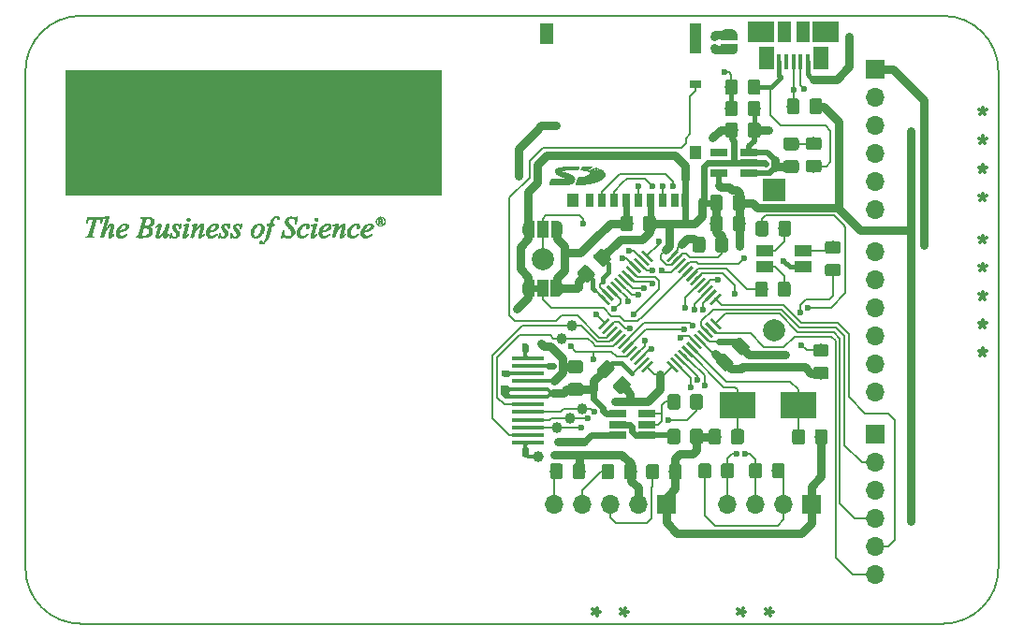
<source format=gbr>
G04 #@! TF.GenerationSoftware,KiCad,Pcbnew,(5.0.2)-1*
G04 #@! TF.CreationDate,2019-04-02T10:38:28+01:00*
G04 #@! TF.ProjectId,PCB_Card,5043425f-4361-4726-942e-6b696361645f,02*
G04 #@! TF.SameCoordinates,PX6ddf710PY7643e10*
G04 #@! TF.FileFunction,Copper,L1,Top*
G04 #@! TF.FilePolarity,Positive*
%FSLAX46Y46*%
G04 Gerber Fmt 4.6, Leading zero omitted, Abs format (unit mm)*
G04 Created by KiCad (PCBNEW (5.0.2)-1) date 02/04/2019 10:38:28*
%MOMM*%
%LPD*%
G01*
G04 APERTURE LIST*
G04 #@! TA.AperFunction,NonConductor*
%ADD10C,0.300000*%
G04 #@! TD*
G04 #@! TA.AperFunction,NonConductor*
%ADD11C,0.200000*%
G04 #@! TD*
G04 #@! TA.AperFunction,EtchedComponent*
%ADD12C,0.010000*%
G04 #@! TD*
G04 #@! TA.AperFunction,SMDPad,CuDef*
%ADD13R,3.325000X2.400000*%
G04 #@! TD*
G04 #@! TA.AperFunction,ComponentPad*
%ADD14R,2.000000X2.000000*%
G04 #@! TD*
G04 #@! TA.AperFunction,ComponentPad*
%ADD15C,2.000000*%
G04 #@! TD*
G04 #@! TA.AperFunction,SMDPad,CuDef*
%ADD16R,3.000000X0.350000*%
G04 #@! TD*
G04 #@! TA.AperFunction,SMDPad,CuDef*
%ADD17C,0.500000*%
G04 #@! TD*
G04 #@! TA.AperFunction,Conductor*
%ADD18C,0.100000*%
G04 #@! TD*
G04 #@! TA.AperFunction,SMDPad,CuDef*
%ADD19R,1.000000X1.500000*%
G04 #@! TD*
G04 #@! TA.AperFunction,SMDPad,CuDef*
%ADD20C,1.150000*%
G04 #@! TD*
G04 #@! TA.AperFunction,SMDPad,CuDef*
%ADD21C,0.250000*%
G04 #@! TD*
G04 #@! TA.AperFunction,SMDPad,CuDef*
%ADD22R,0.700000X1.200000*%
G04 #@! TD*
G04 #@! TA.AperFunction,SMDPad,CuDef*
%ADD23R,1.000000X1.200000*%
G04 #@! TD*
G04 #@! TA.AperFunction,SMDPad,CuDef*
%ADD24R,1.000000X0.800000*%
G04 #@! TD*
G04 #@! TA.AperFunction,SMDPad,CuDef*
%ADD25R,1.000000X2.800000*%
G04 #@! TD*
G04 #@! TA.AperFunction,SMDPad,CuDef*
%ADD26R,1.300000X1.900000*%
G04 #@! TD*
G04 #@! TA.AperFunction,ComponentPad*
%ADD27O,1.700000X1.700000*%
G04 #@! TD*
G04 #@! TA.AperFunction,SMDPad,CuDef*
%ADD28R,1.500000X1.000000*%
G04 #@! TD*
G04 #@! TA.AperFunction,SMDPad,CuDef*
%ADD29R,0.450000X1.380000*%
G04 #@! TD*
G04 #@! TA.AperFunction,SMDPad,CuDef*
%ADD30R,1.475000X2.100000*%
G04 #@! TD*
G04 #@! TA.AperFunction,SMDPad,CuDef*
%ADD31R,2.375000X1.900000*%
G04 #@! TD*
G04 #@! TA.AperFunction,SMDPad,CuDef*
%ADD32R,1.175000X1.900000*%
G04 #@! TD*
G04 #@! TA.AperFunction,ComponentPad*
%ADD33R,1.700000X1.700000*%
G04 #@! TD*
G04 #@! TA.AperFunction,SMDPad,CuDef*
%ADD34R,1.560000X0.650000*%
G04 #@! TD*
G04 #@! TA.AperFunction,BGAPad,CuDef*
%ADD35C,1.000000*%
G04 #@! TD*
G04 #@! TA.AperFunction,ViaPad*
%ADD36C,0.600000*%
G04 #@! TD*
G04 #@! TA.AperFunction,Conductor*
%ADD37C,0.400000*%
G04 #@! TD*
G04 #@! TA.AperFunction,Conductor*
%ADD38C,0.800000*%
G04 #@! TD*
G04 #@! TA.AperFunction,Conductor*
%ADD39C,0.600000*%
G04 #@! TD*
G04 #@! TA.AperFunction,Conductor*
%ADD40C,0.200000*%
G04 #@! TD*
G04 #@! TA.AperFunction,Conductor*
%ADD41C,0.450000*%
G04 #@! TD*
G04 #@! TA.AperFunction,Conductor*
%ADD42C,0.300000*%
G04 #@! TD*
G04 #@! TA.AperFunction,Conductor*
%ADD43C,0.500000*%
G04 #@! TD*
G04 APERTURE END LIST*
D10*
X51926428Y1085000D02*
X51569285Y1085000D01*
X51712142Y1442143D02*
X51569285Y1085000D01*
X51712142Y727858D01*
X51283571Y1299286D02*
X51569285Y1085000D01*
X51283571Y870715D01*
X54451428Y1085000D02*
X54094285Y1085000D01*
X54237142Y1442143D02*
X54094285Y1085000D01*
X54237142Y727858D01*
X53808571Y1299286D02*
X54094285Y1085000D01*
X53808571Y870715D01*
X65076428Y1085000D02*
X64719285Y1085000D01*
X64862142Y1442143D02*
X64719285Y1085000D01*
X64862142Y727858D01*
X64433571Y1299286D02*
X64719285Y1085000D01*
X64433571Y870715D01*
X67576428Y1085000D02*
X67219285Y1085000D01*
X67362142Y1442143D02*
X67219285Y1085000D01*
X67362142Y727858D01*
X66933571Y1299286D02*
X67219285Y1085000D01*
X66933571Y870715D01*
D11*
X87980000Y50010000D02*
X87980000Y5010000D01*
D10*
X86555000Y46731429D02*
X86555000Y46374286D01*
X86197857Y46517143D02*
X86555000Y46374286D01*
X86912142Y46517143D01*
X86340714Y46088572D02*
X86555000Y46374286D01*
X86769285Y46088572D01*
X86555000Y44131429D02*
X86555000Y43774286D01*
X86197857Y43917143D02*
X86555000Y43774286D01*
X86912142Y43917143D01*
X86340714Y43488572D02*
X86555000Y43774286D01*
X86769285Y43488572D01*
X86555000Y41531429D02*
X86555000Y41174286D01*
X86197857Y41317143D02*
X86555000Y41174286D01*
X86912142Y41317143D01*
X86340714Y40888572D02*
X86555000Y41174286D01*
X86769285Y40888572D01*
X86555000Y38931429D02*
X86555000Y38574286D01*
X86197857Y38717143D02*
X86555000Y38574286D01*
X86912142Y38717143D01*
X86340714Y38288572D02*
X86555000Y38574286D01*
X86769285Y38288572D01*
X86555000Y24931429D02*
X86555000Y24574286D01*
X86197857Y24717143D02*
X86555000Y24574286D01*
X86912142Y24717143D01*
X86340714Y24288572D02*
X86555000Y24574286D01*
X86769285Y24288572D01*
X86555000Y27481429D02*
X86555000Y27124286D01*
X86197857Y27267143D02*
X86555000Y27124286D01*
X86912142Y27267143D01*
X86340714Y26838572D02*
X86555000Y27124286D01*
X86769285Y26838572D01*
X86555000Y30031429D02*
X86555000Y29674286D01*
X86197857Y29817143D02*
X86555000Y29674286D01*
X86912142Y29817143D01*
X86340714Y29388572D02*
X86555000Y29674286D01*
X86769285Y29388572D01*
X86555000Y32581429D02*
X86555000Y32224286D01*
X86197857Y32367143D02*
X86555000Y32224286D01*
X86912142Y32367143D01*
X86340714Y31938572D02*
X86555000Y32224286D01*
X86769285Y31938572D01*
X86555000Y35131429D02*
X86555000Y34774286D01*
X86197857Y34917143D02*
X86555000Y34774286D01*
X86912142Y34917143D01*
X86340714Y34488572D02*
X86555000Y34774286D01*
X86769285Y34488572D01*
D11*
X-20000Y5010000D02*
G75*
G03X4980000Y10000I5000000J0D01*
G01*
X87980000Y5010000D02*
G75*
G02X82980000Y10000I-5000000J0D01*
G01*
X87980000Y50010000D02*
G75*
G03X82980000Y55010000I-5000000J0D01*
G01*
X-20000Y50010000D02*
G75*
G02X4980000Y55010000I5000000J0D01*
G01*
X-20000Y5010000D02*
X-20000Y50010000D01*
X82980000Y10000D02*
X4980000Y10000D01*
X4980000Y55010000D02*
X82980000Y55010000D01*
D12*
G04 #@! TO.C,G\002A\002A\002A*
G36*
X32000537Y36690708D02*
X32008575Y36690431D01*
X32084609Y36686770D01*
X32139857Y36680870D01*
X32178927Y36671131D01*
X32206424Y36655955D01*
X32226956Y36633743D01*
X32241609Y36609560D01*
X32258430Y36556290D01*
X32250143Y36506026D01*
X32216905Y36459156D01*
X32165054Y36419750D01*
X32156504Y36411154D01*
X32157248Y36397649D01*
X32169173Y36374746D01*
X32194165Y36337957D01*
X32206899Y36320207D01*
X32239338Y36277446D01*
X32269640Y36241184D01*
X32292400Y36217797D01*
X32296482Y36214563D01*
X32315490Y36194946D01*
X32310431Y36180765D01*
X32282264Y36173123D01*
X32259557Y36172100D01*
X32233434Y36173399D01*
X32211994Y36179563D01*
X32191312Y36193993D01*
X32167464Y36220090D01*
X32136525Y36261256D01*
X32104797Y36306229D01*
X32064359Y36360546D01*
X32034064Y36392245D01*
X32012860Y36401506D01*
X31999692Y36388510D01*
X31993507Y36353437D01*
X31992700Y36325408D01*
X31998290Y36264845D01*
X32015184Y36226758D01*
X32043568Y36210784D01*
X32051815Y36210200D01*
X32065840Y36202153D01*
X32065764Y36194325D01*
X32051094Y36185449D01*
X32018733Y36178854D01*
X31976314Y36174848D01*
X31931468Y36173739D01*
X31891829Y36175836D01*
X31865028Y36181447D01*
X31858634Y36185958D01*
X31860124Y36203451D01*
X31870266Y36212504D01*
X31878094Y36219868D01*
X31883716Y36234295D01*
X31887480Y36259476D01*
X31889733Y36299100D01*
X31890823Y36356859D01*
X31891100Y36433480D01*
X31890756Y36512908D01*
X31890659Y36517431D01*
X31994163Y36517431D01*
X31995534Y36483047D01*
X31997965Y36468798D01*
X32015327Y36454809D01*
X32046301Y36452547D01*
X32082335Y36461335D01*
X32111637Y36477822D01*
X32138737Y36512286D01*
X32145582Y36551665D01*
X32134807Y36589860D01*
X32109044Y36620774D01*
X32070928Y36638307D01*
X32041714Y36639734D01*
X32017890Y36636440D01*
X32004785Y36628142D01*
X31998646Y36608479D01*
X31995721Y36571089D01*
X31995188Y36560873D01*
X31994163Y36517431D01*
X31890659Y36517431D01*
X31889522Y36570420D01*
X31887091Y36609489D01*
X31883159Y36633594D01*
X31877418Y36646209D01*
X31872050Y36650108D01*
X31855157Y36666955D01*
X31853000Y36676642D01*
X31856273Y36684690D01*
X31868723Y36689771D01*
X31894289Y36692235D01*
X31936913Y36692431D01*
X32000537Y36690708D01*
X32000537Y36690708D01*
G37*
X32000537Y36690708D02*
X32008575Y36690431D01*
X32084609Y36686770D01*
X32139857Y36680870D01*
X32178927Y36671131D01*
X32206424Y36655955D01*
X32226956Y36633743D01*
X32241609Y36609560D01*
X32258430Y36556290D01*
X32250143Y36506026D01*
X32216905Y36459156D01*
X32165054Y36419750D01*
X32156504Y36411154D01*
X32157248Y36397649D01*
X32169173Y36374746D01*
X32194165Y36337957D01*
X32206899Y36320207D01*
X32239338Y36277446D01*
X32269640Y36241184D01*
X32292400Y36217797D01*
X32296482Y36214563D01*
X32315490Y36194946D01*
X32310431Y36180765D01*
X32282264Y36173123D01*
X32259557Y36172100D01*
X32233434Y36173399D01*
X32211994Y36179563D01*
X32191312Y36193993D01*
X32167464Y36220090D01*
X32136525Y36261256D01*
X32104797Y36306229D01*
X32064359Y36360546D01*
X32034064Y36392245D01*
X32012860Y36401506D01*
X31999692Y36388510D01*
X31993507Y36353437D01*
X31992700Y36325408D01*
X31998290Y36264845D01*
X32015184Y36226758D01*
X32043568Y36210784D01*
X32051815Y36210200D01*
X32065840Y36202153D01*
X32065764Y36194325D01*
X32051094Y36185449D01*
X32018733Y36178854D01*
X31976314Y36174848D01*
X31931468Y36173739D01*
X31891829Y36175836D01*
X31865028Y36181447D01*
X31858634Y36185958D01*
X31860124Y36203451D01*
X31870266Y36212504D01*
X31878094Y36219868D01*
X31883716Y36234295D01*
X31887480Y36259476D01*
X31889733Y36299100D01*
X31890823Y36356859D01*
X31891100Y36433480D01*
X31890756Y36512908D01*
X31890659Y36517431D01*
X31994163Y36517431D01*
X31995534Y36483047D01*
X31997965Y36468798D01*
X32015327Y36454809D01*
X32046301Y36452547D01*
X32082335Y36461335D01*
X32111637Y36477822D01*
X32138737Y36512286D01*
X32145582Y36551665D01*
X32134807Y36589860D01*
X32109044Y36620774D01*
X32070928Y36638307D01*
X32041714Y36639734D01*
X32017890Y36636440D01*
X32004785Y36628142D01*
X31998646Y36608479D01*
X31995721Y36571089D01*
X31995188Y36560873D01*
X31994163Y36517431D01*
X31890659Y36517431D01*
X31889522Y36570420D01*
X31887091Y36609489D01*
X31883159Y36633594D01*
X31877418Y36646209D01*
X31872050Y36650108D01*
X31855157Y36666955D01*
X31853000Y36676642D01*
X31856273Y36684690D01*
X31868723Y36689771D01*
X31894289Y36692235D01*
X31936913Y36692431D01*
X32000537Y36690708D01*
G36*
X37517200Y38864500D02*
X3595500Y38864500D01*
X3595500Y50053200D01*
X37517200Y50053200D01*
X37517200Y38864500D01*
X37517200Y38864500D01*
G37*
X37517200Y38864500D02*
X3595500Y38864500D01*
X3595500Y50053200D01*
X37517200Y50053200D01*
X37517200Y38864500D01*
G36*
X26308757Y36729503D02*
X26336303Y36723035D01*
X26357146Y36708079D01*
X26371821Y36691826D01*
X26399963Y36640646D01*
X26406928Y36584120D01*
X26392936Y36529412D01*
X26365623Y36490577D01*
X26334941Y36464950D01*
X26303232Y36453670D01*
X26266848Y36451500D01*
X26222898Y36455842D01*
X26186654Y36466869D01*
X26178853Y36471321D01*
X26137190Y36514160D01*
X26116731Y36565989D01*
X26118189Y36621098D01*
X26142278Y36673779D01*
X26152015Y36686009D01*
X26176706Y36711661D01*
X26199279Y36725078D01*
X26229610Y36730178D01*
X26265186Y36730900D01*
X26308757Y36729503D01*
X26308757Y36729503D01*
G37*
X26308757Y36729503D02*
X26336303Y36723035D01*
X26357146Y36708079D01*
X26371821Y36691826D01*
X26399963Y36640646D01*
X26406928Y36584120D01*
X26392936Y36529412D01*
X26365623Y36490577D01*
X26334941Y36464950D01*
X26303232Y36453670D01*
X26266848Y36451500D01*
X26222898Y36455842D01*
X26186654Y36466869D01*
X26178853Y36471321D01*
X26137190Y36514160D01*
X26116731Y36565989D01*
X26118189Y36621098D01*
X26142278Y36673779D01*
X26152015Y36686009D01*
X26176706Y36711661D01*
X26199279Y36725078D01*
X26229610Y36730178D01*
X26265186Y36730900D01*
X26308757Y36729503D01*
G36*
X14749789Y36724069D02*
X14793237Y36702171D01*
X14819820Y36663096D01*
X14831699Y36608385D01*
X14833708Y36567525D01*
X14827298Y36539351D01*
X14808601Y36511560D01*
X14797002Y36498008D01*
X14768540Y36469111D01*
X14742401Y36455490D01*
X14706358Y36451602D01*
X14694426Y36451500D01*
X14649806Y36455008D01*
X14616071Y36468972D01*
X14587791Y36490916D01*
X14559584Y36519058D01*
X14546478Y36545685D01*
X14542946Y36583145D01*
X14542900Y36591173D01*
X14546410Y36635210D01*
X14560131Y36667454D01*
X14579745Y36691457D01*
X14604711Y36714809D01*
X14629696Y36726596D01*
X14665022Y36730615D01*
X14686987Y36730900D01*
X14749789Y36724069D01*
X14749789Y36724069D01*
G37*
X14749789Y36724069D02*
X14793237Y36702171D01*
X14819820Y36663096D01*
X14831699Y36608385D01*
X14833708Y36567525D01*
X14827298Y36539351D01*
X14808601Y36511560D01*
X14797002Y36498008D01*
X14768540Y36469111D01*
X14742401Y36455490D01*
X14706358Y36451602D01*
X14694426Y36451500D01*
X14649806Y36455008D01*
X14616071Y36468972D01*
X14587791Y36490916D01*
X14559584Y36519058D01*
X14546478Y36545685D01*
X14542946Y36583145D01*
X14542900Y36591173D01*
X14546410Y36635210D01*
X14560131Y36667454D01*
X14579745Y36691457D01*
X14604711Y36714809D01*
X14629696Y36726596D01*
X14665022Y36730615D01*
X14686987Y36730900D01*
X14749789Y36724069D01*
G36*
X32175637Y36831363D02*
X32274759Y36792027D01*
X32353069Y36741686D01*
X32413624Y36677100D01*
X32459486Y36595030D01*
X32492914Y36495315D01*
X32502914Y36453132D01*
X32506066Y36421241D01*
X32501997Y36388832D01*
X32490332Y36345091D01*
X32487389Y36335149D01*
X32445967Y36233503D01*
X32388486Y36150304D01*
X32316407Y36086692D01*
X32231189Y36043807D01*
X32134292Y36022787D01*
X32084517Y36020792D01*
X32035312Y36022790D01*
X31992203Y36026907D01*
X31967300Y36031577D01*
X31874641Y36072548D01*
X31796527Y36133619D01*
X31734473Y36213089D01*
X31689989Y36309256D01*
X31675607Y36359634D01*
X31667867Y36400558D01*
X31667578Y36412394D01*
X31718234Y36412394D01*
X31734107Y36322458D01*
X31770605Y36239551D01*
X31825356Y36167483D01*
X31895991Y36110065D01*
X31980137Y36071107D01*
X31999050Y36065692D01*
X32038885Y36061469D01*
X32092915Y36063162D01*
X32150919Y36069684D01*
X32202677Y36079944D01*
X32234000Y36090729D01*
X32311517Y36137978D01*
X32370863Y36196306D01*
X32415934Y36270429D01*
X32444860Y36345946D01*
X32457171Y36391022D01*
X32460147Y36426067D01*
X32454326Y36464453D01*
X32450287Y36481236D01*
X32415352Y36582366D01*
X32366027Y36663195D01*
X32300982Y36725209D01*
X32218886Y36769891D01*
X32179250Y36783772D01*
X32131975Y36797330D01*
X32098068Y36803317D01*
X32066783Y36802133D01*
X32027373Y36794176D01*
X32010440Y36790056D01*
X31915484Y36755157D01*
X31837190Y36702205D01*
X31777091Y36632732D01*
X31736723Y36548269D01*
X31725356Y36505550D01*
X31718234Y36412394D01*
X31667578Y36412394D01*
X31666979Y36436858D01*
X31673372Y36479323D01*
X31681828Y36516138D01*
X31716448Y36614243D01*
X31768566Y36694964D01*
X31839380Y36759516D01*
X31930091Y36809112D01*
X31993932Y36832003D01*
X32085524Y36859824D01*
X32175637Y36831363D01*
X32175637Y36831363D01*
G37*
X32175637Y36831363D02*
X32274759Y36792027D01*
X32353069Y36741686D01*
X32413624Y36677100D01*
X32459486Y36595030D01*
X32492914Y36495315D01*
X32502914Y36453132D01*
X32506066Y36421241D01*
X32501997Y36388832D01*
X32490332Y36345091D01*
X32487389Y36335149D01*
X32445967Y36233503D01*
X32388486Y36150304D01*
X32316407Y36086692D01*
X32231189Y36043807D01*
X32134292Y36022787D01*
X32084517Y36020792D01*
X32035312Y36022790D01*
X31992203Y36026907D01*
X31967300Y36031577D01*
X31874641Y36072548D01*
X31796527Y36133619D01*
X31734473Y36213089D01*
X31689989Y36309256D01*
X31675607Y36359634D01*
X31667867Y36400558D01*
X31667578Y36412394D01*
X31718234Y36412394D01*
X31734107Y36322458D01*
X31770605Y36239551D01*
X31825356Y36167483D01*
X31895991Y36110065D01*
X31980137Y36071107D01*
X31999050Y36065692D01*
X32038885Y36061469D01*
X32092915Y36063162D01*
X32150919Y36069684D01*
X32202677Y36079944D01*
X32234000Y36090729D01*
X32311517Y36137978D01*
X32370863Y36196306D01*
X32415934Y36270429D01*
X32444860Y36345946D01*
X32457171Y36391022D01*
X32460147Y36426067D01*
X32454326Y36464453D01*
X32450287Y36481236D01*
X32415352Y36582366D01*
X32366027Y36663195D01*
X32300982Y36725209D01*
X32218886Y36769891D01*
X32179250Y36783772D01*
X32131975Y36797330D01*
X32098068Y36803317D01*
X32066783Y36802133D01*
X32027373Y36794176D01*
X32010440Y36790056D01*
X31915484Y36755157D01*
X31837190Y36702205D01*
X31777091Y36632732D01*
X31736723Y36548269D01*
X31725356Y36505550D01*
X31718234Y36412394D01*
X31667578Y36412394D01*
X31666979Y36436858D01*
X31673372Y36479323D01*
X31681828Y36516138D01*
X31716448Y36614243D01*
X31768566Y36694964D01*
X31839380Y36759516D01*
X31930091Y36809112D01*
X31993932Y36832003D01*
X32085524Y36859824D01*
X32175637Y36831363D01*
G36*
X10636118Y36817491D02*
X10741037Y36816328D01*
X10779320Y36815807D01*
X10877763Y36813979D01*
X10971845Y36811382D01*
X11057433Y36808194D01*
X11130394Y36804594D01*
X11186595Y36800762D01*
X11221902Y36796877D01*
X11223921Y36796530D01*
X11328961Y36768566D01*
X11417183Y36724702D01*
X11493310Y36662496D01*
X11503454Y36651990D01*
X11548888Y36596742D01*
X11577694Y36542183D01*
X11592269Y36480961D01*
X11595010Y36405723D01*
X11593651Y36375300D01*
X11583188Y36295232D01*
X11559947Y36227642D01*
X11520372Y36165216D01*
X11460909Y36100642D01*
X11459499Y36099284D01*
X11416499Y36063029D01*
X11364959Y36027063D01*
X11311227Y35995044D01*
X11261650Y35970633D01*
X11222575Y35957486D01*
X11211258Y35956200D01*
X11188369Y35950782D01*
X11186901Y35936884D01*
X11205899Y35918045D01*
X11224576Y35906935D01*
X11268371Y35877309D01*
X11317610Y35833206D01*
X11364789Y35782002D01*
X11400577Y35733950D01*
X11411326Y35713523D01*
X11418439Y35688492D01*
X11422603Y35653472D01*
X11424503Y35603080D01*
X11424850Y35543450D01*
X11424364Y35477423D01*
X11422401Y35430349D01*
X11417902Y35395789D01*
X11409804Y35367301D01*
X11397048Y35338441D01*
X11388248Y35321200D01*
X11322847Y35220128D01*
X11240928Y35137034D01*
X11141444Y35071166D01*
X11023349Y35021774D01*
X10939942Y34999008D01*
X10902627Y34993315D01*
X10846631Y34988419D01*
X10775243Y34984326D01*
X10691755Y34981044D01*
X10599455Y34978581D01*
X10501633Y34976944D01*
X10401580Y34976139D01*
X10302585Y34976174D01*
X10207939Y34977057D01*
X10120930Y34978795D01*
X10044850Y34981394D01*
X9982987Y34984863D01*
X9938632Y34989208D01*
X9915075Y34994437D01*
X9912226Y34996742D01*
X9911293Y35023371D01*
X9932753Y35038650D01*
X9962124Y35042324D01*
X9998223Y35048358D01*
X10042040Y35062970D01*
X10059800Y35070899D01*
X10095131Y35091687D01*
X10109966Y35106595D01*
X10412229Y35106595D01*
X10493189Y35102043D01*
X10592679Y35100159D01*
X10683674Y35105577D01*
X10759955Y35117762D01*
X10796400Y35128214D01*
X10902926Y35176087D01*
X10987874Y35236033D01*
X11052815Y35309679D01*
X11099323Y35398648D01*
X11119585Y35462200D01*
X11130905Y35526582D01*
X11129306Y35588803D01*
X11114026Y35657689D01*
X11098683Y35703927D01*
X11064041Y35763079D01*
X11007127Y35811893D01*
X10929140Y35849739D01*
X10831276Y35875990D01*
X10748867Y35887386D01*
X10691257Y35890722D01*
X10653417Y35886301D01*
X10630312Y35871832D01*
X10616908Y35845027D01*
X10612037Y35825148D01*
X10603257Y35789877D01*
X10589693Y35743535D01*
X10580500Y35714900D01*
X10565587Y35667204D01*
X10553007Y35621707D01*
X10548163Y35601017D01*
X10539242Y35565363D01*
X10529809Y35538653D01*
X10529251Y35537517D01*
X10521092Y35516405D01*
X10508598Y35478403D01*
X10494242Y35431093D01*
X10491831Y35422800D01*
X10475429Y35366044D01*
X10458905Y35308950D01*
X10445885Y35264050D01*
X10433204Y35216156D01*
X10422726Y35169386D01*
X10419834Y35153573D01*
X10412229Y35106595D01*
X10109966Y35106595D01*
X10121080Y35117763D01*
X10144940Y35157209D01*
X10153896Y35175150D01*
X10175508Y35225252D01*
X10198714Y35287719D01*
X10218995Y35350264D01*
X10221622Y35359300D01*
X10237034Y35413345D01*
X10251040Y35462442D01*
X10261240Y35498183D01*
X10263288Y35505350D01*
X10273413Y35542189D01*
X10285341Y35587433D01*
X10288721Y35600600D01*
X10299863Y35641230D01*
X10310461Y35674970D01*
X10313481Y35683150D01*
X10321932Y35708356D01*
X10333856Y35748931D01*
X10345340Y35791100D01*
X10358186Y35836931D01*
X10370349Y35875076D01*
X10378493Y35895703D01*
X10388317Y35921890D01*
X10390000Y35933053D01*
X10393512Y35951644D01*
X10402858Y35987718D01*
X10407361Y36003454D01*
X10669325Y36003454D01*
X10812237Y36010804D01*
X10878832Y36015845D01*
X10940529Y36023411D01*
X10989527Y36032417D01*
X11010305Y36038322D01*
X11095405Y36074144D01*
X11160852Y36114228D01*
X11212379Y36163725D01*
X11255718Y36227786D01*
X11284588Y36284776D01*
X11299227Y36336509D01*
X11304720Y36401332D01*
X11301270Y36468717D01*
X11289081Y36528140D01*
X11279394Y36552327D01*
X11239690Y36603512D01*
X11179932Y36644759D01*
X11104128Y36674278D01*
X11016281Y36690277D01*
X10965582Y36692663D01*
X10911007Y36689653D01*
X10875911Y36677920D01*
X10854872Y36653754D01*
X10842470Y36613449D01*
X10841369Y36607699D01*
X10833153Y36571436D01*
X10819897Y36521388D01*
X10804361Y36467941D01*
X10803216Y36464200D01*
X10773587Y36367585D01*
X10750665Y36292357D01*
X10733623Y36235650D01*
X10721633Y36194594D01*
X10713867Y36166323D01*
X10709497Y36147968D01*
X10707696Y36136661D01*
X10707500Y36132615D01*
X10700655Y36107606D01*
X10696479Y36101615D01*
X10686733Y36081612D01*
X10677931Y36049285D01*
X10677392Y36046502D01*
X10669325Y36003454D01*
X10407361Y36003454D01*
X10416255Y36034527D01*
X10421114Y36050700D01*
X10470706Y36216611D01*
X10515364Y36372419D01*
X10559000Y36531833D01*
X10567479Y36563587D01*
X10576001Y36623029D01*
X10568305Y36671183D01*
X10545276Y36703665D01*
X10538192Y36708299D01*
X10509240Y36718750D01*
X10467591Y36727643D01*
X10447150Y36730418D01*
X10407925Y36736554D01*
X10387702Y36746132D01*
X10380085Y36762321D01*
X10379862Y36763762D01*
X10378719Y36779670D01*
X10382015Y36792295D01*
X10392271Y36801966D01*
X10412006Y36809011D01*
X10443738Y36813757D01*
X10489988Y36816534D01*
X10553275Y36817669D01*
X10636118Y36817491D01*
X10636118Y36817491D01*
G37*
X10636118Y36817491D02*
X10741037Y36816328D01*
X10779320Y36815807D01*
X10877763Y36813979D01*
X10971845Y36811382D01*
X11057433Y36808194D01*
X11130394Y36804594D01*
X11186595Y36800762D01*
X11221902Y36796877D01*
X11223921Y36796530D01*
X11328961Y36768566D01*
X11417183Y36724702D01*
X11493310Y36662496D01*
X11503454Y36651990D01*
X11548888Y36596742D01*
X11577694Y36542183D01*
X11592269Y36480961D01*
X11595010Y36405723D01*
X11593651Y36375300D01*
X11583188Y36295232D01*
X11559947Y36227642D01*
X11520372Y36165216D01*
X11460909Y36100642D01*
X11459499Y36099284D01*
X11416499Y36063029D01*
X11364959Y36027063D01*
X11311227Y35995044D01*
X11261650Y35970633D01*
X11222575Y35957486D01*
X11211258Y35956200D01*
X11188369Y35950782D01*
X11186901Y35936884D01*
X11205899Y35918045D01*
X11224576Y35906935D01*
X11268371Y35877309D01*
X11317610Y35833206D01*
X11364789Y35782002D01*
X11400577Y35733950D01*
X11411326Y35713523D01*
X11418439Y35688492D01*
X11422603Y35653472D01*
X11424503Y35603080D01*
X11424850Y35543450D01*
X11424364Y35477423D01*
X11422401Y35430349D01*
X11417902Y35395789D01*
X11409804Y35367301D01*
X11397048Y35338441D01*
X11388248Y35321200D01*
X11322847Y35220128D01*
X11240928Y35137034D01*
X11141444Y35071166D01*
X11023349Y35021774D01*
X10939942Y34999008D01*
X10902627Y34993315D01*
X10846631Y34988419D01*
X10775243Y34984326D01*
X10691755Y34981044D01*
X10599455Y34978581D01*
X10501633Y34976944D01*
X10401580Y34976139D01*
X10302585Y34976174D01*
X10207939Y34977057D01*
X10120930Y34978795D01*
X10044850Y34981394D01*
X9982987Y34984863D01*
X9938632Y34989208D01*
X9915075Y34994437D01*
X9912226Y34996742D01*
X9911293Y35023371D01*
X9932753Y35038650D01*
X9962124Y35042324D01*
X9998223Y35048358D01*
X10042040Y35062970D01*
X10059800Y35070899D01*
X10095131Y35091687D01*
X10109966Y35106595D01*
X10412229Y35106595D01*
X10493189Y35102043D01*
X10592679Y35100159D01*
X10683674Y35105577D01*
X10759955Y35117762D01*
X10796400Y35128214D01*
X10902926Y35176087D01*
X10987874Y35236033D01*
X11052815Y35309679D01*
X11099323Y35398648D01*
X11119585Y35462200D01*
X11130905Y35526582D01*
X11129306Y35588803D01*
X11114026Y35657689D01*
X11098683Y35703927D01*
X11064041Y35763079D01*
X11007127Y35811893D01*
X10929140Y35849739D01*
X10831276Y35875990D01*
X10748867Y35887386D01*
X10691257Y35890722D01*
X10653417Y35886301D01*
X10630312Y35871832D01*
X10616908Y35845027D01*
X10612037Y35825148D01*
X10603257Y35789877D01*
X10589693Y35743535D01*
X10580500Y35714900D01*
X10565587Y35667204D01*
X10553007Y35621707D01*
X10548163Y35601017D01*
X10539242Y35565363D01*
X10529809Y35538653D01*
X10529251Y35537517D01*
X10521092Y35516405D01*
X10508598Y35478403D01*
X10494242Y35431093D01*
X10491831Y35422800D01*
X10475429Y35366044D01*
X10458905Y35308950D01*
X10445885Y35264050D01*
X10433204Y35216156D01*
X10422726Y35169386D01*
X10419834Y35153573D01*
X10412229Y35106595D01*
X10109966Y35106595D01*
X10121080Y35117763D01*
X10144940Y35157209D01*
X10153896Y35175150D01*
X10175508Y35225252D01*
X10198714Y35287719D01*
X10218995Y35350264D01*
X10221622Y35359300D01*
X10237034Y35413345D01*
X10251040Y35462442D01*
X10261240Y35498183D01*
X10263288Y35505350D01*
X10273413Y35542189D01*
X10285341Y35587433D01*
X10288721Y35600600D01*
X10299863Y35641230D01*
X10310461Y35674970D01*
X10313481Y35683150D01*
X10321932Y35708356D01*
X10333856Y35748931D01*
X10345340Y35791100D01*
X10358186Y35836931D01*
X10370349Y35875076D01*
X10378493Y35895703D01*
X10388317Y35921890D01*
X10390000Y35933053D01*
X10393512Y35951644D01*
X10402858Y35987718D01*
X10407361Y36003454D01*
X10669325Y36003454D01*
X10812237Y36010804D01*
X10878832Y36015845D01*
X10940529Y36023411D01*
X10989527Y36032417D01*
X11010305Y36038322D01*
X11095405Y36074144D01*
X11160852Y36114228D01*
X11212379Y36163725D01*
X11255718Y36227786D01*
X11284588Y36284776D01*
X11299227Y36336509D01*
X11304720Y36401332D01*
X11301270Y36468717D01*
X11289081Y36528140D01*
X11279394Y36552327D01*
X11239690Y36603512D01*
X11179932Y36644759D01*
X11104128Y36674278D01*
X11016281Y36690277D01*
X10965582Y36692663D01*
X10911007Y36689653D01*
X10875911Y36677920D01*
X10854872Y36653754D01*
X10842470Y36613449D01*
X10841369Y36607699D01*
X10833153Y36571436D01*
X10819897Y36521388D01*
X10804361Y36467941D01*
X10803216Y36464200D01*
X10773587Y36367585D01*
X10750665Y36292357D01*
X10733623Y36235650D01*
X10721633Y36194594D01*
X10713867Y36166323D01*
X10709497Y36147968D01*
X10707696Y36136661D01*
X10707500Y36132615D01*
X10700655Y36107606D01*
X10696479Y36101615D01*
X10686733Y36081612D01*
X10677931Y36049285D01*
X10677392Y36046502D01*
X10669325Y36003454D01*
X10407361Y36003454D01*
X10416255Y36034527D01*
X10421114Y36050700D01*
X10470706Y36216611D01*
X10515364Y36372419D01*
X10559000Y36531833D01*
X10567479Y36563587D01*
X10576001Y36623029D01*
X10568305Y36671183D01*
X10545276Y36703665D01*
X10538192Y36708299D01*
X10509240Y36718750D01*
X10467591Y36727643D01*
X10447150Y36730418D01*
X10407925Y36736554D01*
X10387702Y36746132D01*
X10380085Y36762321D01*
X10379862Y36763762D01*
X10378719Y36779670D01*
X10382015Y36792295D01*
X10392271Y36801966D01*
X10412006Y36809011D01*
X10443738Y36813757D01*
X10489988Y36816534D01*
X10553275Y36817669D01*
X10636118Y36817491D01*
G36*
X6040882Y36817557D02*
X6182811Y36817136D01*
X6273670Y36816735D01*
X6954650Y36813450D01*
X6958759Y36784481D01*
X6956851Y36756308D01*
X6946992Y36708485D01*
X6930210Y36645121D01*
X6907530Y36570326D01*
X6897791Y36540400D01*
X6888903Y36512672D01*
X6875427Y36469628D01*
X6860175Y36420250D01*
X6859146Y36416894D01*
X6838310Y36356845D01*
X6818919Y36319552D01*
X6799216Y36302573D01*
X6777507Y36303441D01*
X6768887Y36311123D01*
X6764096Y36329006D01*
X6762716Y36361631D01*
X6764329Y36413540D01*
X6765414Y36435037D01*
X6767007Y36512200D01*
X6760527Y36570209D01*
X6743080Y36611738D01*
X6711772Y36639459D01*
X6663708Y36656047D01*
X6595994Y36664175D01*
X6514865Y36666472D01*
X6367181Y36667400D01*
X6353896Y36632475D01*
X6341596Y36596911D01*
X6325923Y36547395D01*
X6310120Y36494500D01*
X6297424Y36448797D01*
X6296482Y36445150D01*
X6291120Y36425654D01*
X6280081Y36386499D01*
X6264721Y36332434D01*
X6246397Y36268206D01*
X6226465Y36198565D01*
X6206282Y36128258D01*
X6187205Y36062032D01*
X6173119Y36013350D01*
X6162803Y35976554D01*
X6150588Y35931352D01*
X6147091Y35918100D01*
X6135588Y35877498D01*
X6124579Y35843768D01*
X6121408Y35835550D01*
X6113129Y35811779D01*
X6100166Y35769926D01*
X6084414Y35716444D01*
X6067769Y35657785D01*
X6052127Y35600399D01*
X6050498Y35594250D01*
X6043452Y35569280D01*
X6031655Y35529087D01*
X6018842Y35486300D01*
X5986444Y35374417D01*
X5963589Y35283924D01*
X5950010Y35212783D01*
X5945442Y35158954D01*
X5949619Y35120399D01*
X5962276Y35095078D01*
X5967225Y35090150D01*
X5995424Y35074567D01*
X6039995Y35058915D01*
X6092062Y35045895D01*
X6135500Y35038925D01*
X6161130Y35028760D01*
X6167250Y35010050D01*
X6166482Y35002908D01*
X6162418Y34997216D01*
X6152418Y34992780D01*
X6133841Y34989407D01*
X6104045Y34986901D01*
X6060391Y34985069D01*
X6000237Y34983716D01*
X5920943Y34982647D01*
X5819868Y34981669D01*
X5776397Y34981291D01*
X5664600Y34980476D01*
X5575645Y34980227D01*
X5506978Y34980644D01*
X5456046Y34981823D01*
X5420293Y34983862D01*
X5397166Y34986861D01*
X5384112Y34990916D01*
X5378576Y34996126D01*
X5378396Y34996558D01*
X5376347Y35020710D01*
X5394289Y35036403D01*
X5433745Y35045786D01*
X5496131Y35056406D01*
X5540324Y35069349D01*
X5573528Y35087224D01*
X5593708Y35103714D01*
X5611884Y35121615D01*
X5627668Y35140781D01*
X5642282Y35164264D01*
X5656949Y35195116D01*
X5672889Y35236388D01*
X5691325Y35291131D01*
X5713478Y35362397D01*
X5740570Y35453238D01*
X5759600Y35518050D01*
X5776793Y35576503D01*
X5793562Y35633033D01*
X5807073Y35678096D01*
X5810540Y35689500D01*
X5823347Y35732113D01*
X5839418Y35786606D01*
X5853645Y35835550D01*
X5869694Y35890943D01*
X5889277Y35958116D01*
X5908726Y36024492D01*
X5912920Y36038750D01*
X5930676Y36099439D01*
X5948331Y36160415D01*
X5962801Y36211012D01*
X5966152Y36222900D01*
X5979590Y36269574D01*
X5992497Y36312373D01*
X5998391Y36330850D01*
X6011624Y36372888D01*
X6021594Y36407050D01*
X6031301Y36441171D01*
X6044623Y36486869D01*
X6052950Y36515000D01*
X6066721Y36562320D01*
X6079085Y36606624D01*
X6084243Y36626125D01*
X6094725Y36667400D01*
X5978587Y36667216D01*
X5864149Y36658534D01*
X5767429Y36632333D01*
X5686997Y36587784D01*
X5621426Y36524060D01*
X5569289Y36440333D01*
X5562586Y36426100D01*
X5537869Y36372248D01*
X5520667Y36337256D01*
X5508177Y36316779D01*
X5497592Y36306468D01*
X5486108Y36301977D01*
X5481914Y36301084D01*
X5455933Y36302206D01*
X5444604Y36320016D01*
X5447365Y36356428D01*
X5455988Y36389456D01*
X5470673Y36439193D01*
X5484717Y36488428D01*
X5490275Y36508650D01*
X5517047Y36607115D01*
X5538436Y36683127D01*
X5555117Y36738901D01*
X5567766Y36776652D01*
X5577060Y36798595D01*
X5580429Y36804035D01*
X5588280Y36807659D01*
X5606922Y36810668D01*
X5638060Y36813093D01*
X5683399Y36814966D01*
X5744646Y36816318D01*
X5823505Y36817179D01*
X5921682Y36817582D01*
X6040882Y36817557D01*
X6040882Y36817557D01*
G37*
X6040882Y36817557D02*
X6182811Y36817136D01*
X6273670Y36816735D01*
X6954650Y36813450D01*
X6958759Y36784481D01*
X6956851Y36756308D01*
X6946992Y36708485D01*
X6930210Y36645121D01*
X6907530Y36570326D01*
X6897791Y36540400D01*
X6888903Y36512672D01*
X6875427Y36469628D01*
X6860175Y36420250D01*
X6859146Y36416894D01*
X6838310Y36356845D01*
X6818919Y36319552D01*
X6799216Y36302573D01*
X6777507Y36303441D01*
X6768887Y36311123D01*
X6764096Y36329006D01*
X6762716Y36361631D01*
X6764329Y36413540D01*
X6765414Y36435037D01*
X6767007Y36512200D01*
X6760527Y36570209D01*
X6743080Y36611738D01*
X6711772Y36639459D01*
X6663708Y36656047D01*
X6595994Y36664175D01*
X6514865Y36666472D01*
X6367181Y36667400D01*
X6353896Y36632475D01*
X6341596Y36596911D01*
X6325923Y36547395D01*
X6310120Y36494500D01*
X6297424Y36448797D01*
X6296482Y36445150D01*
X6291120Y36425654D01*
X6280081Y36386499D01*
X6264721Y36332434D01*
X6246397Y36268206D01*
X6226465Y36198565D01*
X6206282Y36128258D01*
X6187205Y36062032D01*
X6173119Y36013350D01*
X6162803Y35976554D01*
X6150588Y35931352D01*
X6147091Y35918100D01*
X6135588Y35877498D01*
X6124579Y35843768D01*
X6121408Y35835550D01*
X6113129Y35811779D01*
X6100166Y35769926D01*
X6084414Y35716444D01*
X6067769Y35657785D01*
X6052127Y35600399D01*
X6050498Y35594250D01*
X6043452Y35569280D01*
X6031655Y35529087D01*
X6018842Y35486300D01*
X5986444Y35374417D01*
X5963589Y35283924D01*
X5950010Y35212783D01*
X5945442Y35158954D01*
X5949619Y35120399D01*
X5962276Y35095078D01*
X5967225Y35090150D01*
X5995424Y35074567D01*
X6039995Y35058915D01*
X6092062Y35045895D01*
X6135500Y35038925D01*
X6161130Y35028760D01*
X6167250Y35010050D01*
X6166482Y35002908D01*
X6162418Y34997216D01*
X6152418Y34992780D01*
X6133841Y34989407D01*
X6104045Y34986901D01*
X6060391Y34985069D01*
X6000237Y34983716D01*
X5920943Y34982647D01*
X5819868Y34981669D01*
X5776397Y34981291D01*
X5664600Y34980476D01*
X5575645Y34980227D01*
X5506978Y34980644D01*
X5456046Y34981823D01*
X5420293Y34983862D01*
X5397166Y34986861D01*
X5384112Y34990916D01*
X5378576Y34996126D01*
X5378396Y34996558D01*
X5376347Y35020710D01*
X5394289Y35036403D01*
X5433745Y35045786D01*
X5496131Y35056406D01*
X5540324Y35069349D01*
X5573528Y35087224D01*
X5593708Y35103714D01*
X5611884Y35121615D01*
X5627668Y35140781D01*
X5642282Y35164264D01*
X5656949Y35195116D01*
X5672889Y35236388D01*
X5691325Y35291131D01*
X5713478Y35362397D01*
X5740570Y35453238D01*
X5759600Y35518050D01*
X5776793Y35576503D01*
X5793562Y35633033D01*
X5807073Y35678096D01*
X5810540Y35689500D01*
X5823347Y35732113D01*
X5839418Y35786606D01*
X5853645Y35835550D01*
X5869694Y35890943D01*
X5889277Y35958116D01*
X5908726Y36024492D01*
X5912920Y36038750D01*
X5930676Y36099439D01*
X5948331Y36160415D01*
X5962801Y36211012D01*
X5966152Y36222900D01*
X5979590Y36269574D01*
X5992497Y36312373D01*
X5998391Y36330850D01*
X6011624Y36372888D01*
X6021594Y36407050D01*
X6031301Y36441171D01*
X6044623Y36486869D01*
X6052950Y36515000D01*
X6066721Y36562320D01*
X6079085Y36606624D01*
X6084243Y36626125D01*
X6094725Y36667400D01*
X5978587Y36667216D01*
X5864149Y36658534D01*
X5767429Y36632333D01*
X5686997Y36587784D01*
X5621426Y36524060D01*
X5569289Y36440333D01*
X5562586Y36426100D01*
X5537869Y36372248D01*
X5520667Y36337256D01*
X5508177Y36316779D01*
X5497592Y36306468D01*
X5486108Y36301977D01*
X5481914Y36301084D01*
X5455933Y36302206D01*
X5444604Y36320016D01*
X5447365Y36356428D01*
X5455988Y36389456D01*
X5470673Y36439193D01*
X5484717Y36488428D01*
X5490275Y36508650D01*
X5517047Y36607115D01*
X5538436Y36683127D01*
X5555117Y36738901D01*
X5567766Y36776652D01*
X5577060Y36798595D01*
X5580429Y36804035D01*
X5588280Y36807659D01*
X5606922Y36810668D01*
X5638060Y36813093D01*
X5683399Y36814966D01*
X5744646Y36816318D01*
X5823505Y36817179D01*
X5921682Y36817582D01*
X6040882Y36817557D01*
G36*
X31186537Y36205319D02*
X31252048Y36191177D01*
X31317472Y36165422D01*
X31363275Y36130861D01*
X31394881Y36082915D01*
X31402970Y36063769D01*
X31414190Y36031587D01*
X31418391Y36005743D01*
X31415515Y35976758D01*
X31405498Y35935153D01*
X31402061Y35922368D01*
X31387701Y35876402D01*
X31370143Y35840038D01*
X31344120Y35804708D01*
X31304369Y35761845D01*
X31301817Y35759238D01*
X31229573Y35697151D01*
X31141454Y35639320D01*
X31046947Y35591360D01*
X30970350Y35563042D01*
X30926198Y35549950D01*
X30874928Y35534777D01*
X30856050Y35529197D01*
X30802825Y35515020D01*
X30746001Y35502102D01*
X30729050Y35498786D01*
X30664571Y35486700D01*
X30620521Y35477522D01*
X30592287Y35469899D01*
X30575260Y35462476D01*
X30564827Y35453897D01*
X30561184Y35449469D01*
X30547444Y35415973D01*
X30549112Y35369479D01*
X30566372Y35306760D01*
X30569917Y35296847D01*
X30599455Y35232408D01*
X30637219Y35185873D01*
X30690139Y35149777D01*
X30719887Y35135335D01*
X30793128Y35112100D01*
X30866198Y35106021D01*
X30930753Y35117725D01*
X30934827Y35119261D01*
X30999687Y35147694D01*
X31066694Y35181980D01*
X31127663Y35217596D01*
X31174408Y35250013D01*
X31180810Y35255270D01*
X31222394Y35284139D01*
X31259965Y35298575D01*
X31288746Y35297671D01*
X31303961Y35280526D01*
X31304400Y35278670D01*
X31297876Y35253084D01*
X31272359Y35218707D01*
X31231482Y35178288D01*
X31178878Y35134577D01*
X31118179Y35090324D01*
X31053021Y35048279D01*
X30987034Y35011192D01*
X30923852Y34981813D01*
X30900500Y34972948D01*
X30855744Y34961867D01*
X30796016Y34953172D01*
X30729928Y34947469D01*
X30666094Y34945359D01*
X30613126Y34947447D01*
X30589350Y34951155D01*
X30518405Y34978110D01*
X30450160Y35021138D01*
X30391738Y35074629D01*
X30350266Y35132972D01*
X30345220Y35143400D01*
X30311330Y35233089D01*
X30294809Y35316431D01*
X30294815Y35402332D01*
X30310505Y35499695D01*
X30311200Y35502843D01*
X30339148Y35591911D01*
X30583000Y35591911D01*
X30594316Y35581571D01*
X30627076Y35581242D01*
X30679494Y35590661D01*
X30749784Y35609563D01*
X30792550Y35622968D01*
X30883434Y35658928D01*
X30965708Y35703549D01*
X31037812Y35754590D01*
X31098187Y35809810D01*
X31145276Y35866969D01*
X31177518Y35923825D01*
X31193357Y35978138D01*
X31191232Y36027667D01*
X31169586Y36070171D01*
X31126859Y36103409D01*
X31126757Y36103462D01*
X31073553Y36117231D01*
X31011967Y36110055D01*
X30944955Y36083719D01*
X30875471Y36040009D01*
X30806468Y35980709D01*
X30740903Y35907606D01*
X30693887Y35841900D01*
X30668275Y35798145D01*
X30641687Y35746129D01*
X30617041Y35692432D01*
X30597257Y35643635D01*
X30585254Y35606320D01*
X30583000Y35591911D01*
X30339148Y35591911D01*
X30354108Y35639583D01*
X30420630Y35768977D01*
X30511145Y35891620D01*
X30626031Y36008107D01*
X30642945Y36022975D01*
X30744185Y36097498D01*
X30853136Y36154091D01*
X30965827Y36191657D01*
X31078284Y36209098D01*
X31186537Y36205319D01*
X31186537Y36205319D01*
G37*
X31186537Y36205319D02*
X31252048Y36191177D01*
X31317472Y36165422D01*
X31363275Y36130861D01*
X31394881Y36082915D01*
X31402970Y36063769D01*
X31414190Y36031587D01*
X31418391Y36005743D01*
X31415515Y35976758D01*
X31405498Y35935153D01*
X31402061Y35922368D01*
X31387701Y35876402D01*
X31370143Y35840038D01*
X31344120Y35804708D01*
X31304369Y35761845D01*
X31301817Y35759238D01*
X31229573Y35697151D01*
X31141454Y35639320D01*
X31046947Y35591360D01*
X30970350Y35563042D01*
X30926198Y35549950D01*
X30874928Y35534777D01*
X30856050Y35529197D01*
X30802825Y35515020D01*
X30746001Y35502102D01*
X30729050Y35498786D01*
X30664571Y35486700D01*
X30620521Y35477522D01*
X30592287Y35469899D01*
X30575260Y35462476D01*
X30564827Y35453897D01*
X30561184Y35449469D01*
X30547444Y35415973D01*
X30549112Y35369479D01*
X30566372Y35306760D01*
X30569917Y35296847D01*
X30599455Y35232408D01*
X30637219Y35185873D01*
X30690139Y35149777D01*
X30719887Y35135335D01*
X30793128Y35112100D01*
X30866198Y35106021D01*
X30930753Y35117725D01*
X30934827Y35119261D01*
X30999687Y35147694D01*
X31066694Y35181980D01*
X31127663Y35217596D01*
X31174408Y35250013D01*
X31180810Y35255270D01*
X31222394Y35284139D01*
X31259965Y35298575D01*
X31288746Y35297671D01*
X31303961Y35280526D01*
X31304400Y35278670D01*
X31297876Y35253084D01*
X31272359Y35218707D01*
X31231482Y35178288D01*
X31178878Y35134577D01*
X31118179Y35090324D01*
X31053021Y35048279D01*
X30987034Y35011192D01*
X30923852Y34981813D01*
X30900500Y34972948D01*
X30855744Y34961867D01*
X30796016Y34953172D01*
X30729928Y34947469D01*
X30666094Y34945359D01*
X30613126Y34947447D01*
X30589350Y34951155D01*
X30518405Y34978110D01*
X30450160Y35021138D01*
X30391738Y35074629D01*
X30350266Y35132972D01*
X30345220Y35143400D01*
X30311330Y35233089D01*
X30294809Y35316431D01*
X30294815Y35402332D01*
X30310505Y35499695D01*
X30311200Y35502843D01*
X30339148Y35591911D01*
X30583000Y35591911D01*
X30594316Y35581571D01*
X30627076Y35581242D01*
X30679494Y35590661D01*
X30749784Y35609563D01*
X30792550Y35622968D01*
X30883434Y35658928D01*
X30965708Y35703549D01*
X31037812Y35754590D01*
X31098187Y35809810D01*
X31145276Y35866969D01*
X31177518Y35923825D01*
X31193357Y35978138D01*
X31191232Y36027667D01*
X31169586Y36070171D01*
X31126859Y36103409D01*
X31126757Y36103462D01*
X31073553Y36117231D01*
X31011967Y36110055D01*
X30944955Y36083719D01*
X30875471Y36040009D01*
X30806468Y35980709D01*
X30740903Y35907606D01*
X30693887Y35841900D01*
X30668275Y35798145D01*
X30641687Y35746129D01*
X30617041Y35692432D01*
X30597257Y35643635D01*
X30585254Y35606320D01*
X30583000Y35591911D01*
X30339148Y35591911D01*
X30354108Y35639583D01*
X30420630Y35768977D01*
X30511145Y35891620D01*
X30626031Y36008107D01*
X30642945Y36022975D01*
X30744185Y36097498D01*
X30853136Y36154091D01*
X30965827Y36191657D01*
X31078284Y36209098D01*
X31186537Y36205319D01*
G36*
X29903476Y36207724D02*
X29999587Y36194768D01*
X30077217Y36167450D01*
X30135324Y36126556D01*
X30172865Y36072874D01*
X30188797Y36007192D01*
X30189300Y35991950D01*
X30180952Y35919973D01*
X30153882Y35859831D01*
X30127378Y35826025D01*
X30097976Y35801429D01*
X30062770Y35791888D01*
X30042280Y35791100D01*
X29987419Y35798602D01*
X29951836Y35822113D01*
X29933955Y35863138D01*
X29931066Y35897458D01*
X29934506Y35940203D01*
X29948445Y35971703D01*
X29971283Y35998467D01*
X30001741Y36036197D01*
X30009463Y36065072D01*
X29994278Y36087904D01*
X29964810Y36104005D01*
X29903738Y36116583D01*
X29833157Y36109724D01*
X29757259Y36085378D01*
X29680240Y36045493D01*
X29606293Y35992019D01*
X29539612Y35926905D01*
X29512801Y35893936D01*
X29473006Y35834903D01*
X29430482Y35761831D01*
X29390735Y35684713D01*
X29361701Y35619650D01*
X29355397Y35599948D01*
X29347828Y35567791D01*
X29338272Y35519638D01*
X29326004Y35451945D01*
X29317497Y35403115D01*
X29317947Y35345593D01*
X29334644Y35280878D01*
X29364246Y35217942D01*
X29403412Y35165761D01*
X29407345Y35161847D01*
X29473271Y35114870D01*
X29549283Y35088976D01*
X29629459Y35085748D01*
X29666893Y35092510D01*
X29780321Y35134599D01*
X29886505Y35200912D01*
X29934063Y35240556D01*
X29983946Y35281604D01*
X30020548Y35301971D01*
X30044952Y35301927D01*
X30058242Y35281739D01*
X30060225Y35271785D01*
X30052993Y35242454D01*
X30026993Y35204538D01*
X29985999Y35161162D01*
X29933785Y35115452D01*
X29874122Y35070533D01*
X29810784Y35029528D01*
X29747544Y34995564D01*
X29704912Y34977489D01*
X29648501Y34962566D01*
X29576760Y34951755D01*
X29499536Y34945828D01*
X29426677Y34945554D01*
X29370150Y34951294D01*
X29286750Y34979139D01*
X29210393Y35027827D01*
X29173285Y35062949D01*
X29136908Y35105577D01*
X29112963Y35143180D01*
X29097048Y35185120D01*
X29084761Y35240755D01*
X29081822Y35257423D01*
X29073874Y35376560D01*
X29088979Y35499660D01*
X29125857Y35623393D01*
X29183229Y35744431D01*
X29259816Y35859446D01*
X29353458Y35964255D01*
X29431989Y36035451D01*
X29505463Y36089768D01*
X29581753Y36132191D01*
X29668728Y36167707D01*
X29682029Y36172351D01*
X29741993Y36191936D01*
X29787970Y36203541D01*
X29829528Y36208695D01*
X29876233Y36208924D01*
X29903476Y36207724D01*
X29903476Y36207724D01*
G37*
X29903476Y36207724D02*
X29999587Y36194768D01*
X30077217Y36167450D01*
X30135324Y36126556D01*
X30172865Y36072874D01*
X30188797Y36007192D01*
X30189300Y35991950D01*
X30180952Y35919973D01*
X30153882Y35859831D01*
X30127378Y35826025D01*
X30097976Y35801429D01*
X30062770Y35791888D01*
X30042280Y35791100D01*
X29987419Y35798602D01*
X29951836Y35822113D01*
X29933955Y35863138D01*
X29931066Y35897458D01*
X29934506Y35940203D01*
X29948445Y35971703D01*
X29971283Y35998467D01*
X30001741Y36036197D01*
X30009463Y36065072D01*
X29994278Y36087904D01*
X29964810Y36104005D01*
X29903738Y36116583D01*
X29833157Y36109724D01*
X29757259Y36085378D01*
X29680240Y36045493D01*
X29606293Y35992019D01*
X29539612Y35926905D01*
X29512801Y35893936D01*
X29473006Y35834903D01*
X29430482Y35761831D01*
X29390735Y35684713D01*
X29361701Y35619650D01*
X29355397Y35599948D01*
X29347828Y35567791D01*
X29338272Y35519638D01*
X29326004Y35451945D01*
X29317497Y35403115D01*
X29317947Y35345593D01*
X29334644Y35280878D01*
X29364246Y35217942D01*
X29403412Y35165761D01*
X29407345Y35161847D01*
X29473271Y35114870D01*
X29549283Y35088976D01*
X29629459Y35085748D01*
X29666893Y35092510D01*
X29780321Y35134599D01*
X29886505Y35200912D01*
X29934063Y35240556D01*
X29983946Y35281604D01*
X30020548Y35301971D01*
X30044952Y35301927D01*
X30058242Y35281739D01*
X30060225Y35271785D01*
X30052993Y35242454D01*
X30026993Y35204538D01*
X29985999Y35161162D01*
X29933785Y35115452D01*
X29874122Y35070533D01*
X29810784Y35029528D01*
X29747544Y34995564D01*
X29704912Y34977489D01*
X29648501Y34962566D01*
X29576760Y34951755D01*
X29499536Y34945828D01*
X29426677Y34945554D01*
X29370150Y34951294D01*
X29286750Y34979139D01*
X29210393Y35027827D01*
X29173285Y35062949D01*
X29136908Y35105577D01*
X29112963Y35143180D01*
X29097048Y35185120D01*
X29084761Y35240755D01*
X29081822Y35257423D01*
X29073874Y35376560D01*
X29088979Y35499660D01*
X29125857Y35623393D01*
X29183229Y35744431D01*
X29259816Y35859446D01*
X29353458Y35964255D01*
X29431989Y36035451D01*
X29505463Y36089768D01*
X29581753Y36132191D01*
X29668728Y36167707D01*
X29682029Y36172351D01*
X29741993Y36191936D01*
X29787970Y36203541D01*
X29829528Y36208695D01*
X29876233Y36208924D01*
X29903476Y36207724D01*
G36*
X28748539Y36207109D02*
X28780183Y36194395D01*
X28814556Y36166869D01*
X28814711Y36166726D01*
X28862150Y36123252D01*
X28862150Y36017501D01*
X28860266Y35960507D01*
X28855285Y35906498D01*
X28848215Y35865798D01*
X28846880Y35860950D01*
X28834802Y35819666D01*
X28820071Y35767819D01*
X28810651Y35733950D01*
X28797625Y35687553D01*
X28785702Y35646693D01*
X28779312Y35626000D01*
X28770187Y35596618D01*
X28757345Y35553534D01*
X28747024Y35518050D01*
X28729892Y35460378D01*
X28710352Y35397304D01*
X28700191Y35365650D01*
X28683030Y35310901D01*
X28666689Y35254828D01*
X28652900Y35203830D01*
X28643393Y35164306D01*
X28639900Y35142781D01*
X28650650Y35133296D01*
X28668008Y35130700D01*
X28693805Y35141251D01*
X28732077Y35172276D01*
X28774557Y35215147D01*
X28818693Y35259973D01*
X28850036Y35285299D01*
X28870316Y35292466D01*
X28873449Y35291745D01*
X28891384Y35273734D01*
X28890338Y35242531D01*
X28871530Y35200342D01*
X28836182Y35149372D01*
X28785512Y35091825D01*
X28736382Y35044015D01*
X28667285Y34990283D01*
X28599581Y34955831D01*
X28536195Y34941427D01*
X28480049Y34947839D01*
X28443875Y34967220D01*
X28426934Y34981954D01*
X28417068Y34997526D01*
X28412779Y35020498D01*
X28412567Y35057432D01*
X28414146Y35097395D01*
X28423922Y35198388D01*
X28442927Y35291530D01*
X28463112Y35352950D01*
X28473194Y35382246D01*
X28488560Y35432827D01*
X28508261Y35501351D01*
X28531349Y35584481D01*
X28556878Y35678876D01*
X28575289Y35748328D01*
X28584796Y35779767D01*
X28593102Y35800001D01*
X28593184Y35800135D01*
X28600730Y35822460D01*
X28608450Y35860779D01*
X28615204Y35906464D01*
X28619851Y35950886D01*
X28621250Y35985417D01*
X28619546Y35999469D01*
X28602183Y36015154D01*
X28581138Y36019700D01*
X28539009Y36008773D01*
X28487653Y35977601D01*
X28429322Y35928598D01*
X28366265Y35864180D01*
X28300734Y35786759D01*
X28234979Y35698751D01*
X28171251Y35602569D01*
X28133537Y35539529D01*
X28092979Y35468022D01*
X28061649Y35409877D01*
X28036504Y35358172D01*
X28014505Y35305985D01*
X27992608Y35246394D01*
X27967773Y35172478D01*
X27955012Y35133268D01*
X27906892Y34984650D01*
X27803296Y34980959D01*
X27748950Y34980063D01*
X27715279Y34982494D01*
X27697707Y34988854D01*
X27692715Y34995467D01*
X27693005Y35014963D01*
X27699507Y35052434D01*
X27710996Y35101568D01*
X27719345Y35132508D01*
X27735230Y35188669D01*
X27749661Y35239677D01*
X27760447Y35277793D01*
X27763747Y35289450D01*
X27773554Y35323602D01*
X27786852Y35369338D01*
X27795074Y35397400D01*
X27815352Y35467083D01*
X27836111Y35539617D01*
X27854565Y35605206D01*
X27865514Y35645050D01*
X27873696Y35674251D01*
X27879906Y35695850D01*
X28106500Y35695850D01*
X28112850Y35689500D01*
X28119200Y35695850D01*
X28112850Y35702200D01*
X28106500Y35695850D01*
X27879906Y35695850D01*
X27886805Y35719841D01*
X27902543Y35773859D01*
X27909476Y35797450D01*
X27934339Y35882501D01*
X27951316Y35946301D01*
X27959491Y35992028D01*
X27957949Y36022856D01*
X27945775Y36041961D01*
X27922054Y36052518D01*
X27885870Y36057702D01*
X27836308Y36060689D01*
X27833564Y36060832D01*
X27793679Y36064987D01*
X27773003Y36073669D01*
X27765698Y36087724D01*
X27767797Y36113603D01*
X27787780Y36131781D01*
X27828794Y36144541D01*
X27849023Y36148202D01*
X27889336Y36154830D01*
X27944993Y36164188D01*
X28006313Y36174645D01*
X28030300Y36178777D01*
X28107691Y36191627D01*
X28163695Y36199292D01*
X28201803Y36201711D01*
X28225504Y36198826D01*
X28238290Y36190575D01*
X28243650Y36176900D01*
X28243928Y36175124D01*
X28242122Y36149732D01*
X28233661Y36108372D01*
X28220251Y36059060D01*
X28216865Y36048124D01*
X28198276Y35988485D01*
X28179310Y35926069D01*
X28164032Y35874253D01*
X28163858Y35873650D01*
X28149834Y35826452D01*
X28136403Y35783978D01*
X28128887Y35762118D01*
X28119949Y35732496D01*
X28122996Y35723759D01*
X28138315Y35736129D01*
X28166193Y35769829D01*
X28202852Y35819404D01*
X28291214Y35933037D01*
X28379930Y36028977D01*
X28467348Y36105943D01*
X28551814Y36162654D01*
X28631678Y36197828D01*
X28705287Y36210185D01*
X28706761Y36210190D01*
X28748539Y36207109D01*
X28748539Y36207109D01*
G37*
X28748539Y36207109D02*
X28780183Y36194395D01*
X28814556Y36166869D01*
X28814711Y36166726D01*
X28862150Y36123252D01*
X28862150Y36017501D01*
X28860266Y35960507D01*
X28855285Y35906498D01*
X28848215Y35865798D01*
X28846880Y35860950D01*
X28834802Y35819666D01*
X28820071Y35767819D01*
X28810651Y35733950D01*
X28797625Y35687553D01*
X28785702Y35646693D01*
X28779312Y35626000D01*
X28770187Y35596618D01*
X28757345Y35553534D01*
X28747024Y35518050D01*
X28729892Y35460378D01*
X28710352Y35397304D01*
X28700191Y35365650D01*
X28683030Y35310901D01*
X28666689Y35254828D01*
X28652900Y35203830D01*
X28643393Y35164306D01*
X28639900Y35142781D01*
X28650650Y35133296D01*
X28668008Y35130700D01*
X28693805Y35141251D01*
X28732077Y35172276D01*
X28774557Y35215147D01*
X28818693Y35259973D01*
X28850036Y35285299D01*
X28870316Y35292466D01*
X28873449Y35291745D01*
X28891384Y35273734D01*
X28890338Y35242531D01*
X28871530Y35200342D01*
X28836182Y35149372D01*
X28785512Y35091825D01*
X28736382Y35044015D01*
X28667285Y34990283D01*
X28599581Y34955831D01*
X28536195Y34941427D01*
X28480049Y34947839D01*
X28443875Y34967220D01*
X28426934Y34981954D01*
X28417068Y34997526D01*
X28412779Y35020498D01*
X28412567Y35057432D01*
X28414146Y35097395D01*
X28423922Y35198388D01*
X28442927Y35291530D01*
X28463112Y35352950D01*
X28473194Y35382246D01*
X28488560Y35432827D01*
X28508261Y35501351D01*
X28531349Y35584481D01*
X28556878Y35678876D01*
X28575289Y35748328D01*
X28584796Y35779767D01*
X28593102Y35800001D01*
X28593184Y35800135D01*
X28600730Y35822460D01*
X28608450Y35860779D01*
X28615204Y35906464D01*
X28619851Y35950886D01*
X28621250Y35985417D01*
X28619546Y35999469D01*
X28602183Y36015154D01*
X28581138Y36019700D01*
X28539009Y36008773D01*
X28487653Y35977601D01*
X28429322Y35928598D01*
X28366265Y35864180D01*
X28300734Y35786759D01*
X28234979Y35698751D01*
X28171251Y35602569D01*
X28133537Y35539529D01*
X28092979Y35468022D01*
X28061649Y35409877D01*
X28036504Y35358172D01*
X28014505Y35305985D01*
X27992608Y35246394D01*
X27967773Y35172478D01*
X27955012Y35133268D01*
X27906892Y34984650D01*
X27803296Y34980959D01*
X27748950Y34980063D01*
X27715279Y34982494D01*
X27697707Y34988854D01*
X27692715Y34995467D01*
X27693005Y35014963D01*
X27699507Y35052434D01*
X27710996Y35101568D01*
X27719345Y35132508D01*
X27735230Y35188669D01*
X27749661Y35239677D01*
X27760447Y35277793D01*
X27763747Y35289450D01*
X27773554Y35323602D01*
X27786852Y35369338D01*
X27795074Y35397400D01*
X27815352Y35467083D01*
X27836111Y35539617D01*
X27854565Y35605206D01*
X27865514Y35645050D01*
X27873696Y35674251D01*
X27879906Y35695850D01*
X28106500Y35695850D01*
X28112850Y35689500D01*
X28119200Y35695850D01*
X28112850Y35702200D01*
X28106500Y35695850D01*
X27879906Y35695850D01*
X27886805Y35719841D01*
X27902543Y35773859D01*
X27909476Y35797450D01*
X27934339Y35882501D01*
X27951316Y35946301D01*
X27959491Y35992028D01*
X27957949Y36022856D01*
X27945775Y36041961D01*
X27922054Y36052518D01*
X27885870Y36057702D01*
X27836308Y36060689D01*
X27833564Y36060832D01*
X27793679Y36064987D01*
X27773003Y36073669D01*
X27765698Y36087724D01*
X27767797Y36113603D01*
X27787780Y36131781D01*
X27828794Y36144541D01*
X27849023Y36148202D01*
X27889336Y36154830D01*
X27944993Y36164188D01*
X28006313Y36174645D01*
X28030300Y36178777D01*
X28107691Y36191627D01*
X28163695Y36199292D01*
X28201803Y36201711D01*
X28225504Y36198826D01*
X28238290Y36190575D01*
X28243650Y36176900D01*
X28243928Y36175124D01*
X28242122Y36149732D01*
X28233661Y36108372D01*
X28220251Y36059060D01*
X28216865Y36048124D01*
X28198276Y35988485D01*
X28179310Y35926069D01*
X28164032Y35874253D01*
X28163858Y35873650D01*
X28149834Y35826452D01*
X28136403Y35783978D01*
X28128887Y35762118D01*
X28119949Y35732496D01*
X28122996Y35723759D01*
X28138315Y35736129D01*
X28166193Y35769829D01*
X28202852Y35819404D01*
X28291214Y35933037D01*
X28379930Y36028977D01*
X28467348Y36105943D01*
X28551814Y36162654D01*
X28631678Y36197828D01*
X28705287Y36210185D01*
X28706761Y36210190D01*
X28748539Y36207109D01*
G36*
X27377310Y36205319D02*
X27457245Y36187981D01*
X27523329Y36156966D01*
X27562155Y36123711D01*
X27581358Y36100435D01*
X27592567Y36079786D01*
X27597537Y36054258D01*
X27598021Y36016349D01*
X27596552Y35976585D01*
X27593228Y35922467D01*
X27587160Y35884948D01*
X27575820Y35855226D01*
X27556678Y35824501D01*
X27550258Y35815465D01*
X27515044Y35773605D01*
X27471119Y35730611D01*
X27446140Y35709825D01*
X27396915Y35676250D01*
X27337010Y35641178D01*
X27274315Y35608703D01*
X27216717Y35582916D01*
X27173050Y35568134D01*
X27141790Y35558780D01*
X27122250Y35549882D01*
X27100618Y35540707D01*
X27060403Y35528897D01*
X27008055Y35516093D01*
X26950030Y35503932D01*
X26919050Y35498285D01*
X26869067Y35489384D01*
X26819465Y35480059D01*
X26804750Y35477155D01*
X26753950Y35466920D01*
X26750161Y35394756D01*
X26755821Y35319406D01*
X26782688Y35253201D01*
X26832763Y35191415D01*
X26838562Y35185829D01*
X26901117Y35138462D01*
X26968207Y35111639D01*
X27041448Y35105550D01*
X27122458Y35120386D01*
X27212853Y35156338D01*
X27314249Y35213597D01*
X27366513Y35248162D01*
X27421201Y35282939D01*
X27459646Y35300131D01*
X27483704Y35299977D01*
X27495228Y35282718D01*
X27496900Y35264990D01*
X27491395Y35244382D01*
X27472796Y35219571D01*
X27437975Y35186977D01*
X27405030Y35159816D01*
X27310382Y35087743D01*
X27226872Y35033170D01*
X27149607Y34993894D01*
X27073692Y34967714D01*
X26994233Y34952429D01*
X26931750Y34946916D01*
X26876810Y34945569D01*
X26825855Y34947074D01*
X26788906Y34951097D01*
X26785700Y34951777D01*
X26735134Y34965925D01*
X26695135Y34984546D01*
X26657620Y35012704D01*
X26614506Y35055467D01*
X26606398Y35064165D01*
X26555856Y35125841D01*
X26521892Y35186627D01*
X26502460Y35253006D01*
X26495515Y35331461D01*
X26497663Y35408724D01*
X26503160Y35469254D01*
X26511397Y35526855D01*
X26520938Y35572240D01*
X26521888Y35575333D01*
X26775704Y35575333D01*
X26828327Y35582630D01*
X26871918Y35590635D01*
X26924149Y35602870D01*
X26950800Y35610102D01*
X27057934Y35649635D01*
X27157747Y35702919D01*
X27245554Y35766628D01*
X27316667Y35837434D01*
X27360648Y35901010D01*
X27375861Y35944919D01*
X27382454Y35998007D01*
X27379290Y36047125D01*
X27374710Y36063582D01*
X27355807Y36085904D01*
X27322520Y36106488D01*
X27285529Y36119479D01*
X27269374Y36121300D01*
X27226929Y36114468D01*
X27173109Y36096417D01*
X27117122Y36070815D01*
X27068173Y36041330D01*
X27067541Y36040878D01*
X27010162Y35990636D01*
X26950901Y35923180D01*
X26894243Y35845191D01*
X26844668Y35763356D01*
X26806662Y35684357D01*
X26786036Y35621144D01*
X26775704Y35575333D01*
X26521888Y35575333D01*
X26524975Y35585383D01*
X26583333Y35713570D01*
X26662055Y35835977D01*
X26757123Y35948003D01*
X26864523Y36045044D01*
X26980236Y36122499D01*
X27005488Y36135984D01*
X27097613Y36174311D01*
X27193173Y36198579D01*
X27287846Y36208883D01*
X27377310Y36205319D01*
X27377310Y36205319D01*
G37*
X27377310Y36205319D02*
X27457245Y36187981D01*
X27523329Y36156966D01*
X27562155Y36123711D01*
X27581358Y36100435D01*
X27592567Y36079786D01*
X27597537Y36054258D01*
X27598021Y36016349D01*
X27596552Y35976585D01*
X27593228Y35922467D01*
X27587160Y35884948D01*
X27575820Y35855226D01*
X27556678Y35824501D01*
X27550258Y35815465D01*
X27515044Y35773605D01*
X27471119Y35730611D01*
X27446140Y35709825D01*
X27396915Y35676250D01*
X27337010Y35641178D01*
X27274315Y35608703D01*
X27216717Y35582916D01*
X27173050Y35568134D01*
X27141790Y35558780D01*
X27122250Y35549882D01*
X27100618Y35540707D01*
X27060403Y35528897D01*
X27008055Y35516093D01*
X26950030Y35503932D01*
X26919050Y35498285D01*
X26869067Y35489384D01*
X26819465Y35480059D01*
X26804750Y35477155D01*
X26753950Y35466920D01*
X26750161Y35394756D01*
X26755821Y35319406D01*
X26782688Y35253201D01*
X26832763Y35191415D01*
X26838562Y35185829D01*
X26901117Y35138462D01*
X26968207Y35111639D01*
X27041448Y35105550D01*
X27122458Y35120386D01*
X27212853Y35156338D01*
X27314249Y35213597D01*
X27366513Y35248162D01*
X27421201Y35282939D01*
X27459646Y35300131D01*
X27483704Y35299977D01*
X27495228Y35282718D01*
X27496900Y35264990D01*
X27491395Y35244382D01*
X27472796Y35219571D01*
X27437975Y35186977D01*
X27405030Y35159816D01*
X27310382Y35087743D01*
X27226872Y35033170D01*
X27149607Y34993894D01*
X27073692Y34967714D01*
X26994233Y34952429D01*
X26931750Y34946916D01*
X26876810Y34945569D01*
X26825855Y34947074D01*
X26788906Y34951097D01*
X26785700Y34951777D01*
X26735134Y34965925D01*
X26695135Y34984546D01*
X26657620Y35012704D01*
X26614506Y35055467D01*
X26606398Y35064165D01*
X26555856Y35125841D01*
X26521892Y35186627D01*
X26502460Y35253006D01*
X26495515Y35331461D01*
X26497663Y35408724D01*
X26503160Y35469254D01*
X26511397Y35526855D01*
X26520938Y35572240D01*
X26521888Y35575333D01*
X26775704Y35575333D01*
X26828327Y35582630D01*
X26871918Y35590635D01*
X26924149Y35602870D01*
X26950800Y35610102D01*
X27057934Y35649635D01*
X27157747Y35702919D01*
X27245554Y35766628D01*
X27316667Y35837434D01*
X27360648Y35901010D01*
X27375861Y35944919D01*
X27382454Y35998007D01*
X27379290Y36047125D01*
X27374710Y36063582D01*
X27355807Y36085904D01*
X27322520Y36106488D01*
X27285529Y36119479D01*
X27269374Y36121300D01*
X27226929Y36114468D01*
X27173109Y36096417D01*
X27117122Y36070815D01*
X27068173Y36041330D01*
X27067541Y36040878D01*
X27010162Y35990636D01*
X26950901Y35923180D01*
X26894243Y35845191D01*
X26844668Y35763356D01*
X26806662Y35684357D01*
X26786036Y35621144D01*
X26775704Y35575333D01*
X26521888Y35575333D01*
X26524975Y35585383D01*
X26583333Y35713570D01*
X26662055Y35835977D01*
X26757123Y35948003D01*
X26864523Y36045044D01*
X26980236Y36122499D01*
X27005488Y36135984D01*
X27097613Y36174311D01*
X27193173Y36198579D01*
X27287846Y36208883D01*
X27377310Y36205319D01*
G36*
X26270578Y36204766D02*
X26279951Y36200312D01*
X26280362Y36199918D01*
X26284535Y36193306D01*
X26286398Y36182312D01*
X26285424Y36164741D01*
X26281091Y36138396D01*
X26272871Y36101083D01*
X26260240Y36050604D01*
X26242674Y35984763D01*
X26219647Y35901366D01*
X26190634Y35798216D01*
X26155110Y35673116D01*
X26150734Y35657750D01*
X26114405Y35530311D01*
X26084484Y35425187D01*
X26060513Y35340239D01*
X26042031Y35273328D01*
X26028583Y35222316D01*
X26019708Y35185063D01*
X26014950Y35159429D01*
X26013849Y35143277D01*
X26015947Y35134466D01*
X26020787Y35130858D01*
X26027909Y35130314D01*
X26036856Y35130694D01*
X26037814Y35130700D01*
X26065394Y35141176D01*
X26106772Y35172398D01*
X26153726Y35216253D01*
X26195303Y35256392D01*
X26223747Y35280385D01*
X26243032Y35290866D01*
X26257129Y35290465D01*
X26261994Y35287981D01*
X26280869Y35271627D01*
X26286663Y35251934D01*
X26278038Y35226002D01*
X26253655Y35190932D01*
X26212176Y35143822D01*
X26179808Y35109892D01*
X26133040Y35063442D01*
X26088326Y35022099D01*
X26050746Y34990373D01*
X26025446Y34972810D01*
X25981603Y34957056D01*
X25928036Y34947214D01*
X25874953Y34944326D01*
X25832561Y34949432D01*
X25824339Y34952288D01*
X25795058Y34976191D01*
X25771030Y35015285D01*
X25757946Y35059364D01*
X25757000Y35073081D01*
X25760484Y35101174D01*
X25769654Y35144482D01*
X25782580Y35193987D01*
X25783601Y35197536D01*
X25798403Y35249659D01*
X25811790Y35298470D01*
X25820896Y35333525D01*
X25820987Y35333900D01*
X25838048Y35401877D01*
X25853877Y35460667D01*
X25866761Y35504035D01*
X25871588Y35518050D01*
X25879753Y35543236D01*
X25891538Y35583779D01*
X25903077Y35626000D01*
X25915959Y35673804D01*
X25927673Y35715922D01*
X25934800Y35740300D01*
X25943182Y35769104D01*
X25955194Y35812434D01*
X25966550Y35854600D01*
X25979987Y35903205D01*
X25992966Y35946836D01*
X26001404Y35972400D01*
X26006426Y36009558D01*
X25989732Y36036252D01*
X25950600Y36053064D01*
X25892070Y36060407D01*
X25849205Y36063195D01*
X25825852Y36068085D01*
X25816128Y36077734D01*
X25814151Y36094799D01*
X25814150Y36095595D01*
X25816240Y36112784D01*
X25825427Y36125427D01*
X25846083Y36135571D01*
X25882579Y36145267D01*
X25939289Y36156563D01*
X25947500Y36158093D01*
X26047179Y36176377D01*
X26124774Y36189987D01*
X26183099Y36199278D01*
X26224965Y36204602D01*
X26253187Y36206313D01*
X26270578Y36204766D01*
X26270578Y36204766D01*
G37*
X26270578Y36204766D02*
X26279951Y36200312D01*
X26280362Y36199918D01*
X26284535Y36193306D01*
X26286398Y36182312D01*
X26285424Y36164741D01*
X26281091Y36138396D01*
X26272871Y36101083D01*
X26260240Y36050604D01*
X26242674Y35984763D01*
X26219647Y35901366D01*
X26190634Y35798216D01*
X26155110Y35673116D01*
X26150734Y35657750D01*
X26114405Y35530311D01*
X26084484Y35425187D01*
X26060513Y35340239D01*
X26042031Y35273328D01*
X26028583Y35222316D01*
X26019708Y35185063D01*
X26014950Y35159429D01*
X26013849Y35143277D01*
X26015947Y35134466D01*
X26020787Y35130858D01*
X26027909Y35130314D01*
X26036856Y35130694D01*
X26037814Y35130700D01*
X26065394Y35141176D01*
X26106772Y35172398D01*
X26153726Y35216253D01*
X26195303Y35256392D01*
X26223747Y35280385D01*
X26243032Y35290866D01*
X26257129Y35290465D01*
X26261994Y35287981D01*
X26280869Y35271627D01*
X26286663Y35251934D01*
X26278038Y35226002D01*
X26253655Y35190932D01*
X26212176Y35143822D01*
X26179808Y35109892D01*
X26133040Y35063442D01*
X26088326Y35022099D01*
X26050746Y34990373D01*
X26025446Y34972810D01*
X25981603Y34957056D01*
X25928036Y34947214D01*
X25874953Y34944326D01*
X25832561Y34949432D01*
X25824339Y34952288D01*
X25795058Y34976191D01*
X25771030Y35015285D01*
X25757946Y35059364D01*
X25757000Y35073081D01*
X25760484Y35101174D01*
X25769654Y35144482D01*
X25782580Y35193987D01*
X25783601Y35197536D01*
X25798403Y35249659D01*
X25811790Y35298470D01*
X25820896Y35333525D01*
X25820987Y35333900D01*
X25838048Y35401877D01*
X25853877Y35460667D01*
X25866761Y35504035D01*
X25871588Y35518050D01*
X25879753Y35543236D01*
X25891538Y35583779D01*
X25903077Y35626000D01*
X25915959Y35673804D01*
X25927673Y35715922D01*
X25934800Y35740300D01*
X25943182Y35769104D01*
X25955194Y35812434D01*
X25966550Y35854600D01*
X25979987Y35903205D01*
X25992966Y35946836D01*
X26001404Y35972400D01*
X26006426Y36009558D01*
X25989732Y36036252D01*
X25950600Y36053064D01*
X25892070Y36060407D01*
X25849205Y36063195D01*
X25825852Y36068085D01*
X25816128Y36077734D01*
X25814151Y36094799D01*
X25814150Y36095595D01*
X25816240Y36112784D01*
X25825427Y36125427D01*
X25846083Y36135571D01*
X25882579Y36145267D01*
X25939289Y36156563D01*
X25947500Y36158093D01*
X26047179Y36176377D01*
X26124774Y36189987D01*
X26183099Y36199278D01*
X26224965Y36204602D01*
X26253187Y36206313D01*
X26270578Y36204766D01*
G36*
X25408711Y36201112D02*
X25491115Y36174597D01*
X25556891Y36131780D01*
X25569675Y36119387D01*
X25596629Y36088930D01*
X25610885Y36063148D01*
X25616438Y36031433D01*
X25617300Y35992931D01*
X25614076Y35933883D01*
X25601955Y35889644D01*
X25577260Y35850168D01*
X25556222Y35826025D01*
X25515613Y35798471D01*
X25467870Y35789379D01*
X25421453Y35799034D01*
X25390913Y35820494D01*
X25366652Y35863371D01*
X25362316Y35913649D01*
X25377443Y35963579D01*
X25401400Y35996254D01*
X25431553Y36034017D01*
X25437846Y36064396D01*
X25420127Y36089127D01*
X25391875Y36104638D01*
X25332357Y36116421D01*
X25258721Y36107651D01*
X25171635Y36078425D01*
X25152011Y36069838D01*
X25090085Y36031940D01*
X25024664Y35975023D01*
X24959922Y35904283D01*
X24900033Y35824914D01*
X24849171Y35742112D01*
X24811510Y35661073D01*
X24802414Y35634713D01*
X24772618Y35524624D01*
X24756779Y35432060D01*
X24754152Y35388012D01*
X24759863Y35329518D01*
X24775619Y35266780D01*
X24798271Y35209552D01*
X24824667Y35167585D01*
X24825731Y35166390D01*
X24859753Y35139865D01*
X24909363Y35114207D01*
X24965008Y35093901D01*
X24996152Y35086368D01*
X25060116Y35085488D01*
X25134131Y35102835D01*
X25213095Y35136255D01*
X25291906Y35183593D01*
X25364851Y35242125D01*
X25415432Y35283433D01*
X25455449Y35304380D01*
X25483847Y35304687D01*
X25499571Y35284071D01*
X25500927Y35278364D01*
X25494335Y35252628D01*
X25469450Y35217353D01*
X25430015Y35175634D01*
X25379771Y35130565D01*
X25322461Y35085241D01*
X25261827Y35042758D01*
X25201610Y35006209D01*
X25145553Y34978691D01*
X25132236Y34973440D01*
X25084633Y34961192D01*
X25020935Y34951921D01*
X24950287Y34946240D01*
X24881831Y34944761D01*
X24824712Y34948098D01*
X24804500Y34951477D01*
X24707517Y34985089D01*
X24626180Y35038409D01*
X24623464Y35040770D01*
X24569376Y35104652D01*
X24531715Y35184907D01*
X24510814Y35278255D01*
X24507009Y35381414D01*
X24520634Y35491107D01*
X24552024Y35604052D01*
X24563023Y35633260D01*
X24622295Y35754720D01*
X24698400Y35866690D01*
X24788326Y35966853D01*
X24889063Y36052893D01*
X24997597Y36122492D01*
X25110919Y36173333D01*
X25226015Y36203099D01*
X25312863Y36210200D01*
X25408711Y36201112D01*
X25408711Y36201112D01*
G37*
X25408711Y36201112D02*
X25491115Y36174597D01*
X25556891Y36131780D01*
X25569675Y36119387D01*
X25596629Y36088930D01*
X25610885Y36063148D01*
X25616438Y36031433D01*
X25617300Y35992931D01*
X25614076Y35933883D01*
X25601955Y35889644D01*
X25577260Y35850168D01*
X25556222Y35826025D01*
X25515613Y35798471D01*
X25467870Y35789379D01*
X25421453Y35799034D01*
X25390913Y35820494D01*
X25366652Y35863371D01*
X25362316Y35913649D01*
X25377443Y35963579D01*
X25401400Y35996254D01*
X25431553Y36034017D01*
X25437846Y36064396D01*
X25420127Y36089127D01*
X25391875Y36104638D01*
X25332357Y36116421D01*
X25258721Y36107651D01*
X25171635Y36078425D01*
X25152011Y36069838D01*
X25090085Y36031940D01*
X25024664Y35975023D01*
X24959922Y35904283D01*
X24900033Y35824914D01*
X24849171Y35742112D01*
X24811510Y35661073D01*
X24802414Y35634713D01*
X24772618Y35524624D01*
X24756779Y35432060D01*
X24754152Y35388012D01*
X24759863Y35329518D01*
X24775619Y35266780D01*
X24798271Y35209552D01*
X24824667Y35167585D01*
X24825731Y35166390D01*
X24859753Y35139865D01*
X24909363Y35114207D01*
X24965008Y35093901D01*
X24996152Y35086368D01*
X25060116Y35085488D01*
X25134131Y35102835D01*
X25213095Y35136255D01*
X25291906Y35183593D01*
X25364851Y35242125D01*
X25415432Y35283433D01*
X25455449Y35304380D01*
X25483847Y35304687D01*
X25499571Y35284071D01*
X25500927Y35278364D01*
X25494335Y35252628D01*
X25469450Y35217353D01*
X25430015Y35175634D01*
X25379771Y35130565D01*
X25322461Y35085241D01*
X25261827Y35042758D01*
X25201610Y35006209D01*
X25145553Y34978691D01*
X25132236Y34973440D01*
X25084633Y34961192D01*
X25020935Y34951921D01*
X24950287Y34946240D01*
X24881831Y34944761D01*
X24824712Y34948098D01*
X24804500Y34951477D01*
X24707517Y34985089D01*
X24626180Y35038409D01*
X24623464Y35040770D01*
X24569376Y35104652D01*
X24531715Y35184907D01*
X24510814Y35278255D01*
X24507009Y35381414D01*
X24520634Y35491107D01*
X24552024Y35604052D01*
X24563023Y35633260D01*
X24622295Y35754720D01*
X24698400Y35866690D01*
X24788326Y35966853D01*
X24889063Y36052893D01*
X24997597Y36122492D01*
X25110919Y36173333D01*
X25226015Y36203099D01*
X25312863Y36210200D01*
X25408711Y36201112D01*
G36*
X21189480Y36204175D02*
X21285018Y36180609D01*
X21366118Y36136184D01*
X21432903Y36070835D01*
X21483516Y35988662D01*
X21503809Y35944819D01*
X21516750Y35909721D01*
X21523981Y35875092D01*
X21527148Y35832658D01*
X21527894Y35774142D01*
X21527900Y35765270D01*
X21526950Y35698109D01*
X21522933Y35645010D01*
X21514098Y35597211D01*
X21498693Y35545946D01*
X21474968Y35482452D01*
X21467727Y35464131D01*
X21433030Y35387636D01*
X21391233Y35318155D01*
X21337671Y35248970D01*
X21267684Y35173363D01*
X21261771Y35167376D01*
X21185791Y35097689D01*
X21108664Y35043058D01*
X21020714Y34997130D01*
X20969100Y34975221D01*
X20923507Y34962661D01*
X20861450Y34952963D01*
X20791767Y34946766D01*
X20723294Y34944704D01*
X20664871Y34947413D01*
X20638900Y34951461D01*
X20555512Y34981766D01*
X20477337Y35031309D01*
X20410701Y35094978D01*
X20361927Y35167664D01*
X20356132Y35179948D01*
X20335586Y35248134D01*
X20325545Y35328654D01*
X20566642Y35328654D01*
X20566832Y35253707D01*
X20586215Y35180592D01*
X20622122Y35117751D01*
X20639480Y35098384D01*
X20697787Y35055793D01*
X20761488Y35037392D01*
X20831954Y35042994D01*
X20892900Y35064088D01*
X20950808Y35101013D01*
X21010967Y35159852D01*
X21070858Y35237571D01*
X21127962Y35331135D01*
X21150531Y35374471D01*
X21193438Y35464575D01*
X21225061Y35541040D01*
X21247916Y35611547D01*
X21264519Y35683782D01*
X21276584Y35759461D01*
X21284140Y35859926D01*
X21276284Y35941936D01*
X21252251Y36007787D01*
X21211279Y36059773D01*
X21165574Y36093048D01*
X21102917Y36115879D01*
X21036907Y36114712D01*
X20968923Y36090505D01*
X20900344Y36044218D01*
X20832548Y35976807D01*
X20766914Y35889230D01*
X20704820Y35782447D01*
X20697278Y35767601D01*
X20651440Y35667170D01*
X20616396Y35568312D01*
X20589560Y35462346D01*
X20568350Y35340593D01*
X20566642Y35328654D01*
X20325545Y35328654D01*
X20325149Y35331824D01*
X20324638Y35423300D01*
X20333870Y35514844D01*
X20352665Y35598737D01*
X20366961Y35638700D01*
X20436648Y35777277D01*
X20521034Y35899153D01*
X20618327Y36002898D01*
X20726736Y36087084D01*
X20844471Y36150283D01*
X20969739Y36191066D01*
X21079381Y36206949D01*
X21189480Y36204175D01*
X21189480Y36204175D01*
G37*
X21189480Y36204175D02*
X21285018Y36180609D01*
X21366118Y36136184D01*
X21432903Y36070835D01*
X21483516Y35988662D01*
X21503809Y35944819D01*
X21516750Y35909721D01*
X21523981Y35875092D01*
X21527148Y35832658D01*
X21527894Y35774142D01*
X21527900Y35765270D01*
X21526950Y35698109D01*
X21522933Y35645010D01*
X21514098Y35597211D01*
X21498693Y35545946D01*
X21474968Y35482452D01*
X21467727Y35464131D01*
X21433030Y35387636D01*
X21391233Y35318155D01*
X21337671Y35248970D01*
X21267684Y35173363D01*
X21261771Y35167376D01*
X21185791Y35097689D01*
X21108664Y35043058D01*
X21020714Y34997130D01*
X20969100Y34975221D01*
X20923507Y34962661D01*
X20861450Y34952963D01*
X20791767Y34946766D01*
X20723294Y34944704D01*
X20664871Y34947413D01*
X20638900Y34951461D01*
X20555512Y34981766D01*
X20477337Y35031309D01*
X20410701Y35094978D01*
X20361927Y35167664D01*
X20356132Y35179948D01*
X20335586Y35248134D01*
X20325545Y35328654D01*
X20566642Y35328654D01*
X20566832Y35253707D01*
X20586215Y35180592D01*
X20622122Y35117751D01*
X20639480Y35098384D01*
X20697787Y35055793D01*
X20761488Y35037392D01*
X20831954Y35042994D01*
X20892900Y35064088D01*
X20950808Y35101013D01*
X21010967Y35159852D01*
X21070858Y35237571D01*
X21127962Y35331135D01*
X21150531Y35374471D01*
X21193438Y35464575D01*
X21225061Y35541040D01*
X21247916Y35611547D01*
X21264519Y35683782D01*
X21276584Y35759461D01*
X21284140Y35859926D01*
X21276284Y35941936D01*
X21252251Y36007787D01*
X21211279Y36059773D01*
X21165574Y36093048D01*
X21102917Y36115879D01*
X21036907Y36114712D01*
X20968923Y36090505D01*
X20900344Y36044218D01*
X20832548Y35976807D01*
X20766914Y35889230D01*
X20704820Y35782447D01*
X20697278Y35767601D01*
X20651440Y35667170D01*
X20616396Y35568312D01*
X20589560Y35462346D01*
X20568350Y35340593D01*
X20566642Y35328654D01*
X20325545Y35328654D01*
X20325149Y35331824D01*
X20324638Y35423300D01*
X20333870Y35514844D01*
X20352665Y35598737D01*
X20366961Y35638700D01*
X20436648Y35777277D01*
X20521034Y35899153D01*
X20618327Y36002898D01*
X20726736Y36087084D01*
X20844471Y36150283D01*
X20969739Y36191066D01*
X21079381Y36206949D01*
X21189480Y36204175D01*
G36*
X19127066Y36207035D02*
X19177377Y36198764D01*
X19229031Y36187231D01*
X19274158Y36174277D01*
X19304890Y36161744D01*
X19311114Y36157512D01*
X19340775Y36147065D01*
X19380277Y36157350D01*
X19415624Y36179324D01*
X19450511Y36202362D01*
X19475700Y36209623D01*
X19491656Y36199608D01*
X19498846Y36170818D01*
X19497735Y36121754D01*
X19488788Y36050917D01*
X19477036Y35981600D01*
X19459311Y35895240D01*
X19441726Y35833320D01*
X19423925Y35794883D01*
X19405550Y35778973D01*
X19401181Y35778400D01*
X19381765Y35789534D01*
X19362703Y35817345D01*
X19348473Y35853446D01*
X19343500Y35886417D01*
X19334412Y35934226D01*
X19310462Y35988315D01*
X19276614Y36039093D01*
X19249746Y36067483D01*
X19195123Y36101359D01*
X19135389Y36115396D01*
X19076157Y36110424D01*
X19023040Y36087275D01*
X18981650Y36046781D01*
X18969667Y36025979D01*
X18958553Y35997031D01*
X18954759Y35968615D01*
X18959735Y35938041D01*
X18974933Y35902619D01*
X19001806Y35859659D01*
X19041805Y35806472D01*
X19096383Y35740368D01*
X19166992Y35658656D01*
X19169501Y35655789D01*
X19238144Y35570286D01*
X19286389Y35492575D01*
X19316215Y35418431D01*
X19329603Y35343629D01*
X19330800Y35311411D01*
X19328166Y35259174D01*
X19321299Y35210822D01*
X19312746Y35179876D01*
X19270829Y35110154D01*
X19208542Y35046920D01*
X19130863Y34995064D01*
X19117764Y34988359D01*
X19077018Y34969173D01*
X19043755Y34957014D01*
X19009909Y34950342D01*
X18967413Y34947618D01*
X18908199Y34947300D01*
X18902864Y34947330D01*
X18844847Y34949003D01*
X18793813Y34952874D01*
X18756783Y34958291D01*
X18743891Y34962158D01*
X18671809Y34989322D01*
X18612395Y34995073D01*
X18566043Y34979404D01*
X18548541Y34964265D01*
X18520518Y34944751D01*
X18491889Y34941481D01*
X18472713Y34954254D01*
X18470291Y34974776D01*
X18475421Y35007440D01*
X18477328Y35014579D01*
X18488141Y35056885D01*
X18500069Y35110803D01*
X18511701Y35168944D01*
X18521622Y35223924D01*
X18528419Y35268356D01*
X18530700Y35293546D01*
X18536802Y35328863D01*
X18552000Y35362789D01*
X18571627Y35387453D01*
X18590846Y35395015D01*
X18607080Y35383847D01*
X18621431Y35355202D01*
X18634995Y35306233D01*
X18645628Y35252694D01*
X18671108Y35173340D01*
X18715118Y35110725D01*
X18775811Y35066421D01*
X18851344Y35042002D01*
X18898005Y35037629D01*
X18973288Y35046018D01*
X19034782Y35075449D01*
X19083899Y35126615D01*
X19086281Y35130090D01*
X19106588Y35171167D01*
X19112655Y35215487D01*
X19103565Y35265414D01*
X19078403Y35323316D01*
X19036250Y35391556D01*
X18976189Y35472502D01*
X18932694Y35526317D01*
X18864361Y35613145D01*
X18813832Y35687638D01*
X18779135Y35753400D01*
X18758298Y35814034D01*
X18750493Y35859137D01*
X18751460Y35942789D01*
X18774045Y36016156D01*
X18819970Y36084300D01*
X18831403Y36096996D01*
X18901787Y36155067D01*
X18983664Y36193570D01*
X19071035Y36209838D01*
X19085968Y36210200D01*
X19127066Y36207035D01*
X19127066Y36207035D01*
G37*
X19127066Y36207035D02*
X19177377Y36198764D01*
X19229031Y36187231D01*
X19274158Y36174277D01*
X19304890Y36161744D01*
X19311114Y36157512D01*
X19340775Y36147065D01*
X19380277Y36157350D01*
X19415624Y36179324D01*
X19450511Y36202362D01*
X19475700Y36209623D01*
X19491656Y36199608D01*
X19498846Y36170818D01*
X19497735Y36121754D01*
X19488788Y36050917D01*
X19477036Y35981600D01*
X19459311Y35895240D01*
X19441726Y35833320D01*
X19423925Y35794883D01*
X19405550Y35778973D01*
X19401181Y35778400D01*
X19381765Y35789534D01*
X19362703Y35817345D01*
X19348473Y35853446D01*
X19343500Y35886417D01*
X19334412Y35934226D01*
X19310462Y35988315D01*
X19276614Y36039093D01*
X19249746Y36067483D01*
X19195123Y36101359D01*
X19135389Y36115396D01*
X19076157Y36110424D01*
X19023040Y36087275D01*
X18981650Y36046781D01*
X18969667Y36025979D01*
X18958553Y35997031D01*
X18954759Y35968615D01*
X18959735Y35938041D01*
X18974933Y35902619D01*
X19001806Y35859659D01*
X19041805Y35806472D01*
X19096383Y35740368D01*
X19166992Y35658656D01*
X19169501Y35655789D01*
X19238144Y35570286D01*
X19286389Y35492575D01*
X19316215Y35418431D01*
X19329603Y35343629D01*
X19330800Y35311411D01*
X19328166Y35259174D01*
X19321299Y35210822D01*
X19312746Y35179876D01*
X19270829Y35110154D01*
X19208542Y35046920D01*
X19130863Y34995064D01*
X19117764Y34988359D01*
X19077018Y34969173D01*
X19043755Y34957014D01*
X19009909Y34950342D01*
X18967413Y34947618D01*
X18908199Y34947300D01*
X18902864Y34947330D01*
X18844847Y34949003D01*
X18793813Y34952874D01*
X18756783Y34958291D01*
X18743891Y34962158D01*
X18671809Y34989322D01*
X18612395Y34995073D01*
X18566043Y34979404D01*
X18548541Y34964265D01*
X18520518Y34944751D01*
X18491889Y34941481D01*
X18472713Y34954254D01*
X18470291Y34974776D01*
X18475421Y35007440D01*
X18477328Y35014579D01*
X18488141Y35056885D01*
X18500069Y35110803D01*
X18511701Y35168944D01*
X18521622Y35223924D01*
X18528419Y35268356D01*
X18530700Y35293546D01*
X18536802Y35328863D01*
X18552000Y35362789D01*
X18571627Y35387453D01*
X18590846Y35395015D01*
X18607080Y35383847D01*
X18621431Y35355202D01*
X18634995Y35306233D01*
X18645628Y35252694D01*
X18671108Y35173340D01*
X18715118Y35110725D01*
X18775811Y35066421D01*
X18851344Y35042002D01*
X18898005Y35037629D01*
X18973288Y35046018D01*
X19034782Y35075449D01*
X19083899Y35126615D01*
X19086281Y35130090D01*
X19106588Y35171167D01*
X19112655Y35215487D01*
X19103565Y35265414D01*
X19078403Y35323316D01*
X19036250Y35391556D01*
X18976189Y35472502D01*
X18932694Y35526317D01*
X18864361Y35613145D01*
X18813832Y35687638D01*
X18779135Y35753400D01*
X18758298Y35814034D01*
X18750493Y35859137D01*
X18751460Y35942789D01*
X18774045Y36016156D01*
X18819970Y36084300D01*
X18831403Y36096996D01*
X18901787Y36155067D01*
X18983664Y36193570D01*
X19071035Y36209838D01*
X19085968Y36210200D01*
X19127066Y36207035D01*
G36*
X18062544Y36207003D02*
X18111766Y36198672D01*
X18162705Y36187098D01*
X18207419Y36174171D01*
X18237965Y36161782D01*
X18244314Y36157512D01*
X18273682Y36146918D01*
X18311836Y36154653D01*
X18350583Y36178450D01*
X18388106Y36203192D01*
X18417587Y36209085D01*
X18435462Y36195502D01*
X18436289Y36193543D01*
X18437183Y36172829D01*
X18433415Y36132948D01*
X18425973Y36079495D01*
X18415847Y36018066D01*
X18404024Y35954256D01*
X18391495Y35893662D01*
X18379248Y35841878D01*
X18368272Y35804502D01*
X18366851Y35800625D01*
X18348289Y35772592D01*
X18325222Y35767089D01*
X18305077Y35781575D01*
X18296306Y35802467D01*
X18287547Y35839090D01*
X18282962Y35867300D01*
X18261475Y35954531D01*
X18223123Y36025197D01*
X18169237Y36077516D01*
X18102492Y36109313D01*
X18064745Y36117823D01*
X18032759Y36116204D01*
X17992814Y36103632D01*
X17989949Y36102543D01*
X17949638Y36083301D01*
X17924320Y36058434D01*
X17907089Y36026045D01*
X17895777Y35993456D01*
X17892729Y35961445D01*
X17899411Y35927212D01*
X17917287Y35887956D01*
X17947822Y35840879D01*
X17992480Y35783178D01*
X18052726Y35712055D01*
X18098579Y35659956D01*
X18164067Y35580374D01*
X18210569Y35508793D01*
X18240676Y35439815D01*
X18256981Y35368040D01*
X18261227Y35321200D01*
X18255957Y35228602D01*
X18229745Y35148848D01*
X18181697Y35080521D01*
X18110918Y35022205D01*
X18051008Y34988359D01*
X18008449Y34968439D01*
X17973682Y34956135D01*
X17937900Y34949686D01*
X17892298Y34947332D01*
X17845167Y34947201D01*
X17765807Y34950247D01*
X17701618Y34959326D01*
X17644833Y34975101D01*
X17581467Y34990915D01*
X17531194Y34991235D01*
X17496880Y34976359D01*
X17484366Y34958363D01*
X17467167Y34942929D01*
X17440496Y34942440D01*
X17415319Y34956762D01*
X17413109Y34959239D01*
X17403751Y34983412D01*
X17410284Y35013214D01*
X17417929Y35040631D01*
X17427864Y35085747D01*
X17438528Y35141159D01*
X17444440Y35175150D01*
X17456046Y35244472D01*
X17464526Y35293189D01*
X17470955Y35325746D01*
X17476407Y35346588D01*
X17481954Y35360161D01*
X17488672Y35370911D01*
X17493261Y35377239D01*
X17514822Y35395083D01*
X17534628Y35387999D01*
X17552191Y35356427D01*
X17564490Y35312972D01*
X17584078Y35234860D01*
X17605099Y35176717D01*
X17630335Y35133150D01*
X17662572Y35098763D01*
X17683471Y35082398D01*
X17721603Y35057659D01*
X17755326Y35044622D01*
X17796646Y35039519D01*
X17822334Y35038785D01*
X17894068Y35043972D01*
X17950761Y35063784D01*
X17999906Y35101121D01*
X18010000Y35111493D01*
X18035519Y35156488D01*
X18042843Y35213541D01*
X18032109Y35277127D01*
X18004371Y35340166D01*
X17989240Y35365095D01*
X17972480Y35390328D01*
X17951435Y35419355D01*
X17923448Y35455666D01*
X17885863Y35502750D01*
X17836022Y35564098D01*
X17805318Y35601649D01*
X17739970Y35694509D01*
X17699349Y35783409D01*
X17684439Y35852409D01*
X17683671Y35934503D01*
X17701732Y36004394D01*
X17741021Y36069134D01*
X17769170Y36101560D01*
X17841543Y36160942D01*
X17924356Y36197176D01*
X18017379Y36210163D01*
X18022983Y36210200D01*
X18062544Y36207003D01*
X18062544Y36207003D01*
G37*
X18062544Y36207003D02*
X18111766Y36198672D01*
X18162705Y36187098D01*
X18207419Y36174171D01*
X18237965Y36161782D01*
X18244314Y36157512D01*
X18273682Y36146918D01*
X18311836Y36154653D01*
X18350583Y36178450D01*
X18388106Y36203192D01*
X18417587Y36209085D01*
X18435462Y36195502D01*
X18436289Y36193543D01*
X18437183Y36172829D01*
X18433415Y36132948D01*
X18425973Y36079495D01*
X18415847Y36018066D01*
X18404024Y35954256D01*
X18391495Y35893662D01*
X18379248Y35841878D01*
X18368272Y35804502D01*
X18366851Y35800625D01*
X18348289Y35772592D01*
X18325222Y35767089D01*
X18305077Y35781575D01*
X18296306Y35802467D01*
X18287547Y35839090D01*
X18282962Y35867300D01*
X18261475Y35954531D01*
X18223123Y36025197D01*
X18169237Y36077516D01*
X18102492Y36109313D01*
X18064745Y36117823D01*
X18032759Y36116204D01*
X17992814Y36103632D01*
X17989949Y36102543D01*
X17949638Y36083301D01*
X17924320Y36058434D01*
X17907089Y36026045D01*
X17895777Y35993456D01*
X17892729Y35961445D01*
X17899411Y35927212D01*
X17917287Y35887956D01*
X17947822Y35840879D01*
X17992480Y35783178D01*
X18052726Y35712055D01*
X18098579Y35659956D01*
X18164067Y35580374D01*
X18210569Y35508793D01*
X18240676Y35439815D01*
X18256981Y35368040D01*
X18261227Y35321200D01*
X18255957Y35228602D01*
X18229745Y35148848D01*
X18181697Y35080521D01*
X18110918Y35022205D01*
X18051008Y34988359D01*
X18008449Y34968439D01*
X17973682Y34956135D01*
X17937900Y34949686D01*
X17892298Y34947332D01*
X17845167Y34947201D01*
X17765807Y34950247D01*
X17701618Y34959326D01*
X17644833Y34975101D01*
X17581467Y34990915D01*
X17531194Y34991235D01*
X17496880Y34976359D01*
X17484366Y34958363D01*
X17467167Y34942929D01*
X17440496Y34942440D01*
X17415319Y34956762D01*
X17413109Y34959239D01*
X17403751Y34983412D01*
X17410284Y35013214D01*
X17417929Y35040631D01*
X17427864Y35085747D01*
X17438528Y35141159D01*
X17444440Y35175150D01*
X17456046Y35244472D01*
X17464526Y35293189D01*
X17470955Y35325746D01*
X17476407Y35346588D01*
X17481954Y35360161D01*
X17488672Y35370911D01*
X17493261Y35377239D01*
X17514822Y35395083D01*
X17534628Y35387999D01*
X17552191Y35356427D01*
X17564490Y35312972D01*
X17584078Y35234860D01*
X17605099Y35176717D01*
X17630335Y35133150D01*
X17662572Y35098763D01*
X17683471Y35082398D01*
X17721603Y35057659D01*
X17755326Y35044622D01*
X17796646Y35039519D01*
X17822334Y35038785D01*
X17894068Y35043972D01*
X17950761Y35063784D01*
X17999906Y35101121D01*
X18010000Y35111493D01*
X18035519Y35156488D01*
X18042843Y35213541D01*
X18032109Y35277127D01*
X18004371Y35340166D01*
X17989240Y35365095D01*
X17972480Y35390328D01*
X17951435Y35419355D01*
X17923448Y35455666D01*
X17885863Y35502750D01*
X17836022Y35564098D01*
X17805318Y35601649D01*
X17739970Y35694509D01*
X17699349Y35783409D01*
X17684439Y35852409D01*
X17683671Y35934503D01*
X17701732Y36004394D01*
X17741021Y36069134D01*
X17769170Y36101560D01*
X17841543Y36160942D01*
X17924356Y36197176D01*
X18017379Y36210163D01*
X18022983Y36210200D01*
X18062544Y36207003D01*
G36*
X17156564Y36204179D02*
X17233924Y36193023D01*
X17289454Y36174056D01*
X17337802Y36140828D01*
X17378058Y36095881D01*
X17404817Y36046575D01*
X17412915Y36005885D01*
X17407476Y35969916D01*
X17393578Y35921144D01*
X17374374Y35869358D01*
X17356533Y35830848D01*
X17327239Y35790488D01*
X17281009Y35744316D01*
X17223909Y35697287D01*
X17162006Y35654355D01*
X17101370Y35620475D01*
X17095600Y35617770D01*
X17034194Y35590196D01*
X16991812Y35572774D01*
X16964856Y35564107D01*
X16953345Y35562500D01*
X16928634Y35555448D01*
X16923515Y35551856D01*
X16906220Y35544631D01*
X16870516Y35534555D01*
X16822967Y35523408D01*
X16803500Y35519330D01*
X16748748Y35507768D01*
X16698981Y35496446D01*
X16662955Y35487378D01*
X16656548Y35485525D01*
X16617465Y35476770D01*
X16585185Y35473600D01*
X16562334Y35469369D01*
X16550533Y35451838D01*
X16545610Y35429150D01*
X16545059Y35351468D01*
X16566227Y35275149D01*
X16606433Y35207815D01*
X16633577Y35179233D01*
X16672964Y35153196D01*
X16726063Y35129286D01*
X16781426Y35111882D01*
X16826777Y35105356D01*
X16874946Y35111589D01*
X16935231Y35127955D01*
X16998228Y35151094D01*
X17054537Y35177643D01*
X17087990Y35198728D01*
X17116277Y35219215D01*
X17135449Y35231099D01*
X17138831Y35232300D01*
X17152165Y35239031D01*
X17179213Y35256349D01*
X17202181Y35272142D01*
X17247833Y35297435D01*
X17280349Y35302897D01*
X17297394Y35291686D01*
X17296635Y35266957D01*
X17275738Y35231870D01*
X17251175Y35205859D01*
X17156584Y35124334D01*
X17064541Y35059796D01*
X16966167Y35006548D01*
X16886957Y34972213D01*
X16849374Y34962263D01*
X16794981Y34953881D01*
X16732353Y34947755D01*
X16670067Y34944574D01*
X16616696Y34945026D01*
X16587600Y34948178D01*
X16507046Y34976507D01*
X16433306Y35027443D01*
X16369391Y35098479D01*
X16330222Y35162450D01*
X16311915Y35200081D01*
X16300376Y35232076D01*
X16294060Y35266424D01*
X16291423Y35311109D01*
X16290919Y35365650D01*
X16292181Y35433075D01*
X16297126Y35485679D01*
X16307397Y35533963D01*
X16324635Y35588424D01*
X16325695Y35591449D01*
X16574900Y35591449D01*
X16586423Y35582890D01*
X16619760Y35583360D01*
X16673061Y35592661D01*
X16739782Y35609294D01*
X16864924Y35652788D01*
X16972246Y35709070D01*
X17060161Y35776924D01*
X17127078Y35855131D01*
X17170265Y35939302D01*
X17183095Y35979491D01*
X17185599Y36007867D01*
X17178403Y36035534D01*
X17176022Y36041550D01*
X17151761Y36077400D01*
X17118835Y36103370D01*
X17089912Y36115309D01*
X17061025Y36117790D01*
X17021055Y36111461D01*
X17012385Y36109562D01*
X16924387Y36077331D01*
X16839655Y36021792D01*
X16760515Y35945019D01*
X16689290Y35849086D01*
X16655501Y35791100D01*
X16629458Y35739048D01*
X16605822Y35685910D01*
X16587283Y35638342D01*
X16576526Y35603002D01*
X16574900Y35591449D01*
X16325695Y35591449D01*
X16326677Y35594250D01*
X16382853Y35720090D01*
X16458640Y35838771D01*
X16550516Y35946723D01*
X16654961Y36040374D01*
X16768454Y36116156D01*
X16887473Y36170497D01*
X16898750Y36174351D01*
X16981634Y36194849D01*
X17070019Y36204790D01*
X17156564Y36204179D01*
X17156564Y36204179D01*
G37*
X17156564Y36204179D02*
X17233924Y36193023D01*
X17289454Y36174056D01*
X17337802Y36140828D01*
X17378058Y36095881D01*
X17404817Y36046575D01*
X17412915Y36005885D01*
X17407476Y35969916D01*
X17393578Y35921144D01*
X17374374Y35869358D01*
X17356533Y35830848D01*
X17327239Y35790488D01*
X17281009Y35744316D01*
X17223909Y35697287D01*
X17162006Y35654355D01*
X17101370Y35620475D01*
X17095600Y35617770D01*
X17034194Y35590196D01*
X16991812Y35572774D01*
X16964856Y35564107D01*
X16953345Y35562500D01*
X16928634Y35555448D01*
X16923515Y35551856D01*
X16906220Y35544631D01*
X16870516Y35534555D01*
X16822967Y35523408D01*
X16803500Y35519330D01*
X16748748Y35507768D01*
X16698981Y35496446D01*
X16662955Y35487378D01*
X16656548Y35485525D01*
X16617465Y35476770D01*
X16585185Y35473600D01*
X16562334Y35469369D01*
X16550533Y35451838D01*
X16545610Y35429150D01*
X16545059Y35351468D01*
X16566227Y35275149D01*
X16606433Y35207815D01*
X16633577Y35179233D01*
X16672964Y35153196D01*
X16726063Y35129286D01*
X16781426Y35111882D01*
X16826777Y35105356D01*
X16874946Y35111589D01*
X16935231Y35127955D01*
X16998228Y35151094D01*
X17054537Y35177643D01*
X17087990Y35198728D01*
X17116277Y35219215D01*
X17135449Y35231099D01*
X17138831Y35232300D01*
X17152165Y35239031D01*
X17179213Y35256349D01*
X17202181Y35272142D01*
X17247833Y35297435D01*
X17280349Y35302897D01*
X17297394Y35291686D01*
X17296635Y35266957D01*
X17275738Y35231870D01*
X17251175Y35205859D01*
X17156584Y35124334D01*
X17064541Y35059796D01*
X16966167Y35006548D01*
X16886957Y34972213D01*
X16849374Y34962263D01*
X16794981Y34953881D01*
X16732353Y34947755D01*
X16670067Y34944574D01*
X16616696Y34945026D01*
X16587600Y34948178D01*
X16507046Y34976507D01*
X16433306Y35027443D01*
X16369391Y35098479D01*
X16330222Y35162450D01*
X16311915Y35200081D01*
X16300376Y35232076D01*
X16294060Y35266424D01*
X16291423Y35311109D01*
X16290919Y35365650D01*
X16292181Y35433075D01*
X16297126Y35485679D01*
X16307397Y35533963D01*
X16324635Y35588424D01*
X16325695Y35591449D01*
X16574900Y35591449D01*
X16586423Y35582890D01*
X16619760Y35583360D01*
X16673061Y35592661D01*
X16739782Y35609294D01*
X16864924Y35652788D01*
X16972246Y35709070D01*
X17060161Y35776924D01*
X17127078Y35855131D01*
X17170265Y35939302D01*
X17183095Y35979491D01*
X17185599Y36007867D01*
X17178403Y36035534D01*
X17176022Y36041550D01*
X17151761Y36077400D01*
X17118835Y36103370D01*
X17089912Y36115309D01*
X17061025Y36117790D01*
X17021055Y36111461D01*
X17012385Y36109562D01*
X16924387Y36077331D01*
X16839655Y36021792D01*
X16760515Y35945019D01*
X16689290Y35849086D01*
X16655501Y35791100D01*
X16629458Y35739048D01*
X16605822Y35685910D01*
X16587283Y35638342D01*
X16576526Y35603002D01*
X16574900Y35591449D01*
X16325695Y35591449D01*
X16326677Y35594250D01*
X16382853Y35720090D01*
X16458640Y35838771D01*
X16550516Y35946723D01*
X16654961Y36040374D01*
X16768454Y36116156D01*
X16887473Y36170497D01*
X16898750Y36174351D01*
X16981634Y36194849D01*
X17070019Y36204790D01*
X17156564Y36204179D01*
G36*
X15991909Y36187194D02*
X16006353Y36178297D01*
X16041184Y36147680D01*
X16063207Y36109468D01*
X16073450Y36059361D01*
X16072941Y35993062D01*
X16065947Y35928858D01*
X16057952Y35877949D01*
X16049622Y35837299D01*
X16042293Y35813001D01*
X16039641Y35809002D01*
X16030041Y35791944D01*
X16028800Y35781577D01*
X16025251Y35760580D01*
X16015774Y35722245D01*
X16002122Y35673442D01*
X15995770Y35652151D01*
X15976658Y35589012D01*
X15954173Y35514377D01*
X15932184Y35441096D01*
X15924815Y35416450D01*
X15907738Y35359769D01*
X15892245Y35309249D01*
X15880459Y35271764D01*
X15875810Y35257700D01*
X15865995Y35223085D01*
X15857044Y35181658D01*
X15856452Y35178325D01*
X15852731Y35147083D01*
X15857845Y35133506D01*
X15872504Y35130700D01*
X15898509Y35140400D01*
X15934190Y35166685D01*
X15974653Y35205335D01*
X16015004Y35252133D01*
X16018319Y35256412D01*
X16048504Y35285463D01*
X16075143Y35291326D01*
X16095790Y35273790D01*
X16100625Y35263482D01*
X16102329Y35241644D01*
X16091135Y35213724D01*
X16065241Y35177065D01*
X16022846Y35129006D01*
X15978595Y35083336D01*
X15899429Y35011783D01*
X15828009Y34964343D01*
X15764216Y34940976D01*
X15707928Y34941644D01*
X15659025Y34966307D01*
X15646823Y34977324D01*
X15621931Y35008021D01*
X15611335Y35041364D01*
X15609700Y35072765D01*
X15613667Y35120281D01*
X15624107Y35181221D01*
X15638826Y35245133D01*
X15655631Y35301566D01*
X15660507Y35314850D01*
X15668877Y35340015D01*
X15680927Y35380523D01*
X15692731Y35422800D01*
X15707402Y35476452D01*
X15722279Y35529968D01*
X15731496Y35562500D01*
X15743412Y35603985D01*
X15758998Y35658282D01*
X15774922Y35713788D01*
X15775241Y35714900D01*
X15791389Y35770829D01*
X15807575Y35826277D01*
X15820322Y35869333D01*
X15820428Y35869687D01*
X15835358Y35935651D01*
X15834496Y35982223D01*
X15817686Y36010025D01*
X15784771Y36019683D01*
X15782896Y36019700D01*
X15746826Y36009731D01*
X15700371Y35981866D01*
X15647492Y35939170D01*
X15592150Y35884711D01*
X15557206Y35845024D01*
X15425648Y35672614D01*
X15317145Y35498376D01*
X15229451Y35318243D01*
X15160318Y35128147D01*
X15159151Y35124350D01*
X15142486Y35072603D01*
X15127062Y35029319D01*
X15115216Y35000865D01*
X15111355Y34994175D01*
X15091427Y34984564D01*
X15055520Y34978956D01*
X15011329Y34977217D01*
X14966549Y34979211D01*
X14928873Y34984803D01*
X14905997Y34993861D01*
X14902910Y34997824D01*
X14902470Y35020079D01*
X14908894Y35060299D01*
X14920852Y35112408D01*
X14937012Y35170331D01*
X14948694Y35206900D01*
X14957876Y35236348D01*
X14970508Y35279526D01*
X14980454Y35314850D01*
X14995713Y35368897D01*
X15013963Y35431910D01*
X15028181Y35479950D01*
X15043013Y35530124D01*
X15056159Y35575858D01*
X15064692Y35606950D01*
X15073998Y35641056D01*
X15087062Y35686735D01*
X15095350Y35714900D01*
X15123054Y35809382D01*
X15143422Y35882798D01*
X15157110Y35938191D01*
X15164775Y35978605D01*
X15167074Y36007083D01*
X15164665Y36026669D01*
X15163468Y36030363D01*
X15154593Y36045799D01*
X15138090Y36054101D01*
X15107275Y36057373D01*
X15076310Y36057800D01*
X15030305Y36059495D01*
X15004022Y36065476D01*
X14991953Y36077091D01*
X14991330Y36078577D01*
X14990851Y36108849D01*
X15013400Y36132563D01*
X15057045Y36147864D01*
X15064924Y36149260D01*
X15125301Y36159019D01*
X15180053Y36168208D01*
X15239006Y36178515D01*
X15311983Y36191629D01*
X15321582Y36193368D01*
X15383168Y36203415D01*
X15423466Y36205836D01*
X15445882Y36198959D01*
X15453819Y36181115D01*
X15450684Y36150633D01*
X15446500Y36132071D01*
X15434712Y36087158D01*
X15417151Y36024840D01*
X15395832Y35951888D01*
X15372771Y35875075D01*
X15349981Y35801172D01*
X15329476Y35736951D01*
X15324294Y35721250D01*
X15315827Y35695850D01*
X15336428Y35721250D01*
X15352537Y35741877D01*
X15379564Y35777262D01*
X15413244Y35821800D01*
X15437880Y35854600D01*
X15529469Y35967940D01*
X15618301Y36060128D01*
X15703540Y36130691D01*
X15784355Y36179154D01*
X15859910Y36205041D01*
X15929373Y36207880D01*
X15991909Y36187194D01*
X15991909Y36187194D01*
G37*
X15991909Y36187194D02*
X16006353Y36178297D01*
X16041184Y36147680D01*
X16063207Y36109468D01*
X16073450Y36059361D01*
X16072941Y35993062D01*
X16065947Y35928858D01*
X16057952Y35877949D01*
X16049622Y35837299D01*
X16042293Y35813001D01*
X16039641Y35809002D01*
X16030041Y35791944D01*
X16028800Y35781577D01*
X16025251Y35760580D01*
X16015774Y35722245D01*
X16002122Y35673442D01*
X15995770Y35652151D01*
X15976658Y35589012D01*
X15954173Y35514377D01*
X15932184Y35441096D01*
X15924815Y35416450D01*
X15907738Y35359769D01*
X15892245Y35309249D01*
X15880459Y35271764D01*
X15875810Y35257700D01*
X15865995Y35223085D01*
X15857044Y35181658D01*
X15856452Y35178325D01*
X15852731Y35147083D01*
X15857845Y35133506D01*
X15872504Y35130700D01*
X15898509Y35140400D01*
X15934190Y35166685D01*
X15974653Y35205335D01*
X16015004Y35252133D01*
X16018319Y35256412D01*
X16048504Y35285463D01*
X16075143Y35291326D01*
X16095790Y35273790D01*
X16100625Y35263482D01*
X16102329Y35241644D01*
X16091135Y35213724D01*
X16065241Y35177065D01*
X16022846Y35129006D01*
X15978595Y35083336D01*
X15899429Y35011783D01*
X15828009Y34964343D01*
X15764216Y34940976D01*
X15707928Y34941644D01*
X15659025Y34966307D01*
X15646823Y34977324D01*
X15621931Y35008021D01*
X15611335Y35041364D01*
X15609700Y35072765D01*
X15613667Y35120281D01*
X15624107Y35181221D01*
X15638826Y35245133D01*
X15655631Y35301566D01*
X15660507Y35314850D01*
X15668877Y35340015D01*
X15680927Y35380523D01*
X15692731Y35422800D01*
X15707402Y35476452D01*
X15722279Y35529968D01*
X15731496Y35562500D01*
X15743412Y35603985D01*
X15758998Y35658282D01*
X15774922Y35713788D01*
X15775241Y35714900D01*
X15791389Y35770829D01*
X15807575Y35826277D01*
X15820322Y35869333D01*
X15820428Y35869687D01*
X15835358Y35935651D01*
X15834496Y35982223D01*
X15817686Y36010025D01*
X15784771Y36019683D01*
X15782896Y36019700D01*
X15746826Y36009731D01*
X15700371Y35981866D01*
X15647492Y35939170D01*
X15592150Y35884711D01*
X15557206Y35845024D01*
X15425648Y35672614D01*
X15317145Y35498376D01*
X15229451Y35318243D01*
X15160318Y35128147D01*
X15159151Y35124350D01*
X15142486Y35072603D01*
X15127062Y35029319D01*
X15115216Y35000865D01*
X15111355Y34994175D01*
X15091427Y34984564D01*
X15055520Y34978956D01*
X15011329Y34977217D01*
X14966549Y34979211D01*
X14928873Y34984803D01*
X14905997Y34993861D01*
X14902910Y34997824D01*
X14902470Y35020079D01*
X14908894Y35060299D01*
X14920852Y35112408D01*
X14937012Y35170331D01*
X14948694Y35206900D01*
X14957876Y35236348D01*
X14970508Y35279526D01*
X14980454Y35314850D01*
X14995713Y35368897D01*
X15013963Y35431910D01*
X15028181Y35479950D01*
X15043013Y35530124D01*
X15056159Y35575858D01*
X15064692Y35606950D01*
X15073998Y35641056D01*
X15087062Y35686735D01*
X15095350Y35714900D01*
X15123054Y35809382D01*
X15143422Y35882798D01*
X15157110Y35938191D01*
X15164775Y35978605D01*
X15167074Y36007083D01*
X15164665Y36026669D01*
X15163468Y36030363D01*
X15154593Y36045799D01*
X15138090Y36054101D01*
X15107275Y36057373D01*
X15076310Y36057800D01*
X15030305Y36059495D01*
X15004022Y36065476D01*
X14991953Y36077091D01*
X14991330Y36078577D01*
X14990851Y36108849D01*
X15013400Y36132563D01*
X15057045Y36147864D01*
X15064924Y36149260D01*
X15125301Y36159019D01*
X15180053Y36168208D01*
X15239006Y36178515D01*
X15311983Y36191629D01*
X15321582Y36193368D01*
X15383168Y36203415D01*
X15423466Y36205836D01*
X15445882Y36198959D01*
X15453819Y36181115D01*
X15450684Y36150633D01*
X15446500Y36132071D01*
X15434712Y36087158D01*
X15417151Y36024840D01*
X15395832Y35951888D01*
X15372771Y35875075D01*
X15349981Y35801172D01*
X15329476Y35736951D01*
X15324294Y35721250D01*
X15315827Y35695850D01*
X15336428Y35721250D01*
X15352537Y35741877D01*
X15379564Y35777262D01*
X15413244Y35821800D01*
X15437880Y35854600D01*
X15529469Y35967940D01*
X15618301Y36060128D01*
X15703540Y36130691D01*
X15784355Y36179154D01*
X15859910Y36205041D01*
X15929373Y36207880D01*
X15991909Y36187194D01*
G36*
X14707455Y36202117D02*
X14719081Y36188862D01*
X14717753Y36165683D01*
X14710548Y36142616D01*
X14699984Y36106233D01*
X14695312Y36075955D01*
X14695300Y36074890D01*
X14691006Y36049263D01*
X14685783Y36039817D01*
X14677263Y36022682D01*
X14666492Y35990059D01*
X14661339Y35971026D01*
X14649083Y35924030D01*
X14636627Y35878746D01*
X14633320Y35867300D01*
X14622297Y35828837D01*
X14608692Y35779996D01*
X14601317Y35753000D01*
X14589204Y35708621D01*
X14573045Y35649900D01*
X14555628Y35586960D01*
X14548831Y35562500D01*
X14533138Y35505968D01*
X14518956Y35454626D01*
X14508396Y35416128D01*
X14505043Y35403750D01*
X14495890Y35370547D01*
X14482932Y35324645D01*
X14472852Y35289450D01*
X14459820Y35241011D01*
X14449224Y35195877D01*
X14444697Y35171975D01*
X14442604Y35143726D01*
X14451281Y35132524D01*
X14470535Y35130700D01*
X14494138Y35137511D01*
X14524670Y35159605D01*
X14565370Y35199476D01*
X14579169Y35214318D01*
X14626311Y35261756D01*
X14661581Y35287668D01*
X14686045Y35292388D01*
X14700768Y35276249D01*
X14705720Y35253879D01*
X14704712Y35235010D01*
X14695414Y35213729D01*
X14674993Y35185930D01*
X14640613Y35147509D01*
X14610470Y35115960D01*
X14564800Y35070553D01*
X14519915Y35028943D01*
X14481867Y34996589D01*
X14462089Y34982082D01*
X14414574Y34960484D01*
X14357893Y34947159D01*
X14302156Y34943560D01*
X14257476Y34951141D01*
X14254715Y34952260D01*
X14223399Y34971415D01*
X14202371Y34999136D01*
X14191609Y35037873D01*
X14191090Y35090075D01*
X14200791Y35158191D01*
X14220691Y35244671D01*
X14250767Y35351963D01*
X14251060Y35352950D01*
X14260860Y35387288D01*
X14273500Y35433257D01*
X14280922Y35460900D01*
X14290966Y35497638D01*
X14306355Y35552600D01*
X14325346Y35619619D01*
X14346196Y35692531D01*
X14356929Y35729809D01*
X14384956Y35827609D01*
X14405622Y35903735D01*
X14418665Y35960902D01*
X14423820Y36001825D01*
X14420823Y36029218D01*
X14409411Y36045798D01*
X14389320Y36054278D01*
X14360285Y36057374D01*
X14325046Y36057800D01*
X14279593Y36059591D01*
X14253829Y36065885D01*
X14242233Y36078062D01*
X14242030Y36078577D01*
X14241534Y36108834D01*
X14264021Y36132456D01*
X14307520Y36147559D01*
X14315624Y36148957D01*
X14358291Y36155866D01*
X14395593Y36162444D01*
X14403200Y36163912D01*
X14428914Y36168682D01*
X14472659Y36176430D01*
X14527415Y36185920D01*
X14565474Y36192421D01*
X14633591Y36202887D01*
X14679938Y36206455D01*
X14707455Y36202117D01*
X14707455Y36202117D01*
G37*
X14707455Y36202117D02*
X14719081Y36188862D01*
X14717753Y36165683D01*
X14710548Y36142616D01*
X14699984Y36106233D01*
X14695312Y36075955D01*
X14695300Y36074890D01*
X14691006Y36049263D01*
X14685783Y36039817D01*
X14677263Y36022682D01*
X14666492Y35990059D01*
X14661339Y35971026D01*
X14649083Y35924030D01*
X14636627Y35878746D01*
X14633320Y35867300D01*
X14622297Y35828837D01*
X14608692Y35779996D01*
X14601317Y35753000D01*
X14589204Y35708621D01*
X14573045Y35649900D01*
X14555628Y35586960D01*
X14548831Y35562500D01*
X14533138Y35505968D01*
X14518956Y35454626D01*
X14508396Y35416128D01*
X14505043Y35403750D01*
X14495890Y35370547D01*
X14482932Y35324645D01*
X14472852Y35289450D01*
X14459820Y35241011D01*
X14449224Y35195877D01*
X14444697Y35171975D01*
X14442604Y35143726D01*
X14451281Y35132524D01*
X14470535Y35130700D01*
X14494138Y35137511D01*
X14524670Y35159605D01*
X14565370Y35199476D01*
X14579169Y35214318D01*
X14626311Y35261756D01*
X14661581Y35287668D01*
X14686045Y35292388D01*
X14700768Y35276249D01*
X14705720Y35253879D01*
X14704712Y35235010D01*
X14695414Y35213729D01*
X14674993Y35185930D01*
X14640613Y35147509D01*
X14610470Y35115960D01*
X14564800Y35070553D01*
X14519915Y35028943D01*
X14481867Y34996589D01*
X14462089Y34982082D01*
X14414574Y34960484D01*
X14357893Y34947159D01*
X14302156Y34943560D01*
X14257476Y34951141D01*
X14254715Y34952260D01*
X14223399Y34971415D01*
X14202371Y34999136D01*
X14191609Y35037873D01*
X14191090Y35090075D01*
X14200791Y35158191D01*
X14220691Y35244671D01*
X14250767Y35351963D01*
X14251060Y35352950D01*
X14260860Y35387288D01*
X14273500Y35433257D01*
X14280922Y35460900D01*
X14290966Y35497638D01*
X14306355Y35552600D01*
X14325346Y35619619D01*
X14346196Y35692531D01*
X14356929Y35729809D01*
X14384956Y35827609D01*
X14405622Y35903735D01*
X14418665Y35960902D01*
X14423820Y36001825D01*
X14420823Y36029218D01*
X14409411Y36045798D01*
X14389320Y36054278D01*
X14360285Y36057374D01*
X14325046Y36057800D01*
X14279593Y36059591D01*
X14253829Y36065885D01*
X14242233Y36078062D01*
X14242030Y36078577D01*
X14241534Y36108834D01*
X14264021Y36132456D01*
X14307520Y36147559D01*
X14315624Y36148957D01*
X14358291Y36155866D01*
X14395593Y36162444D01*
X14403200Y36163912D01*
X14428914Y36168682D01*
X14472659Y36176430D01*
X14527415Y36185920D01*
X14565474Y36192421D01*
X14633591Y36202887D01*
X14679938Y36206455D01*
X14707455Y36202117D01*
G36*
X14014364Y36197460D02*
X14017637Y36191071D01*
X14019447Y36166265D01*
X14015145Y36119950D01*
X14005148Y36055165D01*
X13989870Y35974946D01*
X13984643Y35949850D01*
X13974351Y35900162D01*
X13964490Y35850805D01*
X13961574Y35835687D01*
X13946400Y35798440D01*
X13923118Y35780737D01*
X13898248Y35782132D01*
X13878305Y35802176D01*
X13869809Y35840420D01*
X13869800Y35841997D01*
X13865868Y35874642D01*
X13855867Y35918250D01*
X13849008Y35941462D01*
X13817718Y36008374D01*
X13774435Y36060036D01*
X13723057Y36095710D01*
X13667482Y36114654D01*
X13611611Y36116131D01*
X13559340Y36099399D01*
X13514571Y36063720D01*
X13482299Y36011032D01*
X13472565Y35983776D01*
X13471509Y35961128D01*
X13480254Y35933416D01*
X13495071Y35901080D01*
X13516945Y35864205D01*
X13551350Y35816215D01*
X13593030Y35764130D01*
X13625076Y35727503D01*
X13702764Y35638083D01*
X13761640Y35559963D01*
X13803773Y35489982D01*
X13831232Y35424979D01*
X13837877Y35402365D01*
X13850816Y35347670D01*
X13855771Y35306612D01*
X13852746Y35268716D01*
X13841742Y35223509D01*
X13837924Y35210439D01*
X13805886Y35141384D01*
X13754094Y35075225D01*
X13688003Y35017968D01*
X13632882Y34984751D01*
X13595494Y34967372D01*
X13562767Y34956460D01*
X13526678Y34950541D01*
X13479207Y34948138D01*
X13431650Y34947758D01*
X13359021Y34949450D01*
X13302430Y34955407D01*
X13252693Y34966873D01*
X13225901Y34975634D01*
X13166584Y34992331D01*
X13122604Y34993407D01*
X13088897Y34978371D01*
X13070798Y34960574D01*
X13045593Y34943517D01*
X13018258Y34942316D01*
X12999094Y34957079D01*
X12997879Y34959805D01*
X12995201Y34984763D01*
X12998418Y35020530D01*
X12999485Y35026480D01*
X13014102Y35102264D01*
X13025486Y35162482D01*
X13035374Y35216476D01*
X13045501Y35273590D01*
X13046932Y35281769D01*
X13060851Y35342699D01*
X13077891Y35380227D01*
X13099410Y35396288D01*
X13125123Y35393470D01*
X13140974Y35375291D01*
X13145900Y35337295D01*
X13153347Y35280557D01*
X13172940Y35217254D01*
X13200559Y35158125D01*
X13231320Y35114705D01*
X13282347Y35071395D01*
X13338459Y35047008D01*
X13407834Y35038188D01*
X13418268Y35038009D01*
X13495066Y35045524D01*
X13554077Y35069910D01*
X13597249Y35112048D01*
X13603614Y35121792D01*
X13624922Y35177207D01*
X13624683Y35239316D01*
X13602557Y35309212D01*
X13558206Y35387989D01*
X13494963Y35472307D01*
X13439158Y35540133D01*
X13397086Y35591986D01*
X13366178Y35631369D01*
X13343861Y35661784D01*
X13327565Y35686734D01*
X13314718Y35709721D01*
X13302888Y35733950D01*
X13283237Y35794392D01*
X13273277Y35865239D01*
X13273308Y35937047D01*
X13283631Y36000372D01*
X13293555Y36027640D01*
X13327219Y36077057D01*
X13377630Y36125457D01*
X13436788Y36166096D01*
X13483829Y36188059D01*
X13556612Y36206095D01*
X13632577Y36207526D01*
X13717996Y36192142D01*
X13764541Y36178613D01*
X13822607Y36160667D01*
X13862255Y36150989D01*
X13889079Y36149574D01*
X13908674Y36156417D01*
X13926636Y36171511D01*
X13933300Y36178450D01*
X13964788Y36202652D01*
X13993823Y36209290D01*
X14014364Y36197460D01*
X14014364Y36197460D01*
G37*
X14014364Y36197460D02*
X14017637Y36191071D01*
X14019447Y36166265D01*
X14015145Y36119950D01*
X14005148Y36055165D01*
X13989870Y35974946D01*
X13984643Y35949850D01*
X13974351Y35900162D01*
X13964490Y35850805D01*
X13961574Y35835687D01*
X13946400Y35798440D01*
X13923118Y35780737D01*
X13898248Y35782132D01*
X13878305Y35802176D01*
X13869809Y35840420D01*
X13869800Y35841997D01*
X13865868Y35874642D01*
X13855867Y35918250D01*
X13849008Y35941462D01*
X13817718Y36008374D01*
X13774435Y36060036D01*
X13723057Y36095710D01*
X13667482Y36114654D01*
X13611611Y36116131D01*
X13559340Y36099399D01*
X13514571Y36063720D01*
X13482299Y36011032D01*
X13472565Y35983776D01*
X13471509Y35961128D01*
X13480254Y35933416D01*
X13495071Y35901080D01*
X13516945Y35864205D01*
X13551350Y35816215D01*
X13593030Y35764130D01*
X13625076Y35727503D01*
X13702764Y35638083D01*
X13761640Y35559963D01*
X13803773Y35489982D01*
X13831232Y35424979D01*
X13837877Y35402365D01*
X13850816Y35347670D01*
X13855771Y35306612D01*
X13852746Y35268716D01*
X13841742Y35223509D01*
X13837924Y35210439D01*
X13805886Y35141384D01*
X13754094Y35075225D01*
X13688003Y35017968D01*
X13632882Y34984751D01*
X13595494Y34967372D01*
X13562767Y34956460D01*
X13526678Y34950541D01*
X13479207Y34948138D01*
X13431650Y34947758D01*
X13359021Y34949450D01*
X13302430Y34955407D01*
X13252693Y34966873D01*
X13225901Y34975634D01*
X13166584Y34992331D01*
X13122604Y34993407D01*
X13088897Y34978371D01*
X13070798Y34960574D01*
X13045593Y34943517D01*
X13018258Y34942316D01*
X12999094Y34957079D01*
X12997879Y34959805D01*
X12995201Y34984763D01*
X12998418Y35020530D01*
X12999485Y35026480D01*
X13014102Y35102264D01*
X13025486Y35162482D01*
X13035374Y35216476D01*
X13045501Y35273590D01*
X13046932Y35281769D01*
X13060851Y35342699D01*
X13077891Y35380227D01*
X13099410Y35396288D01*
X13125123Y35393470D01*
X13140974Y35375291D01*
X13145900Y35337295D01*
X13153347Y35280557D01*
X13172940Y35217254D01*
X13200559Y35158125D01*
X13231320Y35114705D01*
X13282347Y35071395D01*
X13338459Y35047008D01*
X13407834Y35038188D01*
X13418268Y35038009D01*
X13495066Y35045524D01*
X13554077Y35069910D01*
X13597249Y35112048D01*
X13603614Y35121792D01*
X13624922Y35177207D01*
X13624683Y35239316D01*
X13602557Y35309212D01*
X13558206Y35387989D01*
X13494963Y35472307D01*
X13439158Y35540133D01*
X13397086Y35591986D01*
X13366178Y35631369D01*
X13343861Y35661784D01*
X13327565Y35686734D01*
X13314718Y35709721D01*
X13302888Y35733950D01*
X13283237Y35794392D01*
X13273277Y35865239D01*
X13273308Y35937047D01*
X13283631Y36000372D01*
X13293555Y36027640D01*
X13327219Y36077057D01*
X13377630Y36125457D01*
X13436788Y36166096D01*
X13483829Y36188059D01*
X13556612Y36206095D01*
X13632577Y36207526D01*
X13717996Y36192142D01*
X13764541Y36178613D01*
X13822607Y36160667D01*
X13862255Y36150989D01*
X13889079Y36149574D01*
X13908674Y36156417D01*
X13926636Y36171511D01*
X13933300Y36178450D01*
X13964788Y36202652D01*
X13993823Y36209290D01*
X14014364Y36197460D01*
G36*
X12152424Y36194522D02*
X12188725Y36164846D01*
X12219835Y36123016D01*
X12230865Y36080408D01*
X12223518Y36028643D01*
X12219311Y36014252D01*
X12210560Y35983835D01*
X12198046Y35937367D01*
X12184072Y35883460D01*
X12179984Y35867300D01*
X12153206Y35762485D01*
X12127558Y35665299D01*
X12103969Y35579063D01*
X12083370Y35507098D01*
X12066693Y35452728D01*
X12054867Y35419274D01*
X12053653Y35416450D01*
X12036305Y35368565D01*
X12020990Y35310393D01*
X12009807Y35251849D01*
X12004854Y35202847D01*
X12005149Y35187341D01*
X12013707Y35151125D01*
X12033081Y35133957D01*
X12065020Y35135744D01*
X12111272Y35156392D01*
X12149322Y35179544D01*
X12210144Y35224701D01*
X12270097Y35281315D01*
X12331667Y35352293D01*
X12397338Y35440542D01*
X12432064Y35492650D01*
X12523600Y35492650D01*
X12529950Y35486300D01*
X12536300Y35492650D01*
X12529950Y35499000D01*
X12523600Y35492650D01*
X12432064Y35492650D01*
X12469595Y35548967D01*
X12482362Y35569060D01*
X12496540Y35594315D01*
X12518142Y35635971D01*
X12543898Y35687393D01*
X12570537Y35741944D01*
X12594788Y35792988D01*
X12613381Y35833886D01*
X12616826Y35841900D01*
X12634158Y35886078D01*
X12652979Y35938947D01*
X12671201Y35993977D01*
X12686736Y36044639D01*
X12697497Y36084404D01*
X12701400Y36106441D01*
X12708199Y36137394D01*
X12730801Y36160761D01*
X12772507Y36178760D01*
X12828941Y36192175D01*
X12876875Y36200116D01*
X12916205Y36204387D01*
X12939361Y36204204D01*
X12940913Y36203767D01*
X12950040Y36193539D01*
X12951813Y36170592D01*
X12945801Y36132149D01*
X12931579Y36075433D01*
X12909631Y36000650D01*
X12890568Y35938079D01*
X12875655Y35888477D01*
X12861803Y35841399D01*
X12845924Y35786398D01*
X12834540Y35746650D01*
X12819530Y35695602D01*
X12804205Y35645702D01*
X12795812Y35619650D01*
X12783888Y35581813D01*
X12767043Y35525593D01*
X12747056Y35457106D01*
X12725709Y35382470D01*
X12704780Y35307800D01*
X12699713Y35289450D01*
X12687600Y35246425D01*
X12676024Y35206812D01*
X12674518Y35201830D01*
X12664705Y35162057D01*
X12667308Y35140368D01*
X12684231Y35131724D01*
X12701413Y35130700D01*
X12724410Y35134209D01*
X12746454Y35147535D01*
X12772905Y35174876D01*
X12798701Y35206900D01*
X12840540Y35254539D01*
X12874080Y35279244D01*
X12898889Y35280806D01*
X12913343Y35262392D01*
X12912078Y35231071D01*
X12889513Y35186878D01*
X12845953Y35130291D01*
X12792000Y35072149D01*
X12715624Y35003846D01*
X12645232Y34959983D01*
X12580937Y34940593D01*
X12522848Y34945710D01*
X12472808Y34973892D01*
X12451406Y34993382D01*
X12439917Y35011554D01*
X12435931Y35036531D01*
X12437034Y35076435D01*
X12437925Y35091367D01*
X12443935Y35153968D01*
X12453850Y35221108D01*
X12466116Y35284256D01*
X12479180Y35334881D01*
X12485575Y35352950D01*
X12498291Y35386624D01*
X12510074Y35422554D01*
X12518396Y35452386D01*
X12520727Y35467766D01*
X12520482Y35468246D01*
X12512490Y35459897D01*
X12493648Y35434819D01*
X12467193Y35397419D01*
X12449500Y35371615D01*
X12349389Y35235096D01*
X12251234Y35123497D01*
X12155157Y35036941D01*
X12061278Y34975548D01*
X12055446Y34972529D01*
X12012432Y34957208D01*
X11959703Y34947405D01*
X11907336Y34944169D01*
X11865408Y34948549D01*
X11855814Y34951742D01*
X11830617Y34968775D01*
X11801626Y34996470D01*
X11795489Y35003474D01*
X11776467Y35029759D01*
X11766181Y35057179D01*
X11762108Y35094962D01*
X11761600Y35127598D01*
X11763516Y35178058D01*
X11768493Y35223988D01*
X11774100Y35250449D01*
X11783091Y35281486D01*
X11795503Y35328112D01*
X11808918Y35381198D01*
X11811330Y35391050D01*
X11828596Y35459355D01*
X11847501Y35529819D01*
X11866348Y35596519D01*
X11883439Y35653535D01*
X11897077Y35694945D01*
X11902329Y35708550D01*
X11915374Y35744963D01*
X11930377Y35796058D01*
X11945333Y35853733D01*
X11958235Y35909888D01*
X11967078Y35956422D01*
X11969881Y35981305D01*
X11966246Y36015878D01*
X11952230Y36029494D01*
X11927044Y36021984D01*
X11889898Y35993177D01*
X11852175Y35955878D01*
X11803735Y35909778D01*
X11767109Y35885870D01*
X11741960Y35884042D01*
X11727946Y35904184D01*
X11725882Y35914365D01*
X11732906Y35937585D01*
X11755870Y35972254D01*
X11790705Y36014171D01*
X11833343Y36059135D01*
X11879716Y36102947D01*
X11925755Y36141408D01*
X11967392Y36170316D01*
X11981138Y36177885D01*
X12048577Y36204458D01*
X12104598Y36210071D01*
X12152424Y36194522D01*
X12152424Y36194522D01*
G37*
X12152424Y36194522D02*
X12188725Y36164846D01*
X12219835Y36123016D01*
X12230865Y36080408D01*
X12223518Y36028643D01*
X12219311Y36014252D01*
X12210560Y35983835D01*
X12198046Y35937367D01*
X12184072Y35883460D01*
X12179984Y35867300D01*
X12153206Y35762485D01*
X12127558Y35665299D01*
X12103969Y35579063D01*
X12083370Y35507098D01*
X12066693Y35452728D01*
X12054867Y35419274D01*
X12053653Y35416450D01*
X12036305Y35368565D01*
X12020990Y35310393D01*
X12009807Y35251849D01*
X12004854Y35202847D01*
X12005149Y35187341D01*
X12013707Y35151125D01*
X12033081Y35133957D01*
X12065020Y35135744D01*
X12111272Y35156392D01*
X12149322Y35179544D01*
X12210144Y35224701D01*
X12270097Y35281315D01*
X12331667Y35352293D01*
X12397338Y35440542D01*
X12432064Y35492650D01*
X12523600Y35492650D01*
X12529950Y35486300D01*
X12536300Y35492650D01*
X12529950Y35499000D01*
X12523600Y35492650D01*
X12432064Y35492650D01*
X12469595Y35548967D01*
X12482362Y35569060D01*
X12496540Y35594315D01*
X12518142Y35635971D01*
X12543898Y35687393D01*
X12570537Y35741944D01*
X12594788Y35792988D01*
X12613381Y35833886D01*
X12616826Y35841900D01*
X12634158Y35886078D01*
X12652979Y35938947D01*
X12671201Y35993977D01*
X12686736Y36044639D01*
X12697497Y36084404D01*
X12701400Y36106441D01*
X12708199Y36137394D01*
X12730801Y36160761D01*
X12772507Y36178760D01*
X12828941Y36192175D01*
X12876875Y36200116D01*
X12916205Y36204387D01*
X12939361Y36204204D01*
X12940913Y36203767D01*
X12950040Y36193539D01*
X12951813Y36170592D01*
X12945801Y36132149D01*
X12931579Y36075433D01*
X12909631Y36000650D01*
X12890568Y35938079D01*
X12875655Y35888477D01*
X12861803Y35841399D01*
X12845924Y35786398D01*
X12834540Y35746650D01*
X12819530Y35695602D01*
X12804205Y35645702D01*
X12795812Y35619650D01*
X12783888Y35581813D01*
X12767043Y35525593D01*
X12747056Y35457106D01*
X12725709Y35382470D01*
X12704780Y35307800D01*
X12699713Y35289450D01*
X12687600Y35246425D01*
X12676024Y35206812D01*
X12674518Y35201830D01*
X12664705Y35162057D01*
X12667308Y35140368D01*
X12684231Y35131724D01*
X12701413Y35130700D01*
X12724410Y35134209D01*
X12746454Y35147535D01*
X12772905Y35174876D01*
X12798701Y35206900D01*
X12840540Y35254539D01*
X12874080Y35279244D01*
X12898889Y35280806D01*
X12913343Y35262392D01*
X12912078Y35231071D01*
X12889513Y35186878D01*
X12845953Y35130291D01*
X12792000Y35072149D01*
X12715624Y35003846D01*
X12645232Y34959983D01*
X12580937Y34940593D01*
X12522848Y34945710D01*
X12472808Y34973892D01*
X12451406Y34993382D01*
X12439917Y35011554D01*
X12435931Y35036531D01*
X12437034Y35076435D01*
X12437925Y35091367D01*
X12443935Y35153968D01*
X12453850Y35221108D01*
X12466116Y35284256D01*
X12479180Y35334881D01*
X12485575Y35352950D01*
X12498291Y35386624D01*
X12510074Y35422554D01*
X12518396Y35452386D01*
X12520727Y35467766D01*
X12520482Y35468246D01*
X12512490Y35459897D01*
X12493648Y35434819D01*
X12467193Y35397419D01*
X12449500Y35371615D01*
X12349389Y35235096D01*
X12251234Y35123497D01*
X12155157Y35036941D01*
X12061278Y34975548D01*
X12055446Y34972529D01*
X12012432Y34957208D01*
X11959703Y34947405D01*
X11907336Y34944169D01*
X11865408Y34948549D01*
X11855814Y34951742D01*
X11830617Y34968775D01*
X11801626Y34996470D01*
X11795489Y35003474D01*
X11776467Y35029759D01*
X11766181Y35057179D01*
X11762108Y35094962D01*
X11761600Y35127598D01*
X11763516Y35178058D01*
X11768493Y35223988D01*
X11774100Y35250449D01*
X11783091Y35281486D01*
X11795503Y35328112D01*
X11808918Y35381198D01*
X11811330Y35391050D01*
X11828596Y35459355D01*
X11847501Y35529819D01*
X11866348Y35596519D01*
X11883439Y35653535D01*
X11897077Y35694945D01*
X11902329Y35708550D01*
X11915374Y35744963D01*
X11930377Y35796058D01*
X11945333Y35853733D01*
X11958235Y35909888D01*
X11967078Y35956422D01*
X11969881Y35981305D01*
X11966246Y36015878D01*
X11952230Y36029494D01*
X11927044Y36021984D01*
X11889898Y35993177D01*
X11852175Y35955878D01*
X11803735Y35909778D01*
X11767109Y35885870D01*
X11741960Y35884042D01*
X11727946Y35904184D01*
X11725882Y35914365D01*
X11732906Y35937585D01*
X11755870Y35972254D01*
X11790705Y36014171D01*
X11833343Y36059135D01*
X11879716Y36102947D01*
X11925755Y36141408D01*
X11967392Y36170316D01*
X11981138Y36177885D01*
X12048577Y36204458D01*
X12104598Y36210071D01*
X12152424Y36194522D01*
G36*
X9018761Y36207536D02*
X9103382Y36190046D01*
X9174383Y36155934D01*
X9211170Y36125308D01*
X9233965Y36099775D01*
X9246570Y36076732D01*
X9251909Y36047170D01*
X9252904Y36002081D01*
X9252880Y35996770D01*
X9248694Y35932806D01*
X9235475Y35882547D01*
X9224227Y35858129D01*
X9190852Y35804209D01*
X9150915Y35753849D01*
X9110826Y35714572D01*
X9088789Y35699133D01*
X8989641Y35645547D01*
X8905650Y35603897D01*
X8831022Y35571759D01*
X8759967Y35546702D01*
X8686693Y35526301D01*
X8662800Y35520584D01*
X8608067Y35507919D01*
X8552747Y35495141D01*
X8519742Y35487531D01*
X8478514Y35479191D01*
X8444253Y35474215D01*
X8434259Y35473600D01*
X8412609Y35462664D01*
X8399942Y35433473D01*
X8396054Y35391451D01*
X8400740Y35342024D01*
X8413798Y35290618D01*
X8435023Y35242656D01*
X8443448Y35229010D01*
X8490223Y35178891D01*
X8552786Y35138476D01*
X8621992Y35112626D01*
X8675500Y35105698D01*
X8756617Y35116647D01*
X8848190Y35149044D01*
X8948390Y35202107D01*
X9033753Y35259071D01*
X9076249Y35286814D01*
X9109219Y35302349D01*
X9125828Y35304108D01*
X9143816Y35288192D01*
X9140377Y35262006D01*
X9115223Y35224958D01*
X9068069Y35176457D01*
X9060584Y35169533D01*
X9019073Y35131903D01*
X8986683Y35104577D01*
X8956625Y35083026D01*
X8922110Y35062720D01*
X8876348Y35039133D01*
X8833114Y35017816D01*
X8787667Y34995506D01*
X8748920Y34976438D01*
X8724440Y34964337D01*
X8722708Y34963474D01*
X8699515Y34957821D01*
X8658053Y34952781D01*
X8605450Y34948726D01*
X8548835Y34946028D01*
X8495340Y34945061D01*
X8452091Y34946196D01*
X8432457Y34948307D01*
X8373835Y34969109D01*
X8313030Y35007881D01*
X8255591Y35059112D01*
X8207069Y35117296D01*
X8173013Y35176923D01*
X8160466Y35218265D01*
X8151641Y35257379D01*
X8140457Y35289812D01*
X8139795Y35291215D01*
X8131086Y35331258D01*
X8132954Y35388971D01*
X8144356Y35459435D01*
X8164248Y35537735D01*
X8176869Y35575229D01*
X8423555Y35575229D01*
X8476502Y35582689D01*
X8521926Y35591144D01*
X8573925Y35603643D01*
X8592950Y35608981D01*
X8723374Y35655905D01*
X8832312Y35712754D01*
X8918976Y35779011D01*
X8982580Y35854159D01*
X8993310Y35871678D01*
X9023719Y35941799D01*
X9031819Y36003088D01*
X9019849Y36053242D01*
X8990049Y36089955D01*
X8944656Y36110925D01*
X8885909Y36113847D01*
X8816047Y36096416D01*
X8787052Y36083976D01*
X8708173Y36034420D01*
X8631875Y35964274D01*
X8561786Y35878324D01*
X8501531Y35781359D01*
X8454737Y35678167D01*
X8436088Y35620619D01*
X8423555Y35575229D01*
X8176869Y35575229D01*
X8191588Y35618951D01*
X8225333Y35698167D01*
X8226688Y35700989D01*
X8255574Y35757579D01*
X8284341Y35804872D01*
X8318127Y35849918D01*
X8362069Y35899764D01*
X8402596Y35942289D01*
X8472168Y36010494D01*
X8532794Y36061852D01*
X8589674Y36100616D01*
X8610916Y36112674D01*
X8716595Y36160972D01*
X8822025Y36192928D01*
X8923860Y36208473D01*
X9018761Y36207536D01*
X9018761Y36207536D01*
G37*
X9018761Y36207536D02*
X9103382Y36190046D01*
X9174383Y36155934D01*
X9211170Y36125308D01*
X9233965Y36099775D01*
X9246570Y36076732D01*
X9251909Y36047170D01*
X9252904Y36002081D01*
X9252880Y35996770D01*
X9248694Y35932806D01*
X9235475Y35882547D01*
X9224227Y35858129D01*
X9190852Y35804209D01*
X9150915Y35753849D01*
X9110826Y35714572D01*
X9088789Y35699133D01*
X8989641Y35645547D01*
X8905650Y35603897D01*
X8831022Y35571759D01*
X8759967Y35546702D01*
X8686693Y35526301D01*
X8662800Y35520584D01*
X8608067Y35507919D01*
X8552747Y35495141D01*
X8519742Y35487531D01*
X8478514Y35479191D01*
X8444253Y35474215D01*
X8434259Y35473600D01*
X8412609Y35462664D01*
X8399942Y35433473D01*
X8396054Y35391451D01*
X8400740Y35342024D01*
X8413798Y35290618D01*
X8435023Y35242656D01*
X8443448Y35229010D01*
X8490223Y35178891D01*
X8552786Y35138476D01*
X8621992Y35112626D01*
X8675500Y35105698D01*
X8756617Y35116647D01*
X8848190Y35149044D01*
X8948390Y35202107D01*
X9033753Y35259071D01*
X9076249Y35286814D01*
X9109219Y35302349D01*
X9125828Y35304108D01*
X9143816Y35288192D01*
X9140377Y35262006D01*
X9115223Y35224958D01*
X9068069Y35176457D01*
X9060584Y35169533D01*
X9019073Y35131903D01*
X8986683Y35104577D01*
X8956625Y35083026D01*
X8922110Y35062720D01*
X8876348Y35039133D01*
X8833114Y35017816D01*
X8787667Y34995506D01*
X8748920Y34976438D01*
X8724440Y34964337D01*
X8722708Y34963474D01*
X8699515Y34957821D01*
X8658053Y34952781D01*
X8605450Y34948726D01*
X8548835Y34946028D01*
X8495340Y34945061D01*
X8452091Y34946196D01*
X8432457Y34948307D01*
X8373835Y34969109D01*
X8313030Y35007881D01*
X8255591Y35059112D01*
X8207069Y35117296D01*
X8173013Y35176923D01*
X8160466Y35218265D01*
X8151641Y35257379D01*
X8140457Y35289812D01*
X8139795Y35291215D01*
X8131086Y35331258D01*
X8132954Y35388971D01*
X8144356Y35459435D01*
X8164248Y35537735D01*
X8176869Y35575229D01*
X8423555Y35575229D01*
X8476502Y35582689D01*
X8521926Y35591144D01*
X8573925Y35603643D01*
X8592950Y35608981D01*
X8723374Y35655905D01*
X8832312Y35712754D01*
X8918976Y35779011D01*
X8982580Y35854159D01*
X8993310Y35871678D01*
X9023719Y35941799D01*
X9031819Y36003088D01*
X9019849Y36053242D01*
X8990049Y36089955D01*
X8944656Y36110925D01*
X8885909Y36113847D01*
X8816047Y36096416D01*
X8787052Y36083976D01*
X8708173Y36034420D01*
X8631875Y35964274D01*
X8561786Y35878324D01*
X8501531Y35781359D01*
X8454737Y35678167D01*
X8436088Y35620619D01*
X8423555Y35575229D01*
X8176869Y35575229D01*
X8191588Y35618951D01*
X8225333Y35698167D01*
X8226688Y35700989D01*
X8255574Y35757579D01*
X8284341Y35804872D01*
X8318127Y35849918D01*
X8362069Y35899764D01*
X8402596Y35942289D01*
X8472168Y36010494D01*
X8532794Y36061852D01*
X8589674Y36100616D01*
X8610916Y36112674D01*
X8716595Y36160972D01*
X8822025Y36192928D01*
X8923860Y36208473D01*
X9018761Y36207536D01*
G36*
X7489760Y36881856D02*
X7502422Y36867436D01*
X7503314Y36840012D01*
X7493692Y36795847D01*
X7475569Y36733685D01*
X7457532Y36673591D01*
X7439611Y36612968D01*
X7425053Y36562829D01*
X7422286Y36553100D01*
X7407734Y36502939D01*
X7392797Y36453469D01*
X7386188Y36432450D01*
X7373034Y36390104D01*
X7354810Y36329365D01*
X7333301Y36256301D01*
X7310290Y36176976D01*
X7287561Y36097456D01*
X7285323Y36089550D01*
X7271988Y36043203D01*
X7259856Y36002369D01*
X7253387Y35981600D01*
X7244358Y35952168D01*
X7231784Y35909013D01*
X7221793Y35873650D01*
X7208445Y35827833D01*
X7195856Y35788125D01*
X7188740Y35768278D01*
X7177039Y35733972D01*
X7178239Y35721014D01*
X7191916Y35729127D01*
X7217646Y35758036D01*
X7255004Y35807465D01*
X7260287Y35814816D01*
X7315374Y35886763D01*
X7377032Y35958844D01*
X7441238Y36027035D01*
X7503973Y36087312D01*
X7561213Y36135650D01*
X7608938Y36168027D01*
X7617974Y36172710D01*
X7667467Y36190843D01*
X7724741Y36204086D01*
X7751544Y36207501D01*
X7793760Y36209802D01*
X7821266Y36205778D01*
X7844631Y36191581D01*
X7874426Y36163362D01*
X7875369Y36162419D01*
X7901848Y36134739D01*
X7917039Y36112222D01*
X7924076Y36086148D01*
X7926094Y36047798D01*
X7926200Y36021003D01*
X7920782Y35941622D01*
X7906216Y35854716D01*
X7885034Y35773947D01*
X7875366Y35746650D01*
X7865773Y35718637D01*
X7851729Y35673577D01*
X7835432Y35618938D01*
X7819081Y35562189D01*
X7804873Y35510796D01*
X7796869Y35479950D01*
X7786255Y35440745D01*
X7775968Y35408450D01*
X7774191Y35403750D01*
X7765267Y35378150D01*
X7752562Y35337912D01*
X7741881Y35302150D01*
X7728170Y35256425D01*
X7715574Y35216762D01*
X7708656Y35196778D01*
X7698278Y35158411D01*
X7704109Y35137362D01*
X7727012Y35130709D01*
X7728224Y35130700D01*
X7753042Y35138956D01*
X7786817Y35164920D01*
X7831861Y35210388D01*
X7834491Y35213250D01*
X7869748Y35250234D01*
X7899442Y35278651D01*
X7918933Y35294171D01*
X7922961Y35295800D01*
X7940868Y35287026D01*
X7952291Y35275918D01*
X7959452Y35254421D01*
X7950483Y35224426D01*
X7924244Y35184003D01*
X7879594Y35131224D01*
X7845144Y35094534D01*
X7780235Y35031587D01*
X7724065Y34987658D01*
X7672313Y34959983D01*
X7620657Y34945795D01*
X7610541Y34944401D01*
X7570101Y34941999D01*
X7541764Y34949062D01*
X7512968Y34968983D01*
X7509797Y34971630D01*
X7486165Y34994053D01*
X7474022Y35016263D01*
X7469683Y35047921D01*
X7469302Y35077854D01*
X7471968Y35129237D01*
X7478412Y35179466D01*
X7482847Y35200550D01*
X7494732Y35246533D01*
X7506194Y35291451D01*
X7507293Y35295800D01*
X7517860Y35335386D01*
X7531521Y35383684D01*
X7537412Y35403750D01*
X7569039Y35510482D01*
X7596727Y35605037D01*
X7619433Y35683817D01*
X7636113Y35743223D01*
X7640489Y35759350D01*
X7653998Y35809607D01*
X7669592Y35867269D01*
X7677574Y35896640D01*
X7687707Y35955348D01*
X7682113Y35995463D01*
X7662374Y36016982D01*
X7630070Y36019902D01*
X7586785Y36004218D01*
X7534099Y35969927D01*
X7473596Y35917025D01*
X7453810Y35897166D01*
X7421520Y35862882D01*
X7392995Y35829916D01*
X7364285Y35793102D01*
X7331442Y35747278D01*
X7290516Y35687279D01*
X7270729Y35657750D01*
X7217822Y35577763D01*
X7176478Y35512466D01*
X7143669Y35455760D01*
X7116370Y35401543D01*
X7091552Y35343716D01*
X7066188Y35276178D01*
X7037252Y35192828D01*
X7031253Y35175150D01*
X6966732Y34984650D01*
X6751450Y34984650D01*
X6754147Y35021816D01*
X6759366Y35055010D01*
X6769845Y35100080D01*
X6778135Y35129766D01*
X6793542Y35181668D01*
X6808920Y35234514D01*
X6815533Y35257700D01*
X6827596Y35300303D01*
X6843094Y35354783D01*
X6857073Y35403750D01*
X6873919Y35462749D01*
X6891773Y35525453D01*
X6904095Y35568850D01*
X6925152Y35643094D01*
X6941081Y35698982D01*
X6953648Y35742604D01*
X6964618Y35780053D01*
X6975758Y35817418D01*
X6986965Y35854600D01*
X7002286Y35906009D01*
X7015865Y35952812D01*
X7024996Y35985666D01*
X7025592Y35987950D01*
X7034898Y36022056D01*
X7047962Y36067735D01*
X7056250Y36095900D01*
X7070000Y36142406D01*
X7082452Y36185111D01*
X7087818Y36203850D01*
X7095102Y36229405D01*
X7107860Y36273918D01*
X7124528Y36331943D01*
X7143543Y36398032D01*
X7151626Y36426100D01*
X7177163Y36515292D01*
X7196034Y36583418D01*
X7208768Y36633772D01*
X7215894Y36669649D01*
X7217943Y36694342D01*
X7215444Y36711146D01*
X7208927Y36723354D01*
X7200858Y36732342D01*
X7175889Y36748102D01*
X7137474Y36755314D01*
X7106651Y36756300D01*
X7061135Y36758696D01*
X7036283Y36766602D01*
X7029030Y36775512D01*
X7028038Y36798601D01*
X7046265Y36816970D01*
X7085763Y36831799D01*
X7148399Y36844242D01*
X7203819Y36853414D01*
X7256642Y36863071D01*
X7295917Y36871206D01*
X7297550Y36871589D01*
X7339803Y36878950D01*
X7392637Y36884681D01*
X7424091Y36886638D01*
X7464069Y36887011D01*
X7489760Y36881856D01*
X7489760Y36881856D01*
G37*
X7489760Y36881856D02*
X7502422Y36867436D01*
X7503314Y36840012D01*
X7493692Y36795847D01*
X7475569Y36733685D01*
X7457532Y36673591D01*
X7439611Y36612968D01*
X7425053Y36562829D01*
X7422286Y36553100D01*
X7407734Y36502939D01*
X7392797Y36453469D01*
X7386188Y36432450D01*
X7373034Y36390104D01*
X7354810Y36329365D01*
X7333301Y36256301D01*
X7310290Y36176976D01*
X7287561Y36097456D01*
X7285323Y36089550D01*
X7271988Y36043203D01*
X7259856Y36002369D01*
X7253387Y35981600D01*
X7244358Y35952168D01*
X7231784Y35909013D01*
X7221793Y35873650D01*
X7208445Y35827833D01*
X7195856Y35788125D01*
X7188740Y35768278D01*
X7177039Y35733972D01*
X7178239Y35721014D01*
X7191916Y35729127D01*
X7217646Y35758036D01*
X7255004Y35807465D01*
X7260287Y35814816D01*
X7315374Y35886763D01*
X7377032Y35958844D01*
X7441238Y36027035D01*
X7503973Y36087312D01*
X7561213Y36135650D01*
X7608938Y36168027D01*
X7617974Y36172710D01*
X7667467Y36190843D01*
X7724741Y36204086D01*
X7751544Y36207501D01*
X7793760Y36209802D01*
X7821266Y36205778D01*
X7844631Y36191581D01*
X7874426Y36163362D01*
X7875369Y36162419D01*
X7901848Y36134739D01*
X7917039Y36112222D01*
X7924076Y36086148D01*
X7926094Y36047798D01*
X7926200Y36021003D01*
X7920782Y35941622D01*
X7906216Y35854716D01*
X7885034Y35773947D01*
X7875366Y35746650D01*
X7865773Y35718637D01*
X7851729Y35673577D01*
X7835432Y35618938D01*
X7819081Y35562189D01*
X7804873Y35510796D01*
X7796869Y35479950D01*
X7786255Y35440745D01*
X7775968Y35408450D01*
X7774191Y35403750D01*
X7765267Y35378150D01*
X7752562Y35337912D01*
X7741881Y35302150D01*
X7728170Y35256425D01*
X7715574Y35216762D01*
X7708656Y35196778D01*
X7698278Y35158411D01*
X7704109Y35137362D01*
X7727012Y35130709D01*
X7728224Y35130700D01*
X7753042Y35138956D01*
X7786817Y35164920D01*
X7831861Y35210388D01*
X7834491Y35213250D01*
X7869748Y35250234D01*
X7899442Y35278651D01*
X7918933Y35294171D01*
X7922961Y35295800D01*
X7940868Y35287026D01*
X7952291Y35275918D01*
X7959452Y35254421D01*
X7950483Y35224426D01*
X7924244Y35184003D01*
X7879594Y35131224D01*
X7845144Y35094534D01*
X7780235Y35031587D01*
X7724065Y34987658D01*
X7672313Y34959983D01*
X7620657Y34945795D01*
X7610541Y34944401D01*
X7570101Y34941999D01*
X7541764Y34949062D01*
X7512968Y34968983D01*
X7509797Y34971630D01*
X7486165Y34994053D01*
X7474022Y35016263D01*
X7469683Y35047921D01*
X7469302Y35077854D01*
X7471968Y35129237D01*
X7478412Y35179466D01*
X7482847Y35200550D01*
X7494732Y35246533D01*
X7506194Y35291451D01*
X7507293Y35295800D01*
X7517860Y35335386D01*
X7531521Y35383684D01*
X7537412Y35403750D01*
X7569039Y35510482D01*
X7596727Y35605037D01*
X7619433Y35683817D01*
X7636113Y35743223D01*
X7640489Y35759350D01*
X7653998Y35809607D01*
X7669592Y35867269D01*
X7677574Y35896640D01*
X7687707Y35955348D01*
X7682113Y35995463D01*
X7662374Y36016982D01*
X7630070Y36019902D01*
X7586785Y36004218D01*
X7534099Y35969927D01*
X7473596Y35917025D01*
X7453810Y35897166D01*
X7421520Y35862882D01*
X7392995Y35829916D01*
X7364285Y35793102D01*
X7331442Y35747278D01*
X7290516Y35687279D01*
X7270729Y35657750D01*
X7217822Y35577763D01*
X7176478Y35512466D01*
X7143669Y35455760D01*
X7116370Y35401543D01*
X7091552Y35343716D01*
X7066188Y35276178D01*
X7037252Y35192828D01*
X7031253Y35175150D01*
X6966732Y34984650D01*
X6751450Y34984650D01*
X6754147Y35021816D01*
X6759366Y35055010D01*
X6769845Y35100080D01*
X6778135Y35129766D01*
X6793542Y35181668D01*
X6808920Y35234514D01*
X6815533Y35257700D01*
X6827596Y35300303D01*
X6843094Y35354783D01*
X6857073Y35403750D01*
X6873919Y35462749D01*
X6891773Y35525453D01*
X6904095Y35568850D01*
X6925152Y35643094D01*
X6941081Y35698982D01*
X6953648Y35742604D01*
X6964618Y35780053D01*
X6975758Y35817418D01*
X6986965Y35854600D01*
X7002286Y35906009D01*
X7015865Y35952812D01*
X7024996Y35985666D01*
X7025592Y35987950D01*
X7034898Y36022056D01*
X7047962Y36067735D01*
X7056250Y36095900D01*
X7070000Y36142406D01*
X7082452Y36185111D01*
X7087818Y36203850D01*
X7095102Y36229405D01*
X7107860Y36273918D01*
X7124528Y36331943D01*
X7143543Y36398032D01*
X7151626Y36426100D01*
X7177163Y36515292D01*
X7196034Y36583418D01*
X7208768Y36633772D01*
X7215894Y36669649D01*
X7217943Y36694342D01*
X7215444Y36711146D01*
X7208927Y36723354D01*
X7200858Y36732342D01*
X7175889Y36748102D01*
X7137474Y36755314D01*
X7106651Y36756300D01*
X7061135Y36758696D01*
X7036283Y36766602D01*
X7029030Y36775512D01*
X7028038Y36798601D01*
X7046265Y36816970D01*
X7085763Y36831799D01*
X7148399Y36844242D01*
X7203819Y36853414D01*
X7256642Y36863071D01*
X7295917Y36871206D01*
X7297550Y36871589D01*
X7339803Y36878950D01*
X7392637Y36884681D01*
X7424091Y36886638D01*
X7464069Y36887011D01*
X7489760Y36881856D01*
G36*
X24545944Y36848609D02*
X24552978Y36817119D01*
X24549745Y36763595D01*
X24536069Y36688414D01*
X24531263Y36667400D01*
X24513299Y36591168D01*
X24499149Y36530508D01*
X24486707Y36476290D01*
X24473871Y36419385D01*
X24466854Y36388000D01*
X24451805Y36323190D01*
X24439650Y36279521D01*
X24428556Y36253181D01*
X24416694Y36240354D01*
X24402232Y36237227D01*
X24394802Y36237908D01*
X24381164Y36241682D01*
X24372232Y36251669D01*
X24366502Y36272898D01*
X24362470Y36310397D01*
X24359409Y36356250D01*
X24353833Y36424421D01*
X24345085Y36475627D01*
X24330663Y36518297D01*
X24308063Y36560858D01*
X24290422Y36588511D01*
X24240232Y36643099D01*
X24172959Y36686163D01*
X24095082Y36715664D01*
X24013079Y36729563D01*
X23933430Y36725821D01*
X23890100Y36714490D01*
X23847594Y36695841D01*
X23804987Y36671805D01*
X23768453Y36646550D01*
X23744168Y36624241D01*
X23737700Y36611646D01*
X23728747Y36589534D01*
X23718650Y36578500D01*
X23707418Y36559626D01*
X23701313Y36523564D01*
X23699600Y36470887D01*
X23701062Y36426573D01*
X23706713Y36386944D01*
X23718451Y36349053D01*
X23738174Y36309953D01*
X23767779Y36266698D01*
X23809164Y36216341D01*
X23864227Y36155935D01*
X23934865Y36082533D01*
X23977888Y36038750D01*
X24059358Y35955321D01*
X24124516Y35886181D01*
X24175629Y35828299D01*
X24214965Y35778646D01*
X24244792Y35734191D01*
X24267376Y35691902D01*
X24284985Y35648751D01*
X24296701Y35612625D01*
X24313320Y35548738D01*
X24320286Y35494657D01*
X24317761Y35440194D01*
X24305901Y35375161D01*
X24300758Y35352950D01*
X24262821Y35246495D01*
X24203935Y35152290D01*
X24126394Y35072342D01*
X24032491Y35008658D01*
X23924520Y34963245D01*
X23830517Y34941564D01*
X23766809Y34932878D01*
X23716843Y34929814D01*
X23669548Y34932557D01*
X23613854Y34941290D01*
X23591650Y34945537D01*
X23546295Y34955231D01*
X23508083Y34964801D01*
X23490050Y34970463D01*
X23461973Y34981362D01*
X23423904Y34995977D01*
X23413850Y34999815D01*
X23374196Y35014974D01*
X23339805Y35028195D01*
X23333877Y35030488D01*
X23300788Y35039575D01*
X23280931Y35041800D01*
X23244183Y35032557D01*
X23204806Y35009743D01*
X23174316Y34980733D01*
X23167130Y34968921D01*
X23147638Y34947256D01*
X23122007Y34940699D01*
X23100114Y34950464D01*
X23094315Y34959972D01*
X23092292Y34987517D01*
X23098118Y35038578D01*
X23111698Y35112543D01*
X23132938Y35208803D01*
X23133978Y35213250D01*
X23145619Y35265149D01*
X23155629Y35313747D01*
X23161525Y35346600D01*
X23169188Y35384757D01*
X23178468Y35415664D01*
X23178790Y35416450D01*
X23186787Y35442511D01*
X23196457Y35483415D01*
X23203329Y35517749D01*
X23218828Y35578014D01*
X23238618Y35613411D01*
X23262824Y35624129D01*
X23273165Y35621786D01*
X23282810Y35613518D01*
X23288880Y35594597D01*
X23292095Y35560409D01*
X23293176Y35506338D01*
X23293200Y35493525D01*
X23301837Y35379176D01*
X23328012Y35282802D01*
X23372114Y35203637D01*
X23434535Y35140916D01*
X23491587Y35105229D01*
X23527980Y35089125D01*
X23566030Y35078780D01*
X23613718Y35072642D01*
X23676811Y35069238D01*
X23737099Y35067846D01*
X23779597Y35069464D01*
X23811839Y35075134D01*
X23841357Y35085897D01*
X23859423Y35094497D01*
X23930555Y35143139D01*
X23985699Y35207526D01*
X24022991Y35282971D01*
X24040572Y35364789D01*
X24036578Y35448293D01*
X24021274Y35501918D01*
X24002792Y35543542D01*
X23979048Y35585325D01*
X23947564Y35630460D01*
X23905863Y35682139D01*
X23851468Y35743557D01*
X23781902Y35817906D01*
X23751397Y35849773D01*
X23683429Y35920762D01*
X23630603Y35976956D01*
X23590230Y36021649D01*
X23559619Y36058136D01*
X23536083Y36089708D01*
X23516930Y36119662D01*
X23499471Y36151289D01*
X23489943Y36169939D01*
X23453930Y36264316D01*
X23437111Y36362209D01*
X23439332Y36458501D01*
X23460436Y36548071D01*
X23500267Y36625801D01*
X23503974Y36630969D01*
X23568820Y36706951D01*
X23640177Y36764311D01*
X23723678Y36806551D01*
X23824956Y36837172D01*
X23841637Y36840896D01*
X23921345Y36852706D01*
X23999536Y36852093D01*
X24082898Y36838304D01*
X24178119Y36810585D01*
X24210180Y36799375D01*
X24264450Y36781853D01*
X24318402Y36767767D01*
X24360541Y36760110D01*
X24361247Y36760037D01*
X24396116Y36757934D01*
X24419684Y36763409D01*
X24441559Y36780821D01*
X24465026Y36807128D01*
X24501790Y36843989D01*
X24528822Y36857691D01*
X24545944Y36848609D01*
X24545944Y36848609D01*
G37*
X24545944Y36848609D02*
X24552978Y36817119D01*
X24549745Y36763595D01*
X24536069Y36688414D01*
X24531263Y36667400D01*
X24513299Y36591168D01*
X24499149Y36530508D01*
X24486707Y36476290D01*
X24473871Y36419385D01*
X24466854Y36388000D01*
X24451805Y36323190D01*
X24439650Y36279521D01*
X24428556Y36253181D01*
X24416694Y36240354D01*
X24402232Y36237227D01*
X24394802Y36237908D01*
X24381164Y36241682D01*
X24372232Y36251669D01*
X24366502Y36272898D01*
X24362470Y36310397D01*
X24359409Y36356250D01*
X24353833Y36424421D01*
X24345085Y36475627D01*
X24330663Y36518297D01*
X24308063Y36560858D01*
X24290422Y36588511D01*
X24240232Y36643099D01*
X24172959Y36686163D01*
X24095082Y36715664D01*
X24013079Y36729563D01*
X23933430Y36725821D01*
X23890100Y36714490D01*
X23847594Y36695841D01*
X23804987Y36671805D01*
X23768453Y36646550D01*
X23744168Y36624241D01*
X23737700Y36611646D01*
X23728747Y36589534D01*
X23718650Y36578500D01*
X23707418Y36559626D01*
X23701313Y36523564D01*
X23699600Y36470887D01*
X23701062Y36426573D01*
X23706713Y36386944D01*
X23718451Y36349053D01*
X23738174Y36309953D01*
X23767779Y36266698D01*
X23809164Y36216341D01*
X23864227Y36155935D01*
X23934865Y36082533D01*
X23977888Y36038750D01*
X24059358Y35955321D01*
X24124516Y35886181D01*
X24175629Y35828299D01*
X24214965Y35778646D01*
X24244792Y35734191D01*
X24267376Y35691902D01*
X24284985Y35648751D01*
X24296701Y35612625D01*
X24313320Y35548738D01*
X24320286Y35494657D01*
X24317761Y35440194D01*
X24305901Y35375161D01*
X24300758Y35352950D01*
X24262821Y35246495D01*
X24203935Y35152290D01*
X24126394Y35072342D01*
X24032491Y35008658D01*
X23924520Y34963245D01*
X23830517Y34941564D01*
X23766809Y34932878D01*
X23716843Y34929814D01*
X23669548Y34932557D01*
X23613854Y34941290D01*
X23591650Y34945537D01*
X23546295Y34955231D01*
X23508083Y34964801D01*
X23490050Y34970463D01*
X23461973Y34981362D01*
X23423904Y34995977D01*
X23413850Y34999815D01*
X23374196Y35014974D01*
X23339805Y35028195D01*
X23333877Y35030488D01*
X23300788Y35039575D01*
X23280931Y35041800D01*
X23244183Y35032557D01*
X23204806Y35009743D01*
X23174316Y34980733D01*
X23167130Y34968921D01*
X23147638Y34947256D01*
X23122007Y34940699D01*
X23100114Y34950464D01*
X23094315Y34959972D01*
X23092292Y34987517D01*
X23098118Y35038578D01*
X23111698Y35112543D01*
X23132938Y35208803D01*
X23133978Y35213250D01*
X23145619Y35265149D01*
X23155629Y35313747D01*
X23161525Y35346600D01*
X23169188Y35384757D01*
X23178468Y35415664D01*
X23178790Y35416450D01*
X23186787Y35442511D01*
X23196457Y35483415D01*
X23203329Y35517749D01*
X23218828Y35578014D01*
X23238618Y35613411D01*
X23262824Y35624129D01*
X23273165Y35621786D01*
X23282810Y35613518D01*
X23288880Y35594597D01*
X23292095Y35560409D01*
X23293176Y35506338D01*
X23293200Y35493525D01*
X23301837Y35379176D01*
X23328012Y35282802D01*
X23372114Y35203637D01*
X23434535Y35140916D01*
X23491587Y35105229D01*
X23527980Y35089125D01*
X23566030Y35078780D01*
X23613718Y35072642D01*
X23676811Y35069238D01*
X23737099Y35067846D01*
X23779597Y35069464D01*
X23811839Y35075134D01*
X23841357Y35085897D01*
X23859423Y35094497D01*
X23930555Y35143139D01*
X23985699Y35207526D01*
X24022991Y35282971D01*
X24040572Y35364789D01*
X24036578Y35448293D01*
X24021274Y35501918D01*
X24002792Y35543542D01*
X23979048Y35585325D01*
X23947564Y35630460D01*
X23905863Y35682139D01*
X23851468Y35743557D01*
X23781902Y35817906D01*
X23751397Y35849773D01*
X23683429Y35920762D01*
X23630603Y35976956D01*
X23590230Y36021649D01*
X23559619Y36058136D01*
X23536083Y36089708D01*
X23516930Y36119662D01*
X23499471Y36151289D01*
X23489943Y36169939D01*
X23453930Y36264316D01*
X23437111Y36362209D01*
X23439332Y36458501D01*
X23460436Y36548071D01*
X23500267Y36625801D01*
X23503974Y36630969D01*
X23568820Y36706951D01*
X23640177Y36764311D01*
X23723678Y36806551D01*
X23824956Y36837172D01*
X23841637Y36840896D01*
X23921345Y36852706D01*
X23999536Y36852093D01*
X24082898Y36838304D01*
X24178119Y36810585D01*
X24210180Y36799375D01*
X24264450Y36781853D01*
X24318402Y36767767D01*
X24360541Y36760110D01*
X24361247Y36760037D01*
X24396116Y36757934D01*
X24419684Y36763409D01*
X24441559Y36780821D01*
X24465026Y36807128D01*
X24501790Y36843989D01*
X24528822Y36857691D01*
X24545944Y36848609D01*
G36*
X22747860Y36892089D02*
X22820102Y36872796D01*
X22879904Y36836878D01*
X22902392Y36814269D01*
X22920171Y36776882D01*
X22925979Y36728631D01*
X22920200Y36679729D01*
X22903220Y36640392D01*
X22895506Y36631514D01*
X22859958Y36611506D01*
X22814735Y36603144D01*
X22769762Y36606692D01*
X22734962Y36622412D01*
X22730018Y36627126D01*
X22717838Y36652166D01*
X22710618Y36689005D01*
X22708873Y36728251D01*
X22713114Y36760509D01*
X22721907Y36775479D01*
X22730841Y36788585D01*
X22718888Y36799998D01*
X22690521Y36806545D01*
X22677327Y36807100D01*
X22609245Y36795770D01*
X22545903Y36761368D01*
X22486613Y36703280D01*
X22430689Y36620893D01*
X22396918Y36556324D01*
X22373369Y36505941D01*
X22354670Y36463659D01*
X22343184Y36434958D01*
X22340700Y36425977D01*
X22335082Y36404751D01*
X22328677Y36391003D01*
X22317563Y36364337D01*
X22303184Y36321609D01*
X22288214Y36271453D01*
X22275326Y36222503D01*
X22271881Y36207608D01*
X22264308Y36173265D01*
X22350129Y36169508D01*
X22395943Y36166763D01*
X22422240Y36162114D01*
X22434902Y36153379D01*
X22439809Y36138377D01*
X22440145Y36136128D01*
X22436200Y36098866D01*
X22411480Y36073826D01*
X22365162Y36060476D01*
X22319409Y36057800D01*
X22289263Y36057930D01*
X22266112Y36056299D01*
X22248168Y36049875D01*
X22233641Y36035628D01*
X22220746Y36010527D01*
X22207691Y35971541D01*
X22192691Y35915640D01*
X22173956Y35839791D01*
X22162055Y35791100D01*
X22139139Y35697706D01*
X22121319Y35625327D01*
X22107688Y35570302D01*
X22097336Y35528967D01*
X22089354Y35497659D01*
X22086407Y35486300D01*
X22076822Y35448902D01*
X22064460Y35399790D01*
X22055971Y35365650D01*
X22043536Y35316018D01*
X22031512Y35269108D01*
X22025157Y35245000D01*
X22013582Y35205538D01*
X21997821Y35156298D01*
X21980079Y35103629D01*
X21962559Y35053880D01*
X21947463Y35013399D01*
X21936996Y34988535D01*
X21934800Y34984650D01*
X21925030Y34965883D01*
X21910795Y34932884D01*
X21903630Y34914800D01*
X21863615Y34828663D01*
X21808804Y34735843D01*
X21744752Y34644858D01*
X21677014Y34564224D01*
X21670460Y34557276D01*
X21588502Y34481101D01*
X21509057Y34428351D01*
X21428875Y34397713D01*
X21344711Y34387872D01*
X21268585Y34394713D01*
X21206209Y34413800D01*
X21164850Y34446769D01*
X21143773Y34494395D01*
X21140550Y34528943D01*
X21143392Y34568786D01*
X21155230Y34595086D01*
X21178650Y34617491D01*
X21223911Y34641433D01*
X21272878Y34648087D01*
X21317166Y34637178D01*
X21337400Y34622700D01*
X21356724Y34590154D01*
X21361962Y34551926D01*
X21352524Y34518618D01*
X21343750Y34508400D01*
X21325139Y34487293D01*
X21328769Y34474788D01*
X21352758Y34471528D01*
X21395224Y34478157D01*
X21416380Y34483559D01*
X21481470Y34513553D01*
X21538613Y34565637D01*
X21588597Y34640729D01*
X21628836Y34730650D01*
X21658147Y34813190D01*
X21688448Y34906530D01*
X21716268Y34999516D01*
X21738139Y35080993D01*
X21739424Y35086250D01*
X21758058Y35162362D01*
X21774101Y35225775D01*
X21790633Y35288550D01*
X21799431Y35321200D01*
X21811428Y35366809D01*
X21826573Y35426219D01*
X21842096Y35488530D01*
X21846215Y35505350D01*
X21859682Y35558902D01*
X21872088Y35605277D01*
X21881483Y35637298D01*
X21884183Y35645050D01*
X21894726Y35678396D01*
X21900232Y35702200D01*
X21906810Y35732249D01*
X21917798Y35777292D01*
X21931689Y35831676D01*
X21946973Y35889745D01*
X21962143Y35945845D01*
X21975689Y35994323D01*
X21986104Y36029524D01*
X21991878Y36045794D01*
X21991907Y36045841D01*
X21984049Y36051835D01*
X21954740Y36055979D01*
X21907894Y36057767D01*
X21899489Y36057800D01*
X21839317Y36059785D01*
X21800320Y36066930D01*
X21778501Y36081017D01*
X21769861Y36103832D01*
X21769200Y36115935D01*
X21774853Y36142537D01*
X21794719Y36160516D01*
X21833158Y36172722D01*
X21864282Y36178078D01*
X21919307Y36188998D01*
X21963567Y36206288D01*
X22001193Y36233607D01*
X22036313Y36274617D01*
X22073056Y36332980D01*
X22104581Y36391146D01*
X22141428Y36458658D01*
X22181573Y36526977D01*
X22222580Y36592502D01*
X22262014Y36651629D01*
X22297438Y36700756D01*
X22326416Y36736280D01*
X22346513Y36754598D01*
X22351475Y36756300D01*
X22365553Y36763387D01*
X22393381Y36781863D01*
X22424980Y36804800D01*
X22501737Y36851112D01*
X22584153Y36881158D01*
X22667702Y36894847D01*
X22747860Y36892089D01*
X22747860Y36892089D01*
G37*
X22747860Y36892089D02*
X22820102Y36872796D01*
X22879904Y36836878D01*
X22902392Y36814269D01*
X22920171Y36776882D01*
X22925979Y36728631D01*
X22920200Y36679729D01*
X22903220Y36640392D01*
X22895506Y36631514D01*
X22859958Y36611506D01*
X22814735Y36603144D01*
X22769762Y36606692D01*
X22734962Y36622412D01*
X22730018Y36627126D01*
X22717838Y36652166D01*
X22710618Y36689005D01*
X22708873Y36728251D01*
X22713114Y36760509D01*
X22721907Y36775479D01*
X22730841Y36788585D01*
X22718888Y36799998D01*
X22690521Y36806545D01*
X22677327Y36807100D01*
X22609245Y36795770D01*
X22545903Y36761368D01*
X22486613Y36703280D01*
X22430689Y36620893D01*
X22396918Y36556324D01*
X22373369Y36505941D01*
X22354670Y36463659D01*
X22343184Y36434958D01*
X22340700Y36425977D01*
X22335082Y36404751D01*
X22328677Y36391003D01*
X22317563Y36364337D01*
X22303184Y36321609D01*
X22288214Y36271453D01*
X22275326Y36222503D01*
X22271881Y36207608D01*
X22264308Y36173265D01*
X22350129Y36169508D01*
X22395943Y36166763D01*
X22422240Y36162114D01*
X22434902Y36153379D01*
X22439809Y36138377D01*
X22440145Y36136128D01*
X22436200Y36098866D01*
X22411480Y36073826D01*
X22365162Y36060476D01*
X22319409Y36057800D01*
X22289263Y36057930D01*
X22266112Y36056299D01*
X22248168Y36049875D01*
X22233641Y36035628D01*
X22220746Y36010527D01*
X22207691Y35971541D01*
X22192691Y35915640D01*
X22173956Y35839791D01*
X22162055Y35791100D01*
X22139139Y35697706D01*
X22121319Y35625327D01*
X22107688Y35570302D01*
X22097336Y35528967D01*
X22089354Y35497659D01*
X22086407Y35486300D01*
X22076822Y35448902D01*
X22064460Y35399790D01*
X22055971Y35365650D01*
X22043536Y35316018D01*
X22031512Y35269108D01*
X22025157Y35245000D01*
X22013582Y35205538D01*
X21997821Y35156298D01*
X21980079Y35103629D01*
X21962559Y35053880D01*
X21947463Y35013399D01*
X21936996Y34988535D01*
X21934800Y34984650D01*
X21925030Y34965883D01*
X21910795Y34932884D01*
X21903630Y34914800D01*
X21863615Y34828663D01*
X21808804Y34735843D01*
X21744752Y34644858D01*
X21677014Y34564224D01*
X21670460Y34557276D01*
X21588502Y34481101D01*
X21509057Y34428351D01*
X21428875Y34397713D01*
X21344711Y34387872D01*
X21268585Y34394713D01*
X21206209Y34413800D01*
X21164850Y34446769D01*
X21143773Y34494395D01*
X21140550Y34528943D01*
X21143392Y34568786D01*
X21155230Y34595086D01*
X21178650Y34617491D01*
X21223911Y34641433D01*
X21272878Y34648087D01*
X21317166Y34637178D01*
X21337400Y34622700D01*
X21356724Y34590154D01*
X21361962Y34551926D01*
X21352524Y34518618D01*
X21343750Y34508400D01*
X21325139Y34487293D01*
X21328769Y34474788D01*
X21352758Y34471528D01*
X21395224Y34478157D01*
X21416380Y34483559D01*
X21481470Y34513553D01*
X21538613Y34565637D01*
X21588597Y34640729D01*
X21628836Y34730650D01*
X21658147Y34813190D01*
X21688448Y34906530D01*
X21716268Y34999516D01*
X21738139Y35080993D01*
X21739424Y35086250D01*
X21758058Y35162362D01*
X21774101Y35225775D01*
X21790633Y35288550D01*
X21799431Y35321200D01*
X21811428Y35366809D01*
X21826573Y35426219D01*
X21842096Y35488530D01*
X21846215Y35505350D01*
X21859682Y35558902D01*
X21872088Y35605277D01*
X21881483Y35637298D01*
X21884183Y35645050D01*
X21894726Y35678396D01*
X21900232Y35702200D01*
X21906810Y35732249D01*
X21917798Y35777292D01*
X21931689Y35831676D01*
X21946973Y35889745D01*
X21962143Y35945845D01*
X21975689Y35994323D01*
X21986104Y36029524D01*
X21991878Y36045794D01*
X21991907Y36045841D01*
X21984049Y36051835D01*
X21954740Y36055979D01*
X21907894Y36057767D01*
X21899489Y36057800D01*
X21839317Y36059785D01*
X21800320Y36066930D01*
X21778501Y36081017D01*
X21769861Y36103832D01*
X21769200Y36115935D01*
X21774853Y36142537D01*
X21794719Y36160516D01*
X21833158Y36172722D01*
X21864282Y36178078D01*
X21919307Y36188998D01*
X21963567Y36206288D01*
X22001193Y36233607D01*
X22036313Y36274617D01*
X22073056Y36332980D01*
X22104581Y36391146D01*
X22141428Y36458658D01*
X22181573Y36526977D01*
X22222580Y36592502D01*
X22262014Y36651629D01*
X22297438Y36700756D01*
X22326416Y36736280D01*
X22346513Y36754598D01*
X22351475Y36756300D01*
X22365553Y36763387D01*
X22393381Y36781863D01*
X22424980Y36804800D01*
X22501737Y36851112D01*
X22584153Y36881158D01*
X22667702Y36894847D01*
X22747860Y36892089D01*
G36*
X50583909Y41372593D02*
X50698300Y41371675D01*
X50801940Y41369670D01*
X50894494Y41366595D01*
X50975627Y41362465D01*
X51045006Y41357298D01*
X51102296Y41351109D01*
X51135913Y41346021D01*
X51161035Y41341595D01*
X51044163Y41268613D01*
X51009502Y41247037D01*
X50978307Y41227747D01*
X50952242Y41211761D01*
X50932973Y41200101D01*
X50922166Y41193784D01*
X50920622Y41192996D01*
X50912017Y41188084D01*
X50896965Y41178249D01*
X50884877Y41169922D01*
X50864629Y41156172D01*
X50845352Y41143851D01*
X50837208Y41139019D01*
X50817996Y41127716D01*
X50799562Y41116237D01*
X50780576Y41104398D01*
X50762850Y41093938D01*
X50748513Y41085396D01*
X50728033Y41072673D01*
X50706289Y41058811D01*
X50677888Y41042138D01*
X50657741Y41034295D01*
X50645197Y41035053D01*
X50643090Y41036642D01*
X50632980Y41041150D01*
X50612103Y41046332D01*
X50582363Y41051952D01*
X50545665Y41057774D01*
X50503913Y41063564D01*
X50459010Y41069084D01*
X50412862Y41074099D01*
X50367370Y41078374D01*
X50324441Y41081672D01*
X50285978Y41083758D01*
X50257348Y41084404D01*
X50229578Y41084656D01*
X50212312Y41085617D01*
X50203356Y41087724D01*
X50200513Y41091414D01*
X50201105Y41095594D01*
X50204408Y41105616D01*
X50211063Y41124896D01*
X50220130Y41150735D01*
X50230668Y41180434D01*
X50231557Y41182928D01*
X50244402Y41219061D01*
X50258021Y41257610D01*
X50270597Y41293419D01*
X50278575Y41316312D01*
X50298389Y41373476D01*
X50583909Y41372593D01*
X50583909Y41372593D01*
G37*
X50583909Y41372593D02*
X50698300Y41371675D01*
X50801940Y41369670D01*
X50894494Y41366595D01*
X50975627Y41362465D01*
X51045006Y41357298D01*
X51102296Y41351109D01*
X51135913Y41346021D01*
X51161035Y41341595D01*
X51044163Y41268613D01*
X51009502Y41247037D01*
X50978307Y41227747D01*
X50952242Y41211761D01*
X50932973Y41200101D01*
X50922166Y41193784D01*
X50920622Y41192996D01*
X50912017Y41188084D01*
X50896965Y41178249D01*
X50884877Y41169922D01*
X50864629Y41156172D01*
X50845352Y41143851D01*
X50837208Y41139019D01*
X50817996Y41127716D01*
X50799562Y41116237D01*
X50780576Y41104398D01*
X50762850Y41093938D01*
X50748513Y41085396D01*
X50728033Y41072673D01*
X50706289Y41058811D01*
X50677888Y41042138D01*
X50657741Y41034295D01*
X50645197Y41035053D01*
X50643090Y41036642D01*
X50632980Y41041150D01*
X50612103Y41046332D01*
X50582363Y41051952D01*
X50545665Y41057774D01*
X50503913Y41063564D01*
X50459010Y41069084D01*
X50412862Y41074099D01*
X50367370Y41078374D01*
X50324441Y41081672D01*
X50285978Y41083758D01*
X50257348Y41084404D01*
X50229578Y41084656D01*
X50212312Y41085617D01*
X50203356Y41087724D01*
X50200513Y41091414D01*
X50201105Y41095594D01*
X50204408Y41105616D01*
X50211063Y41124896D01*
X50220130Y41150735D01*
X50230668Y41180434D01*
X50231557Y41182928D01*
X50244402Y41219061D01*
X50258021Y41257610D01*
X50270597Y41293419D01*
X50278575Y41316312D01*
X50298389Y41373476D01*
X50583909Y41372593D01*
G36*
X51573149Y41268332D02*
X51595757Y41262326D01*
X51624449Y41252924D01*
X51655302Y41242297D01*
X51685335Y41231431D01*
X51710221Y41221915D01*
X51720947Y41217486D01*
X51752300Y41203843D01*
X51336271Y41065031D01*
X51266578Y41041794D01*
X51200454Y41019780D01*
X51138881Y40999313D01*
X51082839Y40980718D01*
X51033307Y40964319D01*
X50991268Y40950440D01*
X50957700Y40939406D01*
X50933584Y40931540D01*
X50919901Y40927168D01*
X50917066Y40926353D01*
X50910624Y40929696D01*
X50896530Y40938403D01*
X50877639Y40950700D01*
X50874584Y40952734D01*
X50856072Y40965893D01*
X50843077Y40976679D01*
X50838007Y40983057D01*
X50838104Y40983553D01*
X50845019Y40987820D01*
X50860766Y40994971D01*
X50882218Y41003609D01*
X50886938Y41005399D01*
X50919676Y41018012D01*
X50960556Y41034256D01*
X51006066Y41052712D01*
X51052692Y41071960D01*
X51082208Y41084339D01*
X51097613Y41090702D01*
X51122700Y41100898D01*
X51155346Y41114076D01*
X51193423Y41129386D01*
X51234808Y41145977D01*
X51277374Y41162998D01*
X51318996Y41179598D01*
X51357550Y41194926D01*
X51390910Y41208132D01*
X51416950Y41218365D01*
X51418842Y41219103D01*
X51444864Y41229406D01*
X51469280Y41239339D01*
X51487245Y41246929D01*
X51488709Y41247576D01*
X51516720Y41259789D01*
X51537531Y41267217D01*
X51555040Y41270013D01*
X51573149Y41268332D01*
X51573149Y41268332D01*
G37*
X51573149Y41268332D02*
X51595757Y41262326D01*
X51624449Y41252924D01*
X51655302Y41242297D01*
X51685335Y41231431D01*
X51710221Y41221915D01*
X51720947Y41217486D01*
X51752300Y41203843D01*
X51336271Y41065031D01*
X51266578Y41041794D01*
X51200454Y41019780D01*
X51138881Y40999313D01*
X51082839Y40980718D01*
X51033307Y40964319D01*
X50991268Y40950440D01*
X50957700Y40939406D01*
X50933584Y40931540D01*
X50919901Y40927168D01*
X50917066Y40926353D01*
X50910624Y40929696D01*
X50896530Y40938403D01*
X50877639Y40950700D01*
X50874584Y40952734D01*
X50856072Y40965893D01*
X50843077Y40976679D01*
X50838007Y40983057D01*
X50838104Y40983553D01*
X50845019Y40987820D01*
X50860766Y40994971D01*
X50882218Y41003609D01*
X50886938Y41005399D01*
X50919676Y41018012D01*
X50960556Y41034256D01*
X51006066Y41052712D01*
X51052692Y41071960D01*
X51082208Y41084339D01*
X51097613Y41090702D01*
X51122700Y41100898D01*
X51155346Y41114076D01*
X51193423Y41129386D01*
X51234808Y41145977D01*
X51277374Y41162998D01*
X51318996Y41179598D01*
X51357550Y41194926D01*
X51390910Y41208132D01*
X51416950Y41218365D01*
X51418842Y41219103D01*
X51444864Y41229406D01*
X51469280Y41239339D01*
X51487245Y41246929D01*
X51488709Y41247576D01*
X51516720Y41259789D01*
X51537531Y41267217D01*
X51555040Y41270013D01*
X51573149Y41268332D01*
G36*
X51969468Y41114130D02*
X51987224Y41107361D01*
X52010840Y41095253D01*
X52041590Y41077131D01*
X52080748Y41052319D01*
X52098055Y41041024D01*
X52164935Y40992393D01*
X52222845Y40940553D01*
X52271215Y40886360D01*
X52309476Y40830672D01*
X52337061Y40774348D01*
X52353398Y40718245D01*
X52357921Y40663222D01*
X52357183Y40650246D01*
X52348129Y40596281D01*
X52329928Y40543858D01*
X52301973Y40492045D01*
X52263655Y40439910D01*
X52214366Y40386522D01*
X52153500Y40330948D01*
X52143241Y40322288D01*
X52125078Y40307038D01*
X52110272Y40294495D01*
X52102017Y40287367D01*
X52102003Y40287355D01*
X52092272Y40279765D01*
X52074787Y40267136D01*
X52052391Y40251436D01*
X52027926Y40234632D01*
X52004236Y40218692D01*
X51984163Y40205583D01*
X51980642Y40203355D01*
X51938207Y40178000D01*
X51888043Y40150119D01*
X51834224Y40121877D01*
X51780827Y40095438D01*
X51752338Y40082094D01*
X51721565Y40068042D01*
X51696580Y40056774D01*
X51675190Y40047464D01*
X51655205Y40039287D01*
X51634430Y40031416D01*
X51610674Y40023025D01*
X51581744Y40013289D01*
X51545447Y40001382D01*
X51499591Y39986476D01*
X51491885Y39983974D01*
X51443114Y39968236D01*
X51401502Y39955127D01*
X51364503Y39943971D01*
X51329569Y39934094D01*
X51294154Y39924821D01*
X51255710Y39915477D01*
X51211690Y39905387D01*
X51159547Y39893875D01*
X51117142Y39884674D01*
X51022542Y39865908D01*
X50917424Y39848088D01*
X50803955Y39831468D01*
X50684301Y39816306D01*
X50560628Y39802858D01*
X50435104Y39791379D01*
X50309894Y39782127D01*
X50196161Y39775768D01*
X50143874Y39773329D01*
X50084299Y39770548D01*
X50022838Y39767677D01*
X49964893Y39764969D01*
X49929395Y39763308D01*
X49871908Y39760707D01*
X49825973Y39758851D01*
X49790460Y39757732D01*
X49764240Y39757341D01*
X49746183Y39757669D01*
X49735161Y39758709D01*
X49730043Y39760450D01*
X49729336Y39761761D01*
X49731360Y39769269D01*
X49736865Y39786235D01*
X49745018Y39810168D01*
X49754987Y39838578D01*
X49755339Y39839568D01*
X49767810Y39874856D01*
X49780917Y39912327D01*
X49792841Y39946769D01*
X49799618Y39966599D01*
X49810539Y39998273D01*
X49822520Y40032161D01*
X49833203Y40061601D01*
X49834483Y40065049D01*
X49844065Y40091188D01*
X49853070Y40116480D01*
X49859370Y40134916D01*
X49867529Y40158665D01*
X49876480Y40183121D01*
X49877478Y40185729D01*
X49883671Y40202425D01*
X49892616Y40227332D01*
X49902953Y40256641D01*
X49910322Y40277827D01*
X49921289Y40309150D01*
X49932303Y40339904D01*
X49941801Y40365762D01*
X49946411Y40377865D01*
X49959452Y40411211D01*
X49998412Y40411138D01*
X50035883Y40412169D01*
X50083209Y40415179D01*
X50137750Y40419869D01*
X50196864Y40425937D01*
X50257909Y40433083D01*
X50318245Y40441007D01*
X50375229Y40449406D01*
X50426222Y40457982D01*
X50450225Y40462558D01*
X50489329Y40470777D01*
X50524139Y40479061D01*
X50558847Y40488545D01*
X50597646Y40500366D01*
X50637597Y40513303D01*
X50673801Y40525351D01*
X50701524Y40535042D01*
X50724391Y40543867D01*
X50746030Y40553315D01*
X50770064Y40564877D01*
X50800121Y40580042D01*
X50800552Y40580262D01*
X50860283Y40614133D01*
X50909687Y40649412D01*
X50948373Y40685595D01*
X50975951Y40722182D01*
X50992034Y40758669D01*
X50996230Y40794554D01*
X50990049Y40824514D01*
X50981191Y40849160D01*
X50976388Y40864235D01*
X50975107Y40872016D01*
X50976817Y40874780D01*
X50978254Y40874991D01*
X50988134Y40876679D01*
X51009831Y40881509D01*
X51042883Y40889368D01*
X51086826Y40900142D01*
X51141200Y40913718D01*
X51205541Y40929981D01*
X51279388Y40948820D01*
X51288634Y40951189D01*
X51335355Y40963134D01*
X51379049Y40974250D01*
X51417917Y40984085D01*
X51450163Y40992185D01*
X51473990Y40998097D01*
X51487599Y41001369D01*
X51488709Y41001617D01*
X51504179Y41005265D01*
X51528193Y41011241D01*
X51557022Y41018608D01*
X51577632Y41023974D01*
X51608068Y41031842D01*
X51636702Y41039031D01*
X51659606Y41044564D01*
X51669730Y41046846D01*
X51692924Y41052323D01*
X51715492Y41058502D01*
X51717367Y41059073D01*
X51739245Y41065187D01*
X51762867Y41070919D01*
X51765003Y41071384D01*
X51781249Y41075155D01*
X51806258Y41081297D01*
X51836512Y41088934D01*
X51865985Y41096535D01*
X51896560Y41104201D01*
X51923802Y41110474D01*
X51944728Y41114703D01*
X51956300Y41116237D01*
X51969468Y41114130D01*
X51969468Y41114130D01*
G37*
X51969468Y41114130D02*
X51987224Y41107361D01*
X52010840Y41095253D01*
X52041590Y41077131D01*
X52080748Y41052319D01*
X52098055Y41041024D01*
X52164935Y40992393D01*
X52222845Y40940553D01*
X52271215Y40886360D01*
X52309476Y40830672D01*
X52337061Y40774348D01*
X52353398Y40718245D01*
X52357921Y40663222D01*
X52357183Y40650246D01*
X52348129Y40596281D01*
X52329928Y40543858D01*
X52301973Y40492045D01*
X52263655Y40439910D01*
X52214366Y40386522D01*
X52153500Y40330948D01*
X52143241Y40322288D01*
X52125078Y40307038D01*
X52110272Y40294495D01*
X52102017Y40287367D01*
X52102003Y40287355D01*
X52092272Y40279765D01*
X52074787Y40267136D01*
X52052391Y40251436D01*
X52027926Y40234632D01*
X52004236Y40218692D01*
X51984163Y40205583D01*
X51980642Y40203355D01*
X51938207Y40178000D01*
X51888043Y40150119D01*
X51834224Y40121877D01*
X51780827Y40095438D01*
X51752338Y40082094D01*
X51721565Y40068042D01*
X51696580Y40056774D01*
X51675190Y40047464D01*
X51655205Y40039287D01*
X51634430Y40031416D01*
X51610674Y40023025D01*
X51581744Y40013289D01*
X51545447Y40001382D01*
X51499591Y39986476D01*
X51491885Y39983974D01*
X51443114Y39968236D01*
X51401502Y39955127D01*
X51364503Y39943971D01*
X51329569Y39934094D01*
X51294154Y39924821D01*
X51255710Y39915477D01*
X51211690Y39905387D01*
X51159547Y39893875D01*
X51117142Y39884674D01*
X51022542Y39865908D01*
X50917424Y39848088D01*
X50803955Y39831468D01*
X50684301Y39816306D01*
X50560628Y39802858D01*
X50435104Y39791379D01*
X50309894Y39782127D01*
X50196161Y39775768D01*
X50143874Y39773329D01*
X50084299Y39770548D01*
X50022838Y39767677D01*
X49964893Y39764969D01*
X49929395Y39763308D01*
X49871908Y39760707D01*
X49825973Y39758851D01*
X49790460Y39757732D01*
X49764240Y39757341D01*
X49746183Y39757669D01*
X49735161Y39758709D01*
X49730043Y39760450D01*
X49729336Y39761761D01*
X49731360Y39769269D01*
X49736865Y39786235D01*
X49745018Y39810168D01*
X49754987Y39838578D01*
X49755339Y39839568D01*
X49767810Y39874856D01*
X49780917Y39912327D01*
X49792841Y39946769D01*
X49799618Y39966599D01*
X49810539Y39998273D01*
X49822520Y40032161D01*
X49833203Y40061601D01*
X49834483Y40065049D01*
X49844065Y40091188D01*
X49853070Y40116480D01*
X49859370Y40134916D01*
X49867529Y40158665D01*
X49876480Y40183121D01*
X49877478Y40185729D01*
X49883671Y40202425D01*
X49892616Y40227332D01*
X49902953Y40256641D01*
X49910322Y40277827D01*
X49921289Y40309150D01*
X49932303Y40339904D01*
X49941801Y40365762D01*
X49946411Y40377865D01*
X49959452Y40411211D01*
X49998412Y40411138D01*
X50035883Y40412169D01*
X50083209Y40415179D01*
X50137750Y40419869D01*
X50196864Y40425937D01*
X50257909Y40433083D01*
X50318245Y40441007D01*
X50375229Y40449406D01*
X50426222Y40457982D01*
X50450225Y40462558D01*
X50489329Y40470777D01*
X50524139Y40479061D01*
X50558847Y40488545D01*
X50597646Y40500366D01*
X50637597Y40513303D01*
X50673801Y40525351D01*
X50701524Y40535042D01*
X50724391Y40543867D01*
X50746030Y40553315D01*
X50770064Y40564877D01*
X50800121Y40580042D01*
X50800552Y40580262D01*
X50860283Y40614133D01*
X50909687Y40649412D01*
X50948373Y40685595D01*
X50975951Y40722182D01*
X50992034Y40758669D01*
X50996230Y40794554D01*
X50990049Y40824514D01*
X50981191Y40849160D01*
X50976388Y40864235D01*
X50975107Y40872016D01*
X50976817Y40874780D01*
X50978254Y40874991D01*
X50988134Y40876679D01*
X51009831Y40881509D01*
X51042883Y40889368D01*
X51086826Y40900142D01*
X51141200Y40913718D01*
X51205541Y40929981D01*
X51279388Y40948820D01*
X51288634Y40951189D01*
X51335355Y40963134D01*
X51379049Y40974250D01*
X51417917Y40984085D01*
X51450163Y40992185D01*
X51473990Y40998097D01*
X51487599Y41001369D01*
X51488709Y41001617D01*
X51504179Y41005265D01*
X51528193Y41011241D01*
X51557022Y41018608D01*
X51577632Y41023974D01*
X51608068Y41031842D01*
X51636702Y41039031D01*
X51659606Y41044564D01*
X51669730Y41046846D01*
X51692924Y41052323D01*
X51715492Y41058502D01*
X51717367Y41059073D01*
X51739245Y41065187D01*
X51762867Y41070919D01*
X51765003Y41071384D01*
X51781249Y41075155D01*
X51806258Y41081297D01*
X51836512Y41088934D01*
X51865985Y41096535D01*
X51896560Y41104201D01*
X51923802Y41110474D01*
X51944728Y41114703D01*
X51956300Y41116237D01*
X51969468Y41114130D01*
G36*
X49753570Y41382728D02*
X49812099Y41382399D01*
X49863833Y41381847D01*
X49907262Y41381068D01*
X49940875Y41380057D01*
X49961643Y41378933D01*
X50012945Y41374938D01*
X49995267Y41323395D01*
X49986408Y41297725D01*
X49974732Y41264119D01*
X49961647Y41226620D01*
X49948562Y41189271D01*
X49946334Y41182928D01*
X49915079Y41094006D01*
X49842842Y41090078D01*
X49823074Y41089339D01*
X49792014Y41088615D01*
X49751071Y41087921D01*
X49701654Y41087273D01*
X49645175Y41086687D01*
X49583044Y41086176D01*
X49516669Y41085756D01*
X49447463Y41085442D01*
X49395861Y41085289D01*
X49286363Y41084845D01*
X49182014Y41084042D01*
X49083590Y41082900D01*
X48991870Y41081439D01*
X48907631Y41079679D01*
X48831653Y41077640D01*
X48764712Y41075342D01*
X48707587Y41072806D01*
X48661056Y41070051D01*
X48625897Y41067098D01*
X48608264Y41064892D01*
X48560358Y41055686D01*
X48519780Y41044308D01*
X48487915Y41031310D01*
X48466149Y41017243D01*
X48456456Y41004436D01*
X48452892Y40980245D01*
X48460377Y40958671D01*
X48466890Y40951027D01*
X48486629Y40935996D01*
X48513706Y40919686D01*
X48543386Y40904768D01*
X48563803Y40896354D01*
X48613372Y40878954D01*
X48670304Y40860020D01*
X48729855Y40841062D01*
X48787281Y40823589D01*
X48837838Y40809110D01*
X48840097Y40808492D01*
X48876505Y40798565D01*
X48913416Y40788495D01*
X48946673Y40779417D01*
X48972118Y40772465D01*
X48973481Y40772092D01*
X49077639Y40742009D01*
X49170012Y40711836D01*
X49251513Y40681144D01*
X49323056Y40649502D01*
X49385554Y40616482D01*
X49439920Y40581654D01*
X49487069Y40544588D01*
X49516541Y40516802D01*
X49561005Y40463662D01*
X49593226Y40407151D01*
X49613239Y40347152D01*
X49621078Y40283544D01*
X49616778Y40216210D01*
X49611402Y40186983D01*
X49589793Y40112332D01*
X49559082Y40046248D01*
X49518790Y39987967D01*
X49468434Y39936724D01*
X49439164Y39913378D01*
X49394388Y39883550D01*
X49345526Y39857441D01*
X49291528Y39834801D01*
X49231344Y39815376D01*
X49163924Y39798913D01*
X49088218Y39785161D01*
X49003177Y39773866D01*
X48907751Y39764776D01*
X48800889Y39757639D01*
X48789285Y39757009D01*
X48761820Y39755932D01*
X48723281Y39754978D01*
X48675296Y39754150D01*
X48619492Y39753454D01*
X48557499Y39752892D01*
X48490945Y39752470D01*
X48421456Y39752191D01*
X48350663Y39752060D01*
X48280192Y39752081D01*
X48211673Y39752258D01*
X48146733Y39752594D01*
X48087001Y39753095D01*
X48034104Y39753763D01*
X47989671Y39754605D01*
X47976281Y39754944D01*
X47943536Y39755966D01*
X47903223Y39757415D01*
X47856778Y39759225D01*
X47805634Y39761328D01*
X47751228Y39763657D01*
X47694992Y39766145D01*
X47638362Y39768724D01*
X47582772Y39771327D01*
X47529657Y39773888D01*
X47480452Y39776337D01*
X47436590Y39778609D01*
X47399508Y39780636D01*
X47370638Y39782351D01*
X47351417Y39783686D01*
X47343277Y39784573D01*
X47343112Y39784648D01*
X47344059Y39791201D01*
X47348760Y39805757D01*
X47353358Y39817929D01*
X47360736Y39837269D01*
X47370726Y39864448D01*
X47381806Y39895291D01*
X47389034Y39915787D01*
X47400027Y39947059D01*
X47410920Y39977753D01*
X47420180Y40003564D01*
X47424612Y40015725D01*
X47434114Y40041604D01*
X47444766Y40070790D01*
X47450142Y40085592D01*
X47458908Y40109755D01*
X47467284Y40132782D01*
X47471539Y40144444D01*
X47477153Y40159846D01*
X47485744Y40183473D01*
X47495958Y40211605D01*
X47502823Y40230531D01*
X47525977Y40294388D01*
X47600279Y40286681D01*
X47706641Y40276207D01*
X47808675Y40267380D01*
X47909021Y40260055D01*
X48010319Y40254083D01*
X48115207Y40249317D01*
X48226324Y40245610D01*
X48346311Y40242814D01*
X48403312Y40241823D01*
X48482826Y40240811D01*
X48550611Y40240558D01*
X48607622Y40241178D01*
X48654817Y40242787D01*
X48693153Y40245498D01*
X48723586Y40249427D01*
X48747073Y40254688D01*
X48764571Y40261396D01*
X48777036Y40269665D01*
X48785427Y40279611D01*
X48789568Y40288100D01*
X48793334Y40306509D01*
X48789807Y40324118D01*
X48778345Y40341303D01*
X48758309Y40358439D01*
X48729056Y40375903D01*
X48689946Y40394070D01*
X48640337Y40413316D01*
X48579590Y40434016D01*
X48507061Y40456546D01*
X48497111Y40459517D01*
X48385347Y40495858D01*
X48283772Y40535293D01*
X48192692Y40577614D01*
X48112414Y40622611D01*
X48043246Y40670076D01*
X47985493Y40719799D01*
X47939462Y40771572D01*
X47905461Y40825186D01*
X47884864Y40876652D01*
X47876312Y40917953D01*
X47875888Y40958575D01*
X47881797Y40996832D01*
X47897891Y41047951D01*
X47923892Y41094076D01*
X47960845Y41136799D01*
X47991353Y41163595D01*
X48016561Y41183250D01*
X48037442Y41197755D01*
X48058503Y41209798D01*
X48084251Y41222069D01*
X48103618Y41230570D01*
X48155538Y41251411D01*
X48210586Y41270264D01*
X48269603Y41287243D01*
X48333429Y41302463D01*
X48402905Y41316038D01*
X48478871Y41328085D01*
X48562167Y41338718D01*
X48653634Y41348051D01*
X48754111Y41356200D01*
X48864441Y41363279D01*
X48985462Y41369404D01*
X49118015Y41374690D01*
X49170380Y41376463D01*
X49222063Y41377923D01*
X49280551Y41379203D01*
X49344332Y41380299D01*
X49411896Y41381205D01*
X49481732Y41381916D01*
X49552328Y41382429D01*
X49622173Y41382739D01*
X49689758Y41382840D01*
X49753570Y41382728D01*
X49753570Y41382728D01*
G37*
X49753570Y41382728D02*
X49812099Y41382399D01*
X49863833Y41381847D01*
X49907262Y41381068D01*
X49940875Y41380057D01*
X49961643Y41378933D01*
X50012945Y41374938D01*
X49995267Y41323395D01*
X49986408Y41297725D01*
X49974732Y41264119D01*
X49961647Y41226620D01*
X49948562Y41189271D01*
X49946334Y41182928D01*
X49915079Y41094006D01*
X49842842Y41090078D01*
X49823074Y41089339D01*
X49792014Y41088615D01*
X49751071Y41087921D01*
X49701654Y41087273D01*
X49645175Y41086687D01*
X49583044Y41086176D01*
X49516669Y41085756D01*
X49447463Y41085442D01*
X49395861Y41085289D01*
X49286363Y41084845D01*
X49182014Y41084042D01*
X49083590Y41082900D01*
X48991870Y41081439D01*
X48907631Y41079679D01*
X48831653Y41077640D01*
X48764712Y41075342D01*
X48707587Y41072806D01*
X48661056Y41070051D01*
X48625897Y41067098D01*
X48608264Y41064892D01*
X48560358Y41055686D01*
X48519780Y41044308D01*
X48487915Y41031310D01*
X48466149Y41017243D01*
X48456456Y41004436D01*
X48452892Y40980245D01*
X48460377Y40958671D01*
X48466890Y40951027D01*
X48486629Y40935996D01*
X48513706Y40919686D01*
X48543386Y40904768D01*
X48563803Y40896354D01*
X48613372Y40878954D01*
X48670304Y40860020D01*
X48729855Y40841062D01*
X48787281Y40823589D01*
X48837838Y40809110D01*
X48840097Y40808492D01*
X48876505Y40798565D01*
X48913416Y40788495D01*
X48946673Y40779417D01*
X48972118Y40772465D01*
X48973481Y40772092D01*
X49077639Y40742009D01*
X49170012Y40711836D01*
X49251513Y40681144D01*
X49323056Y40649502D01*
X49385554Y40616482D01*
X49439920Y40581654D01*
X49487069Y40544588D01*
X49516541Y40516802D01*
X49561005Y40463662D01*
X49593226Y40407151D01*
X49613239Y40347152D01*
X49621078Y40283544D01*
X49616778Y40216210D01*
X49611402Y40186983D01*
X49589793Y40112332D01*
X49559082Y40046248D01*
X49518790Y39987967D01*
X49468434Y39936724D01*
X49439164Y39913378D01*
X49394388Y39883550D01*
X49345526Y39857441D01*
X49291528Y39834801D01*
X49231344Y39815376D01*
X49163924Y39798913D01*
X49088218Y39785161D01*
X49003177Y39773866D01*
X48907751Y39764776D01*
X48800889Y39757639D01*
X48789285Y39757009D01*
X48761820Y39755932D01*
X48723281Y39754978D01*
X48675296Y39754150D01*
X48619492Y39753454D01*
X48557499Y39752892D01*
X48490945Y39752470D01*
X48421456Y39752191D01*
X48350663Y39752060D01*
X48280192Y39752081D01*
X48211673Y39752258D01*
X48146733Y39752594D01*
X48087001Y39753095D01*
X48034104Y39753763D01*
X47989671Y39754605D01*
X47976281Y39754944D01*
X47943536Y39755966D01*
X47903223Y39757415D01*
X47856778Y39759225D01*
X47805634Y39761328D01*
X47751228Y39763657D01*
X47694992Y39766145D01*
X47638362Y39768724D01*
X47582772Y39771327D01*
X47529657Y39773888D01*
X47480452Y39776337D01*
X47436590Y39778609D01*
X47399508Y39780636D01*
X47370638Y39782351D01*
X47351417Y39783686D01*
X47343277Y39784573D01*
X47343112Y39784648D01*
X47344059Y39791201D01*
X47348760Y39805757D01*
X47353358Y39817929D01*
X47360736Y39837269D01*
X47370726Y39864448D01*
X47381806Y39895291D01*
X47389034Y39915787D01*
X47400027Y39947059D01*
X47410920Y39977753D01*
X47420180Y40003564D01*
X47424612Y40015725D01*
X47434114Y40041604D01*
X47444766Y40070790D01*
X47450142Y40085592D01*
X47458908Y40109755D01*
X47467284Y40132782D01*
X47471539Y40144444D01*
X47477153Y40159846D01*
X47485744Y40183473D01*
X47495958Y40211605D01*
X47502823Y40230531D01*
X47525977Y40294388D01*
X47600279Y40286681D01*
X47706641Y40276207D01*
X47808675Y40267380D01*
X47909021Y40260055D01*
X48010319Y40254083D01*
X48115207Y40249317D01*
X48226324Y40245610D01*
X48346311Y40242814D01*
X48403312Y40241823D01*
X48482826Y40240811D01*
X48550611Y40240558D01*
X48607622Y40241178D01*
X48654817Y40242787D01*
X48693153Y40245498D01*
X48723586Y40249427D01*
X48747073Y40254688D01*
X48764571Y40261396D01*
X48777036Y40269665D01*
X48785427Y40279611D01*
X48789568Y40288100D01*
X48793334Y40306509D01*
X48789807Y40324118D01*
X48778345Y40341303D01*
X48758309Y40358439D01*
X48729056Y40375903D01*
X48689946Y40394070D01*
X48640337Y40413316D01*
X48579590Y40434016D01*
X48507061Y40456546D01*
X48497111Y40459517D01*
X48385347Y40495858D01*
X48283772Y40535293D01*
X48192692Y40577614D01*
X48112414Y40622611D01*
X48043246Y40670076D01*
X47985493Y40719799D01*
X47939462Y40771572D01*
X47905461Y40825186D01*
X47884864Y40876652D01*
X47876312Y40917953D01*
X47875888Y40958575D01*
X47881797Y40996832D01*
X47897891Y41047951D01*
X47923892Y41094076D01*
X47960845Y41136799D01*
X47991353Y41163595D01*
X48016561Y41183250D01*
X48037442Y41197755D01*
X48058503Y41209798D01*
X48084251Y41222069D01*
X48103618Y41230570D01*
X48155538Y41251411D01*
X48210586Y41270264D01*
X48269603Y41287243D01*
X48333429Y41302463D01*
X48402905Y41316038D01*
X48478871Y41328085D01*
X48562167Y41338718D01*
X48653634Y41348051D01*
X48754111Y41356200D01*
X48864441Y41363279D01*
X48985462Y41369404D01*
X49118015Y41374690D01*
X49170380Y41376463D01*
X49222063Y41377923D01*
X49280551Y41379203D01*
X49344332Y41380299D01*
X49411896Y41381205D01*
X49481732Y41381916D01*
X49552328Y41382429D01*
X49622173Y41382739D01*
X49689758Y41382840D01*
X49753570Y41382728D01*
G04 #@! TD*
D13*
G04 #@! TO.P,Y1,1*
G04 #@! TO.N,OSC_1*
X64377500Y19780000D03*
G04 #@! TO.P,Y1,2*
G04 #@! TO.N,OSC_2*
X69902500Y19780000D03*
G04 #@! TD*
D14*
G04 #@! TO.P,BT1,1*
G04 #@! TO.N,Net-(BT1-Pad1)*
X67670000Y39240000D03*
D15*
G04 #@! TO.P,BT1,2*
G04 #@! TO.N,GND*
X67670000Y26540000D03*
G04 #@! TD*
D16*
G04 #@! TO.P,J6,1*
G04 #@! TO.N,GND*
X45430000Y24055000D03*
G04 #@! TO.P,J6,2*
G04 #@! TO.N,Net-(J6-Pad2)*
X45430000Y23355000D03*
G04 #@! TO.P,J6,3*
G04 #@! TO.N,+5V*
X45430000Y22655000D03*
G04 #@! TO.P,J6,4*
G04 #@! TO.N,+3V3*
X45430000Y21955000D03*
G04 #@! TO.P,J6,5*
G04 #@! TO.N,GND*
X45430000Y21255000D03*
G04 #@! TO.P,J6,6*
X45430000Y20555000D03*
G04 #@! TO.P,J6,7*
G04 #@! TO.N,LCD_DC*
X45430000Y19855000D03*
G04 #@! TO.P,J6,8*
G04 #@! TO.N,LCD_CS*
X45430000Y19155000D03*
G04 #@! TO.P,J6,9*
G04 #@! TO.N,LCD_SCL*
X45430000Y18455000D03*
G04 #@! TO.P,J6,10*
G04 #@! TO.N,LCD_MOSI*
X45430000Y17755000D03*
G04 #@! TO.P,J6,11*
G04 #@! TO.N,LCD_RST*
X45430000Y17055000D03*
G04 #@! TO.P,J6,12*
G04 #@! TO.N,GND*
X45430000Y16355000D03*
G04 #@! TD*
D17*
G04 #@! TO.P,JP1,1*
G04 #@! TO.N,GND*
X45460000Y35710000D03*
D18*
G04 #@! TD*
G04 #@! TO.N,GND*
G04 #@! TO.C,JP1*
G36*
X46010000Y34960000D02*
X45460000Y34960000D01*
X45460000Y34960602D01*
X45435466Y34960602D01*
X45386635Y34965412D01*
X45338510Y34974984D01*
X45291555Y34989228D01*
X45246222Y35008005D01*
X45202949Y35031136D01*
X45162150Y35058396D01*
X45124221Y35089524D01*
X45089524Y35124221D01*
X45058396Y35162150D01*
X45031136Y35202949D01*
X45008005Y35246222D01*
X44989228Y35291555D01*
X44974984Y35338510D01*
X44965412Y35386635D01*
X44960602Y35435466D01*
X44960602Y35460000D01*
X44960000Y35460000D01*
X44960000Y35960000D01*
X44960602Y35960000D01*
X44960602Y35984534D01*
X44965412Y36033365D01*
X44974984Y36081490D01*
X44989228Y36128445D01*
X45008005Y36173778D01*
X45031136Y36217051D01*
X45058396Y36257850D01*
X45089524Y36295779D01*
X45124221Y36330476D01*
X45162150Y36361604D01*
X45202949Y36388864D01*
X45246222Y36411995D01*
X45291555Y36430772D01*
X45338510Y36445016D01*
X45386635Y36454588D01*
X45435466Y36459398D01*
X45460000Y36459398D01*
X45460000Y36460000D01*
X46010000Y36460000D01*
X46010000Y34960000D01*
X46010000Y34960000D01*
G37*
D17*
G04 #@! TO.P,JP1,3*
G04 #@! TO.N,+3V3*
X48060000Y35710000D03*
D18*
G04 #@! TD*
G04 #@! TO.N,+3V3*
G04 #@! TO.C,JP1*
G36*
X48060000Y36459398D02*
X48084534Y36459398D01*
X48133365Y36454588D01*
X48181490Y36445016D01*
X48228445Y36430772D01*
X48273778Y36411995D01*
X48317051Y36388864D01*
X48357850Y36361604D01*
X48395779Y36330476D01*
X48430476Y36295779D01*
X48461604Y36257850D01*
X48488864Y36217051D01*
X48511995Y36173778D01*
X48530772Y36128445D01*
X48545016Y36081490D01*
X48554588Y36033365D01*
X48559398Y35984534D01*
X48559398Y35960000D01*
X48560000Y35960000D01*
X48560000Y35460000D01*
X48559398Y35460000D01*
X48559398Y35435466D01*
X48554588Y35386635D01*
X48545016Y35338510D01*
X48530772Y35291555D01*
X48511995Y35246222D01*
X48488864Y35202949D01*
X48461604Y35162150D01*
X48430476Y35124221D01*
X48395779Y35089524D01*
X48357850Y35058396D01*
X48317051Y35031136D01*
X48273778Y35008005D01*
X48228445Y34989228D01*
X48181490Y34974984D01*
X48133365Y34965412D01*
X48084534Y34960602D01*
X48060000Y34960602D01*
X48060000Y34960000D01*
X47510000Y34960000D01*
X47510000Y36460000D01*
X48060000Y36460000D01*
X48060000Y36459398D01*
X48060000Y36459398D01*
G37*
D19*
G04 #@! TO.P,JP1,2*
G04 #@! TO.N,BOOT0*
X46760000Y35710000D03*
G04 #@! TD*
D17*
G04 #@! TO.P,JP2,1*
G04 #@! TO.N,GND*
X45450000Y30340000D03*
D18*
G04 #@! TD*
G04 #@! TO.N,GND*
G04 #@! TO.C,JP2*
G36*
X46000000Y30640000D02*
X46350000Y30640000D01*
X46350000Y30040000D01*
X46000000Y30040000D01*
X46000000Y29590000D01*
X45450000Y29590000D01*
X45450000Y29590602D01*
X45425466Y29590602D01*
X45376635Y29595412D01*
X45328510Y29604984D01*
X45281555Y29619228D01*
X45236222Y29638005D01*
X45192949Y29661136D01*
X45152150Y29688396D01*
X45114221Y29719524D01*
X45079524Y29754221D01*
X45048396Y29792150D01*
X45021136Y29832949D01*
X44998005Y29876222D01*
X44979228Y29921555D01*
X44964984Y29968510D01*
X44955412Y30016635D01*
X44950602Y30065466D01*
X44950602Y30090000D01*
X44950000Y30090000D01*
X44950000Y30590000D01*
X44950602Y30590000D01*
X44950602Y30614534D01*
X44955412Y30663365D01*
X44964984Y30711490D01*
X44979228Y30758445D01*
X44998005Y30803778D01*
X45021136Y30847051D01*
X45048396Y30887850D01*
X45079524Y30925779D01*
X45114221Y30960476D01*
X45152150Y30991604D01*
X45192949Y31018864D01*
X45236222Y31041995D01*
X45281555Y31060772D01*
X45328510Y31075016D01*
X45376635Y31084588D01*
X45425466Y31089398D01*
X45450000Y31089398D01*
X45450000Y31090000D01*
X46000000Y31090000D01*
X46000000Y30640000D01*
X46000000Y30640000D01*
G37*
D17*
G04 #@! TO.P,JP2,3*
G04 #@! TO.N,+3V3*
X48050000Y30340000D03*
D18*
G04 #@! TD*
G04 #@! TO.N,+3V3*
G04 #@! TO.C,JP2*
G36*
X48050000Y31089398D02*
X48074534Y31089398D01*
X48123365Y31084588D01*
X48171490Y31075016D01*
X48218445Y31060772D01*
X48263778Y31041995D01*
X48307051Y31018864D01*
X48347850Y30991604D01*
X48385779Y30960476D01*
X48420476Y30925779D01*
X48451604Y30887850D01*
X48478864Y30847051D01*
X48501995Y30803778D01*
X48520772Y30758445D01*
X48535016Y30711490D01*
X48544588Y30663365D01*
X48549398Y30614534D01*
X48549398Y30590000D01*
X48550000Y30590000D01*
X48550000Y30090000D01*
X48549398Y30090000D01*
X48549398Y30065466D01*
X48544588Y30016635D01*
X48535016Y29968510D01*
X48520772Y29921555D01*
X48501995Y29876222D01*
X48478864Y29832949D01*
X48451604Y29792150D01*
X48420476Y29754221D01*
X48385779Y29719524D01*
X48347850Y29688396D01*
X48307051Y29661136D01*
X48263778Y29638005D01*
X48218445Y29619228D01*
X48171490Y29604984D01*
X48123365Y29595412D01*
X48074534Y29590602D01*
X48050000Y29590602D01*
X48050000Y29590000D01*
X47500000Y29590000D01*
X47500000Y31090000D01*
X48050000Y31090000D01*
X48050000Y31089398D01*
X48050000Y31089398D01*
G37*
D19*
G04 #@! TO.P,JP2,2*
G04 #@! TO.N,BOOT1*
X46750000Y30340000D03*
G04 #@! TD*
D18*
G04 #@! TO.N,+3V3*
G04 #@! TO.C,C4*
G36*
X54027676Y22382020D02*
X54051944Y22378420D01*
X54075743Y22372459D01*
X54098842Y22364194D01*
X54121021Y22353704D01*
X54142064Y22341092D01*
X54161770Y22326477D01*
X54179948Y22310001D01*
X54639569Y21850380D01*
X54656045Y21832202D01*
X54670660Y21812496D01*
X54683272Y21791453D01*
X54693762Y21769274D01*
X54702027Y21746175D01*
X54707988Y21722376D01*
X54711588Y21698108D01*
X54712792Y21673604D01*
X54711588Y21649100D01*
X54707988Y21624832D01*
X54702027Y21601033D01*
X54693762Y21577934D01*
X54683272Y21555755D01*
X54670660Y21534712D01*
X54656045Y21515006D01*
X54639569Y21496828D01*
X54003172Y20860431D01*
X53984994Y20843955D01*
X53965288Y20829340D01*
X53944245Y20816728D01*
X53922066Y20806238D01*
X53898967Y20797973D01*
X53875168Y20792012D01*
X53850900Y20788412D01*
X53826396Y20787208D01*
X53801892Y20788412D01*
X53777624Y20792012D01*
X53753825Y20797973D01*
X53730726Y20806238D01*
X53708547Y20816728D01*
X53687504Y20829340D01*
X53667798Y20843955D01*
X53649620Y20860431D01*
X53189999Y21320052D01*
X53173523Y21338230D01*
X53158908Y21357936D01*
X53146296Y21378979D01*
X53135806Y21401158D01*
X53127541Y21424257D01*
X53121580Y21448056D01*
X53117980Y21472324D01*
X53116776Y21496828D01*
X53117980Y21521332D01*
X53121580Y21545600D01*
X53127541Y21569399D01*
X53135806Y21592498D01*
X53146296Y21614677D01*
X53158908Y21635720D01*
X53173523Y21655426D01*
X53189999Y21673604D01*
X53826396Y22310001D01*
X53844574Y22326477D01*
X53864280Y22341092D01*
X53885323Y22353704D01*
X53907502Y22364194D01*
X53930601Y22372459D01*
X53954400Y22378420D01*
X53978668Y22382020D01*
X54003172Y22383224D01*
X54027676Y22382020D01*
X54027676Y22382020D01*
G37*
D20*
G04 #@! TD*
G04 #@! TO.P,C4,1*
G04 #@! TO.N,+3V3*
X53914784Y21585216D03*
D18*
G04 #@! TO.N,GND*
G04 #@! TO.C,C4*
G36*
X52578108Y23831588D02*
X52602376Y23827988D01*
X52626175Y23822027D01*
X52649274Y23813762D01*
X52671453Y23803272D01*
X52692496Y23790660D01*
X52712202Y23776045D01*
X52730380Y23759569D01*
X53190001Y23299948D01*
X53206477Y23281770D01*
X53221092Y23262064D01*
X53233704Y23241021D01*
X53244194Y23218842D01*
X53252459Y23195743D01*
X53258420Y23171944D01*
X53262020Y23147676D01*
X53263224Y23123172D01*
X53262020Y23098668D01*
X53258420Y23074400D01*
X53252459Y23050601D01*
X53244194Y23027502D01*
X53233704Y23005323D01*
X53221092Y22984280D01*
X53206477Y22964574D01*
X53190001Y22946396D01*
X52553604Y22309999D01*
X52535426Y22293523D01*
X52515720Y22278908D01*
X52494677Y22266296D01*
X52472498Y22255806D01*
X52449399Y22247541D01*
X52425600Y22241580D01*
X52401332Y22237980D01*
X52376828Y22236776D01*
X52352324Y22237980D01*
X52328056Y22241580D01*
X52304257Y22247541D01*
X52281158Y22255806D01*
X52258979Y22266296D01*
X52237936Y22278908D01*
X52218230Y22293523D01*
X52200052Y22309999D01*
X51740431Y22769620D01*
X51723955Y22787798D01*
X51709340Y22807504D01*
X51696728Y22828547D01*
X51686238Y22850726D01*
X51677973Y22873825D01*
X51672012Y22897624D01*
X51668412Y22921892D01*
X51667208Y22946396D01*
X51668412Y22970900D01*
X51672012Y22995168D01*
X51677973Y23018967D01*
X51686238Y23042066D01*
X51696728Y23064245D01*
X51709340Y23085288D01*
X51723955Y23104994D01*
X51740431Y23123172D01*
X52376828Y23759569D01*
X52395006Y23776045D01*
X52414712Y23790660D01*
X52435755Y23803272D01*
X52457934Y23813762D01*
X52481033Y23822027D01*
X52504832Y23827988D01*
X52529100Y23831588D01*
X52553604Y23832792D01*
X52578108Y23831588D01*
X52578108Y23831588D01*
G37*
D20*
G04 #@! TD*
G04 #@! TO.P,C4,2*
G04 #@! TO.N,GND*
X52465216Y23034784D03*
D18*
G04 #@! TO.N,GND*
G04 #@! TO.C,C5*
G36*
X52070900Y33921588D02*
X52095168Y33917988D01*
X52118967Y33912027D01*
X52142066Y33903762D01*
X52164245Y33893272D01*
X52185288Y33880660D01*
X52204994Y33866045D01*
X52223172Y33849569D01*
X52859569Y33213172D01*
X52876045Y33194994D01*
X52890660Y33175288D01*
X52903272Y33154245D01*
X52913762Y33132066D01*
X52922027Y33108967D01*
X52927988Y33085168D01*
X52931588Y33060900D01*
X52932792Y33036396D01*
X52931588Y33011892D01*
X52927988Y32987624D01*
X52922027Y32963825D01*
X52913762Y32940726D01*
X52903272Y32918547D01*
X52890660Y32897504D01*
X52876045Y32877798D01*
X52859569Y32859620D01*
X52399948Y32399999D01*
X52381770Y32383523D01*
X52362064Y32368908D01*
X52341021Y32356296D01*
X52318842Y32345806D01*
X52295743Y32337541D01*
X52271944Y32331580D01*
X52247676Y32327980D01*
X52223172Y32326776D01*
X52198668Y32327980D01*
X52174400Y32331580D01*
X52150601Y32337541D01*
X52127502Y32345806D01*
X52105323Y32356296D01*
X52084280Y32368908D01*
X52064574Y32383523D01*
X52046396Y32399999D01*
X51409999Y33036396D01*
X51393523Y33054574D01*
X51378908Y33074280D01*
X51366296Y33095323D01*
X51355806Y33117502D01*
X51347541Y33140601D01*
X51341580Y33164400D01*
X51337980Y33188668D01*
X51336776Y33213172D01*
X51337980Y33237676D01*
X51341580Y33261944D01*
X51347541Y33285743D01*
X51355806Y33308842D01*
X51366296Y33331021D01*
X51378908Y33352064D01*
X51393523Y33371770D01*
X51409999Y33389948D01*
X51869620Y33849569D01*
X51887798Y33866045D01*
X51907504Y33880660D01*
X51928547Y33893272D01*
X51950726Y33903762D01*
X51973825Y33912027D01*
X51997624Y33917988D01*
X52021892Y33921588D01*
X52046396Y33922792D01*
X52070900Y33921588D01*
X52070900Y33921588D01*
G37*
D20*
G04 #@! TD*
G04 #@! TO.P,C5,2*
G04 #@! TO.N,GND*
X52134784Y33124784D03*
D18*
G04 #@! TO.N,+3V3*
G04 #@! TO.C,C5*
G36*
X50621332Y32472020D02*
X50645600Y32468420D01*
X50669399Y32462459D01*
X50692498Y32454194D01*
X50714677Y32443704D01*
X50735720Y32431092D01*
X50755426Y32416477D01*
X50773604Y32400001D01*
X51410001Y31763604D01*
X51426477Y31745426D01*
X51441092Y31725720D01*
X51453704Y31704677D01*
X51464194Y31682498D01*
X51472459Y31659399D01*
X51478420Y31635600D01*
X51482020Y31611332D01*
X51483224Y31586828D01*
X51482020Y31562324D01*
X51478420Y31538056D01*
X51472459Y31514257D01*
X51464194Y31491158D01*
X51453704Y31468979D01*
X51441092Y31447936D01*
X51426477Y31428230D01*
X51410001Y31410052D01*
X50950380Y30950431D01*
X50932202Y30933955D01*
X50912496Y30919340D01*
X50891453Y30906728D01*
X50869274Y30896238D01*
X50846175Y30887973D01*
X50822376Y30882012D01*
X50798108Y30878412D01*
X50773604Y30877208D01*
X50749100Y30878412D01*
X50724832Y30882012D01*
X50701033Y30887973D01*
X50677934Y30896238D01*
X50655755Y30906728D01*
X50634712Y30919340D01*
X50615006Y30933955D01*
X50596828Y30950431D01*
X49960431Y31586828D01*
X49943955Y31605006D01*
X49929340Y31624712D01*
X49916728Y31645755D01*
X49906238Y31667934D01*
X49897973Y31691033D01*
X49892012Y31714832D01*
X49888412Y31739100D01*
X49887208Y31763604D01*
X49888412Y31788108D01*
X49892012Y31812376D01*
X49897973Y31836175D01*
X49906238Y31859274D01*
X49916728Y31881453D01*
X49929340Y31902496D01*
X49943955Y31922202D01*
X49960431Y31940380D01*
X50420052Y32400001D01*
X50438230Y32416477D01*
X50457936Y32431092D01*
X50478979Y32443704D01*
X50501158Y32454194D01*
X50524257Y32462459D01*
X50548056Y32468420D01*
X50572324Y32472020D01*
X50596828Y32473224D01*
X50621332Y32472020D01*
X50621332Y32472020D01*
G37*
D20*
G04 #@! TD*
G04 #@! TO.P,C5,1*
G04 #@! TO.N,+3V3*
X50685216Y31675216D03*
D21*
G04 #@! TO.P,U1,1*
G04 #@! TO.N,+3V3*
X58481371Y23259542D03*
D18*
G04 #@! TD*
G04 #@! TO.N,+3V3*
G04 #@! TO.C,U1*
G36*
X59029379Y22888311D02*
X58852602Y22711534D01*
X57933363Y23630773D01*
X58110140Y23807550D01*
X59029379Y22888311D01*
X59029379Y22888311D01*
G37*
D21*
G04 #@! TO.P,U1,2*
G04 #@! TO.N,SW_LEFT*
X58834924Y23613095D03*
D18*
G04 #@! TD*
G04 #@! TO.N,SW_LEFT*
G04 #@! TO.C,U1*
G36*
X59382932Y23241864D02*
X59206155Y23065087D01*
X58286916Y23984326D01*
X58463693Y24161103D01*
X59382932Y23241864D01*
X59382932Y23241864D01*
G37*
D21*
G04 #@! TO.P,U1,3*
G04 #@! TO.N,SW_RIGHT*
X59188478Y23966649D03*
D18*
G04 #@! TD*
G04 #@! TO.N,SW_RIGHT*
G04 #@! TO.C,U1*
G36*
X59736486Y23595418D02*
X59559709Y23418641D01*
X58640470Y24337880D01*
X58817247Y24514657D01*
X59736486Y23595418D01*
X59736486Y23595418D01*
G37*
D21*
G04 #@! TO.P,U1,4*
G04 #@! TO.N,SW_ENTER*
X59542031Y24320202D03*
D18*
G04 #@! TD*
G04 #@! TO.N,SW_ENTER*
G04 #@! TO.C,U1*
G36*
X60090039Y23948971D02*
X59913262Y23772194D01*
X58994023Y24691433D01*
X59170800Y24868210D01*
X60090039Y23948971D01*
X60090039Y23948971D01*
G37*
D21*
G04 #@! TO.P,U1,5*
G04 #@! TO.N,OSC_1*
X59895584Y24673755D03*
D18*
G04 #@! TD*
G04 #@! TO.N,OSC_1*
G04 #@! TO.C,U1*
G36*
X60443592Y24302524D02*
X60266815Y24125747D01*
X59347576Y25044986D01*
X59524353Y25221763D01*
X60443592Y24302524D01*
X60443592Y24302524D01*
G37*
D21*
G04 #@! TO.P,U1,6*
G04 #@! TO.N,OSC_2*
X60249138Y25027309D03*
D18*
G04 #@! TD*
G04 #@! TO.N,OSC_2*
G04 #@! TO.C,U1*
G36*
X60797146Y24656078D02*
X60620369Y24479301D01*
X59701130Y25398540D01*
X59877907Y25575317D01*
X60797146Y24656078D01*
X60797146Y24656078D01*
G37*
D21*
G04 #@! TO.P,U1,7*
G04 #@! TO.N,RESET*
X60602691Y25380862D03*
D18*
G04 #@! TD*
G04 #@! TO.N,RESET*
G04 #@! TO.C,U1*
G36*
X61150699Y25009631D02*
X60973922Y24832854D01*
X60054683Y25752093D01*
X60231460Y25928870D01*
X61150699Y25009631D01*
X61150699Y25009631D01*
G37*
D21*
G04 #@! TO.P,U1,8*
G04 #@! TO.N,GND*
X60956245Y25734416D03*
D18*
G04 #@! TD*
G04 #@! TO.N,GND*
G04 #@! TO.C,U1*
G36*
X61504253Y25363185D02*
X61327476Y25186408D01*
X60408237Y26105647D01*
X60585014Y26282424D01*
X61504253Y25363185D01*
X61504253Y25363185D01*
G37*
D21*
G04 #@! TO.P,U1,9*
G04 #@! TO.N,+3V3*
X61309798Y26087969D03*
D18*
G04 #@! TD*
G04 #@! TO.N,+3V3*
G04 #@! TO.C,U1*
G36*
X61857806Y25716738D02*
X61681029Y25539961D01*
X60761790Y26459200D01*
X60938567Y26635977D01*
X61857806Y25716738D01*
X61857806Y25716738D01*
G37*
D21*
G04 #@! TO.P,U1,10*
G04 #@! TO.N,EXT_UART_CTS*
X61663351Y26441522D03*
D18*
G04 #@! TD*
G04 #@! TO.N,EXT_UART_CTS*
G04 #@! TO.C,U1*
G36*
X62211359Y26070291D02*
X62034582Y25893514D01*
X61115343Y26812753D01*
X61292120Y26989530D01*
X62211359Y26070291D01*
X62211359Y26070291D01*
G37*
D21*
G04 #@! TO.P,U1,11*
G04 #@! TO.N,EXT_UART_RTS*
X62016905Y26795076D03*
D18*
G04 #@! TD*
G04 #@! TO.N,EXT_UART_RTS*
G04 #@! TO.C,U1*
G36*
X62564913Y26423845D02*
X62388136Y26247068D01*
X61468897Y27166307D01*
X61645674Y27343084D01*
X62564913Y26423845D01*
X62564913Y26423845D01*
G37*
D21*
G04 #@! TO.P,U1,12*
G04 #@! TO.N,EXT_UART_TX*
X62370458Y27148629D03*
D18*
G04 #@! TD*
G04 #@! TO.N,EXT_UART_TX*
G04 #@! TO.C,U1*
G36*
X62918466Y26777398D02*
X62741689Y26600621D01*
X61822450Y27519860D01*
X61999227Y27696637D01*
X62918466Y26777398D01*
X62918466Y26777398D01*
G37*
D21*
G04 #@! TO.P,U1,13*
G04 #@! TO.N,EXT_UART_RX*
X62370458Y29411371D03*
D18*
G04 #@! TD*
G04 #@! TO.N,EXT_UART_RX*
G04 #@! TO.C,U1*
G36*
X62741689Y29959379D02*
X62918466Y29782602D01*
X61999227Y28863363D01*
X61822450Y29040140D01*
X62741689Y29959379D01*
X62741689Y29959379D01*
G37*
D21*
G04 #@! TO.P,U1,14*
G04 #@! TO.N,LCD_CS*
X62016905Y29764924D03*
D18*
G04 #@! TD*
G04 #@! TO.N,LCD_CS*
G04 #@! TO.C,U1*
G36*
X62388136Y30312932D02*
X62564913Y30136155D01*
X61645674Y29216916D01*
X61468897Y29393693D01*
X62388136Y30312932D01*
X62388136Y30312932D01*
G37*
D21*
G04 #@! TO.P,U1,15*
G04 #@! TO.N,LCD_SCL*
X61663351Y30118478D03*
D18*
G04 #@! TD*
G04 #@! TO.N,LCD_SCL*
G04 #@! TO.C,U1*
G36*
X62034582Y30666486D02*
X62211359Y30489709D01*
X61292120Y29570470D01*
X61115343Y29747247D01*
X62034582Y30666486D01*
X62034582Y30666486D01*
G37*
D21*
G04 #@! TO.P,U1,16*
G04 #@! TO.N,VBAT*
X61309798Y30472031D03*
D18*
G04 #@! TD*
G04 #@! TO.N,VBAT*
G04 #@! TO.C,U1*
G36*
X61681029Y31020039D02*
X61857806Y30843262D01*
X60938567Y29924023D01*
X60761790Y30100800D01*
X61681029Y31020039D01*
X61681029Y31020039D01*
G37*
D21*
G04 #@! TO.P,U1,17*
G04 #@! TO.N,LCD_MOSI*
X60956245Y30825584D03*
D18*
G04 #@! TD*
G04 #@! TO.N,LCD_MOSI*
G04 #@! TO.C,U1*
G36*
X61327476Y31373592D02*
X61504253Y31196815D01*
X60585014Y30277576D01*
X60408237Y30454353D01*
X61327476Y31373592D01*
X61327476Y31373592D01*
G37*
D21*
G04 #@! TO.P,U1,18*
G04 #@! TO.N,GPIO_PB0*
X60602691Y31179138D03*
D18*
G04 #@! TD*
G04 #@! TO.N,GPIO_PB0*
G04 #@! TO.C,U1*
G36*
X60973922Y31727146D02*
X61150699Y31550369D01*
X60231460Y30631130D01*
X60054683Y30807907D01*
X60973922Y31727146D01*
X60973922Y31727146D01*
G37*
D21*
G04 #@! TO.P,U1,19*
G04 #@! TO.N,LED_B*
X60249138Y31532691D03*
D18*
G04 #@! TD*
G04 #@! TO.N,LED_B*
G04 #@! TO.C,U1*
G36*
X60620369Y32080699D02*
X60797146Y31903922D01*
X59877907Y30984683D01*
X59701130Y31161460D01*
X60620369Y32080699D01*
X60620369Y32080699D01*
G37*
D21*
G04 #@! TO.P,U1,20*
G04 #@! TO.N,BOOT1*
X59895584Y31886245D03*
D18*
G04 #@! TD*
G04 #@! TO.N,BOOT1*
G04 #@! TO.C,U1*
G36*
X60266815Y32434253D02*
X60443592Y32257476D01*
X59524353Y31338237D01*
X59347576Y31515014D01*
X60266815Y32434253D01*
X60266815Y32434253D01*
G37*
D21*
G04 #@! TO.P,U1,21*
G04 #@! TO.N,GPIO_PB10*
X59542031Y32239798D03*
D18*
G04 #@! TD*
G04 #@! TO.N,GPIO_PB10*
G04 #@! TO.C,U1*
G36*
X59913262Y32787806D02*
X60090039Y32611029D01*
X59170800Y31691790D01*
X58994023Y31868567D01*
X59913262Y32787806D01*
X59913262Y32787806D01*
G37*
D21*
G04 #@! TO.P,U1,22*
G04 #@! TO.N,GPIO_PB11*
X59188478Y32593351D03*
D18*
G04 #@! TD*
G04 #@! TO.N,GPIO_PB11*
G04 #@! TO.C,U1*
G36*
X59559709Y33141359D02*
X59736486Y32964582D01*
X58817247Y32045343D01*
X58640470Y32222120D01*
X59559709Y33141359D01*
X59559709Y33141359D01*
G37*
D21*
G04 #@! TO.P,U1,23*
G04 #@! TO.N,GND*
X58834924Y32946905D03*
D18*
G04 #@! TD*
G04 #@! TO.N,GND*
G04 #@! TO.C,U1*
G36*
X59206155Y33494913D02*
X59382932Y33318136D01*
X58463693Y32398897D01*
X58286916Y32575674D01*
X59206155Y33494913D01*
X59206155Y33494913D01*
G37*
D21*
G04 #@! TO.P,U1,24*
G04 #@! TO.N,+3V3*
X58481371Y33300458D03*
D18*
G04 #@! TD*
G04 #@! TO.N,+3V3*
G04 #@! TO.C,U1*
G36*
X58852602Y33848466D02*
X59029379Y33671689D01*
X58110140Y32752450D01*
X57933363Y32929227D01*
X58852602Y33848466D01*
X58852602Y33848466D01*
G37*
D21*
G04 #@! TO.P,U1,25*
G04 #@! TO.N,EXT_SPI_NSS*
X56218629Y33300458D03*
D18*
G04 #@! TD*
G04 #@! TO.N,EXT_SPI_NSS*
G04 #@! TO.C,U1*
G36*
X56766637Y32929227D02*
X56589860Y32752450D01*
X55670621Y33671689D01*
X55847398Y33848466D01*
X56766637Y32929227D01*
X56766637Y32929227D01*
G37*
D21*
G04 #@! TO.P,U1,26*
G04 #@! TO.N,EXT_SPI_SCL*
X55865076Y32946905D03*
D18*
G04 #@! TD*
G04 #@! TO.N,EXT_SPI_SCL*
G04 #@! TO.C,U1*
G36*
X56413084Y32575674D02*
X56236307Y32398897D01*
X55317068Y33318136D01*
X55493845Y33494913D01*
X56413084Y32575674D01*
X56413084Y32575674D01*
G37*
D21*
G04 #@! TO.P,U1,27*
G04 #@! TO.N,EXT_SPI_MISO*
X55511522Y32593351D03*
D18*
G04 #@! TD*
G04 #@! TO.N,EXT_SPI_MISO*
G04 #@! TO.C,U1*
G36*
X56059530Y32222120D02*
X55882753Y32045343D01*
X54963514Y32964582D01*
X55140291Y33141359D01*
X56059530Y32222120D01*
X56059530Y32222120D01*
G37*
D21*
G04 #@! TO.P,U1,28*
G04 #@! TO.N,EXT_SPI_MOSI*
X55157969Y32239798D03*
D18*
G04 #@! TD*
G04 #@! TO.N,EXT_SPI_MOSI*
G04 #@! TO.C,U1*
G36*
X55705977Y31868567D02*
X55529200Y31691790D01*
X54609961Y32611029D01*
X54786738Y32787806D01*
X55705977Y31868567D01*
X55705977Y31868567D01*
G37*
D21*
G04 #@! TO.P,U1,29*
G04 #@! TO.N,LCD_LED_CTRL*
X54804416Y31886245D03*
D18*
G04 #@! TD*
G04 #@! TO.N,LCD_LED_CTRL*
G04 #@! TO.C,U1*
G36*
X55352424Y31515014D02*
X55175647Y31338237D01*
X54256408Y32257476D01*
X54433185Y32434253D01*
X55352424Y31515014D01*
X55352424Y31515014D01*
G37*
D21*
G04 #@! TO.P,U1,30*
G04 #@! TO.N,GPIO_PA9*
X54450862Y31532691D03*
D18*
G04 #@! TD*
G04 #@! TO.N,GPIO_PA9*
G04 #@! TO.C,U1*
G36*
X54998870Y31161460D02*
X54822093Y30984683D01*
X53902854Y31903922D01*
X54079631Y32080699D01*
X54998870Y31161460D01*
X54998870Y31161460D01*
G37*
D21*
G04 #@! TO.P,U1,31*
G04 #@! TO.N,GPIO_PA10*
X54097309Y31179138D03*
D18*
G04 #@! TD*
G04 #@! TO.N,GPIO_PA10*
G04 #@! TO.C,U1*
G36*
X54645317Y30807907D02*
X54468540Y30631130D01*
X53549301Y31550369D01*
X53726078Y31727146D01*
X54645317Y30807907D01*
X54645317Y30807907D01*
G37*
D21*
G04 #@! TO.P,U1,32*
G04 #@! TO.N,USB_D-*
X53743755Y30825584D03*
D18*
G04 #@! TD*
G04 #@! TO.N,USB_D-*
G04 #@! TO.C,U1*
G36*
X54291763Y30454353D02*
X54114986Y30277576D01*
X53195747Y31196815D01*
X53372524Y31373592D01*
X54291763Y30454353D01*
X54291763Y30454353D01*
G37*
D21*
G04 #@! TO.P,U1,33*
G04 #@! TO.N,USB_D+*
X53390202Y30472031D03*
D18*
G04 #@! TD*
G04 #@! TO.N,USB_D+*
G04 #@! TO.C,U1*
G36*
X53938210Y30100800D02*
X53761433Y29924023D01*
X52842194Y30843262D01*
X53018971Y31020039D01*
X53938210Y30100800D01*
X53938210Y30100800D01*
G37*
D21*
G04 #@! TO.P,U1,34*
G04 #@! TO.N,SWDIO*
X53036649Y30118478D03*
D18*
G04 #@! TD*
G04 #@! TO.N,SWDIO*
G04 #@! TO.C,U1*
G36*
X53584657Y29747247D02*
X53407880Y29570470D01*
X52488641Y30489709D01*
X52665418Y30666486D01*
X53584657Y29747247D01*
X53584657Y29747247D01*
G37*
D21*
G04 #@! TO.P,U1,35*
G04 #@! TO.N,GND*
X52683095Y29764924D03*
D18*
G04 #@! TD*
G04 #@! TO.N,GND*
G04 #@! TO.C,U1*
G36*
X53231103Y29393693D02*
X53054326Y29216916D01*
X52135087Y30136155D01*
X52311864Y30312932D01*
X53231103Y29393693D01*
X53231103Y29393693D01*
G37*
D21*
G04 #@! TO.P,U1,36*
G04 #@! TO.N,+3V3*
X52329542Y29411371D03*
D18*
G04 #@! TD*
G04 #@! TO.N,+3V3*
G04 #@! TO.C,U1*
G36*
X52877550Y29040140D02*
X52700773Y28863363D01*
X51781534Y29782602D01*
X51958311Y29959379D01*
X52877550Y29040140D01*
X52877550Y29040140D01*
G37*
D21*
G04 #@! TO.P,U1,37*
G04 #@! TO.N,SWCLK*
X52329542Y27148629D03*
D18*
G04 #@! TD*
G04 #@! TO.N,SWCLK*
G04 #@! TO.C,U1*
G36*
X52700773Y27696637D02*
X52877550Y27519860D01*
X51958311Y26600621D01*
X51781534Y26777398D01*
X52700773Y27696637D01*
X52700773Y27696637D01*
G37*
D21*
G04 #@! TO.P,U1,38*
G04 #@! TO.N,GPIO_PA15*
X52683095Y26795076D03*
D18*
G04 #@! TD*
G04 #@! TO.N,GPIO_PA15*
G04 #@! TO.C,U1*
G36*
X53054326Y27343084D02*
X53231103Y27166307D01*
X52311864Y26247068D01*
X52135087Y26423845D01*
X53054326Y27343084D01*
X53054326Y27343084D01*
G37*
D21*
G04 #@! TO.P,U1,39*
G04 #@! TO.N,SD_DET*
X53036649Y26441522D03*
D18*
G04 #@! TD*
G04 #@! TO.N,SD_DET*
G04 #@! TO.C,U1*
G36*
X53407880Y26989530D02*
X53584657Y26812753D01*
X52665418Y25893514D01*
X52488641Y26070291D01*
X53407880Y26989530D01*
X53407880Y26989530D01*
G37*
D21*
G04 #@! TO.P,U1,40*
G04 #@! TO.N,LCD_RST*
X53390202Y26087969D03*
D18*
G04 #@! TD*
G04 #@! TO.N,LCD_RST*
G04 #@! TO.C,U1*
G36*
X53761433Y26635977D02*
X53938210Y26459200D01*
X53018971Y25539961D01*
X52842194Y25716738D01*
X53761433Y26635977D01*
X53761433Y26635977D01*
G37*
D21*
G04 #@! TO.P,U1,41*
G04 #@! TO.N,LCD_DC*
X53743755Y25734416D03*
D18*
G04 #@! TD*
G04 #@! TO.N,LCD_DC*
G04 #@! TO.C,U1*
G36*
X54114986Y26282424D02*
X54291763Y26105647D01*
X53372524Y25186408D01*
X53195747Y25363185D01*
X54114986Y26282424D01*
X54114986Y26282424D01*
G37*
D21*
G04 #@! TO.P,U1,42*
G04 #@! TO.N,EXT_I2C_SCL*
X54097309Y25380862D03*
D18*
G04 #@! TD*
G04 #@! TO.N,EXT_I2C_SCL*
G04 #@! TO.C,U1*
G36*
X54468540Y25928870D02*
X54645317Y25752093D01*
X53726078Y24832854D01*
X53549301Y25009631D01*
X54468540Y25928870D01*
X54468540Y25928870D01*
G37*
D21*
G04 #@! TO.P,U1,43*
G04 #@! TO.N,EXT_I2C_SDA*
X54450862Y25027309D03*
D18*
G04 #@! TD*
G04 #@! TO.N,EXT_I2C_SDA*
G04 #@! TO.C,U1*
G36*
X54822093Y25575317D02*
X54998870Y25398540D01*
X54079631Y24479301D01*
X53902854Y24656078D01*
X54822093Y25575317D01*
X54822093Y25575317D01*
G37*
D21*
G04 #@! TO.P,U1,44*
G04 #@! TO.N,BOOT0*
X54804416Y24673755D03*
D18*
G04 #@! TD*
G04 #@! TO.N,BOOT0*
G04 #@! TO.C,U1*
G36*
X55175647Y25221763D02*
X55352424Y25044986D01*
X54433185Y24125747D01*
X54256408Y24302524D01*
X55175647Y25221763D01*
X55175647Y25221763D01*
G37*
D21*
G04 #@! TO.P,U1,45*
G04 #@! TO.N,LED_G*
X55157969Y24320202D03*
D18*
G04 #@! TD*
G04 #@! TO.N,LED_G*
G04 #@! TO.C,U1*
G36*
X55529200Y24868210D02*
X55705977Y24691433D01*
X54786738Y23772194D01*
X54609961Y23948971D01*
X55529200Y24868210D01*
X55529200Y24868210D01*
G37*
D21*
G04 #@! TO.P,U1,46*
G04 #@! TO.N,LED_R*
X55511522Y23966649D03*
D18*
G04 #@! TD*
G04 #@! TO.N,LED_R*
G04 #@! TO.C,U1*
G36*
X55882753Y24514657D02*
X56059530Y24337880D01*
X55140291Y23418641D01*
X54963514Y23595418D01*
X55882753Y24514657D01*
X55882753Y24514657D01*
G37*
D21*
G04 #@! TO.P,U1,47*
G04 #@! TO.N,GND*
X55865076Y23613095D03*
D18*
G04 #@! TD*
G04 #@! TO.N,GND*
G04 #@! TO.C,U1*
G36*
X56236307Y24161103D02*
X56413084Y23984326D01*
X55493845Y23065087D01*
X55317068Y23241864D01*
X56236307Y24161103D01*
X56236307Y24161103D01*
G37*
D21*
G04 #@! TO.P,U1,48*
G04 #@! TO.N,+3V3*
X56218629Y23259542D03*
D18*
G04 #@! TD*
G04 #@! TO.N,+3V3*
G04 #@! TO.C,U1*
G36*
X56589860Y23807550D02*
X56766637Y23630773D01*
X55847398Y22711534D01*
X55670621Y22888311D01*
X56589860Y23807550D01*
X56589860Y23807550D01*
G37*
D22*
G04 #@! TO.P,J10,9*
G04 #@! TO.N,GND*
X59665000Y38325000D03*
G04 #@! TO.P,J10,8*
G04 #@! TO.N,Net-(J10-Pad8)*
X58715000Y38325000D03*
G04 #@! TO.P,J10,1*
G04 #@! TO.N,Net-(J10-Pad1)*
X51015000Y38325000D03*
G04 #@! TO.P,J10,2*
G04 #@! TO.N,EXT_SPI_NSS*
X52115000Y38325000D03*
G04 #@! TO.P,J10,3*
G04 #@! TO.N,EXT_SPI_MOSI*
X53215000Y38325000D03*
G04 #@! TO.P,J10,4*
G04 #@! TO.N,+3V3*
X54315000Y38325000D03*
G04 #@! TO.P,J10,5*
G04 #@! TO.N,EXT_SPI_SCL*
X55415000Y38325000D03*
G04 #@! TO.P,J10,6*
G04 #@! TO.N,GND*
X56515000Y38325000D03*
G04 #@! TO.P,J10,7*
G04 #@! TO.N,EXT_SPI_MISO*
X57615000Y38325000D03*
D23*
G04 #@! TO.P,J10,11*
G04 #@! TO.N,N/C*
X49465000Y38325000D03*
X60615000Y42625000D03*
D24*
G04 #@! TO.P,J10,10*
G04 #@! TO.N,SD_DET*
X60615000Y48825000D03*
D25*
G04 #@! TO.P,J10,11*
G04 #@! TO.N,N/C*
X60615000Y52975000D03*
D26*
X47115000Y53425000D03*
G04 #@! TD*
D18*
G04 #@! TO.N,USB_D+*
G04 #@! TO.C,R15*
G36*
X69764506Y47528796D02*
X69788774Y47525196D01*
X69812573Y47519235D01*
X69835672Y47510970D01*
X69857851Y47500480D01*
X69878894Y47487868D01*
X69898600Y47473253D01*
X69916778Y47456777D01*
X69933254Y47438599D01*
X69947869Y47418893D01*
X69960481Y47397850D01*
X69970971Y47375671D01*
X69979236Y47352572D01*
X69985197Y47328773D01*
X69988797Y47304505D01*
X69990001Y47280001D01*
X69990001Y46379999D01*
X69988797Y46355495D01*
X69985197Y46331227D01*
X69979236Y46307428D01*
X69970971Y46284329D01*
X69960481Y46262150D01*
X69947869Y46241107D01*
X69933254Y46221401D01*
X69916778Y46203223D01*
X69898600Y46186747D01*
X69878894Y46172132D01*
X69857851Y46159520D01*
X69835672Y46149030D01*
X69812573Y46140765D01*
X69788774Y46134804D01*
X69764506Y46131204D01*
X69740002Y46130000D01*
X69090000Y46130000D01*
X69065496Y46131204D01*
X69041228Y46134804D01*
X69017429Y46140765D01*
X68994330Y46149030D01*
X68972151Y46159520D01*
X68951108Y46172132D01*
X68931402Y46186747D01*
X68913224Y46203223D01*
X68896748Y46221401D01*
X68882133Y46241107D01*
X68869521Y46262150D01*
X68859031Y46284329D01*
X68850766Y46307428D01*
X68844805Y46331227D01*
X68841205Y46355495D01*
X68840001Y46379999D01*
X68840001Y47280001D01*
X68841205Y47304505D01*
X68844805Y47328773D01*
X68850766Y47352572D01*
X68859031Y47375671D01*
X68869521Y47397850D01*
X68882133Y47418893D01*
X68896748Y47438599D01*
X68913224Y47456777D01*
X68931402Y47473253D01*
X68951108Y47487868D01*
X68972151Y47500480D01*
X68994330Y47510970D01*
X69017429Y47519235D01*
X69041228Y47525196D01*
X69065496Y47528796D01*
X69090000Y47530000D01*
X69740002Y47530000D01*
X69764506Y47528796D01*
X69764506Y47528796D01*
G37*
D20*
G04 #@! TD*
G04 #@! TO.P,R15,1*
G04 #@! TO.N,USB_D+*
X69415001Y46830000D03*
D18*
G04 #@! TO.N,+3V3*
G04 #@! TO.C,R15*
G36*
X71814504Y47528796D02*
X71838772Y47525196D01*
X71862571Y47519235D01*
X71885670Y47510970D01*
X71907849Y47500480D01*
X71928892Y47487868D01*
X71948598Y47473253D01*
X71966776Y47456777D01*
X71983252Y47438599D01*
X71997867Y47418893D01*
X72010479Y47397850D01*
X72020969Y47375671D01*
X72029234Y47352572D01*
X72035195Y47328773D01*
X72038795Y47304505D01*
X72039999Y47280001D01*
X72039999Y46379999D01*
X72038795Y46355495D01*
X72035195Y46331227D01*
X72029234Y46307428D01*
X72020969Y46284329D01*
X72010479Y46262150D01*
X71997867Y46241107D01*
X71983252Y46221401D01*
X71966776Y46203223D01*
X71948598Y46186747D01*
X71928892Y46172132D01*
X71907849Y46159520D01*
X71885670Y46149030D01*
X71862571Y46140765D01*
X71838772Y46134804D01*
X71814504Y46131204D01*
X71790000Y46130000D01*
X71139998Y46130000D01*
X71115494Y46131204D01*
X71091226Y46134804D01*
X71067427Y46140765D01*
X71044328Y46149030D01*
X71022149Y46159520D01*
X71001106Y46172132D01*
X70981400Y46186747D01*
X70963222Y46203223D01*
X70946746Y46221401D01*
X70932131Y46241107D01*
X70919519Y46262150D01*
X70909029Y46284329D01*
X70900764Y46307428D01*
X70894803Y46331227D01*
X70891203Y46355495D01*
X70889999Y46379999D01*
X70889999Y47280001D01*
X70891203Y47304505D01*
X70894803Y47328773D01*
X70900764Y47352572D01*
X70909029Y47375671D01*
X70919519Y47397850D01*
X70932131Y47418893D01*
X70946746Y47438599D01*
X70963222Y47456777D01*
X70981400Y47473253D01*
X71001106Y47487868D01*
X71022149Y47500480D01*
X71044328Y47510970D01*
X71067427Y47519235D01*
X71091226Y47525196D01*
X71115494Y47528796D01*
X71139998Y47530000D01*
X71790000Y47530000D01*
X71814504Y47528796D01*
X71814504Y47528796D01*
G37*
D20*
G04 #@! TD*
G04 #@! TO.P,R15,2*
G04 #@! TO.N,+3V3*
X71464999Y46830000D03*
D27*
G04 #@! TO.P,J3,6*
G04 #@! TO.N,GPIO_PB0*
X76815000Y20965000D03*
G04 #@! TO.P,J3,5*
G04 #@! TO.N,GPIO_PA15*
X76815000Y23505000D03*
G04 #@! TO.P,J3,4*
G04 #@! TO.N,GPIO_PA10*
X76815000Y26045000D03*
G04 #@! TO.P,J3,3*
G04 #@! TO.N,GPIO_PA9*
X76815000Y28585000D03*
G04 #@! TO.P,J3,2*
G04 #@! TO.N,GPIO_PB11*
X76815000Y31125000D03*
G04 #@! TO.P,J3,1*
G04 #@! TO.N,GPIO_PB10*
X76815000Y33665000D03*
G04 #@! TD*
D18*
G04 #@! TO.N,GND*
G04 #@! TO.C,C7*
G36*
X62684505Y17628796D02*
X62708773Y17625196D01*
X62732572Y17619235D01*
X62755671Y17610970D01*
X62777850Y17600480D01*
X62798893Y17587868D01*
X62818599Y17573253D01*
X62836777Y17556777D01*
X62853253Y17538599D01*
X62867868Y17518893D01*
X62880480Y17497850D01*
X62890970Y17475671D01*
X62899235Y17452572D01*
X62905196Y17428773D01*
X62908796Y17404505D01*
X62910000Y17380001D01*
X62910000Y16479999D01*
X62908796Y16455495D01*
X62905196Y16431227D01*
X62899235Y16407428D01*
X62890970Y16384329D01*
X62880480Y16362150D01*
X62867868Y16341107D01*
X62853253Y16321401D01*
X62836777Y16303223D01*
X62818599Y16286747D01*
X62798893Y16272132D01*
X62777850Y16259520D01*
X62755671Y16249030D01*
X62732572Y16240765D01*
X62708773Y16234804D01*
X62684505Y16231204D01*
X62660001Y16230000D01*
X62009999Y16230000D01*
X61985495Y16231204D01*
X61961227Y16234804D01*
X61937428Y16240765D01*
X61914329Y16249030D01*
X61892150
... [121491 chars truncated]
</source>
